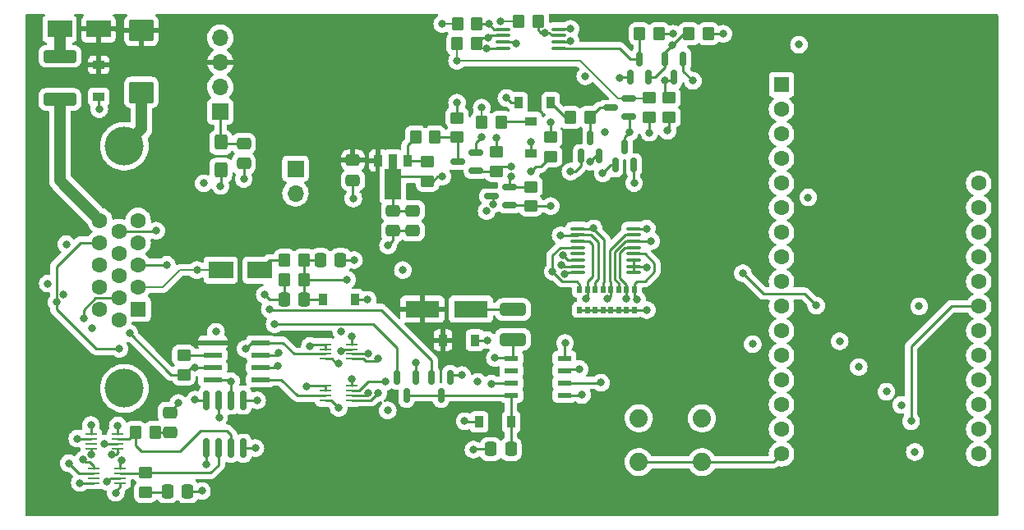
<source format=gbr>
%TF.GenerationSoftware,KiCad,Pcbnew,6.0.11-2627ca5db0~126~ubuntu22.04.1*%
%TF.CreationDate,2023-03-13T11:49:12-04:00*%
%TF.ProjectId,obd-feather,6f62642d-6665-4617-9468-65722e6b6963,1.0*%
%TF.SameCoordinates,Original*%
%TF.FileFunction,Copper,L1,Top*%
%TF.FilePolarity,Positive*%
%FSLAX46Y46*%
G04 Gerber Fmt 4.6, Leading zero omitted, Abs format (unit mm)*
G04 Created by KiCad (PCBNEW 6.0.11-2627ca5db0~126~ubuntu22.04.1) date 2023-03-13 11:49:12*
%MOMM*%
%LPD*%
G01*
G04 APERTURE LIST*
G04 Aperture macros list*
%AMRoundRect*
0 Rectangle with rounded corners*
0 $1 Rounding radius*
0 $2 $3 $4 $5 $6 $7 $8 $9 X,Y pos of 4 corners*
0 Add a 4 corners polygon primitive as box body*
4,1,4,$2,$3,$4,$5,$6,$7,$8,$9,$2,$3,0*
0 Add four circle primitives for the rounded corners*
1,1,$1+$1,$2,$3*
1,1,$1+$1,$4,$5*
1,1,$1+$1,$6,$7*
1,1,$1+$1,$8,$9*
0 Add four rect primitives between the rounded corners*
20,1,$1+$1,$2,$3,$4,$5,0*
20,1,$1+$1,$4,$5,$6,$7,0*
20,1,$1+$1,$6,$7,$8,$9,0*
20,1,$1+$1,$8,$9,$2,$3,0*%
%AMFreePoly0*
4,1,9,3.862500,-0.866500,0.737500,-0.866500,0.737500,-0.450000,-0.737500,-0.450000,-0.737500,0.450000,0.737500,0.450000,0.737500,0.866500,3.862500,0.866500,3.862500,-0.866500,3.862500,-0.866500,$1*%
G04 Aperture macros list end*
%TA.AperFunction,SMDPad,CuDef*%
%ADD10R,0.558800X0.635000*%
%TD*%
%TA.AperFunction,SMDPad,CuDef*%
%ADD11R,0.900000X1.300000*%
%TD*%
%TA.AperFunction,SMDPad,CuDef*%
%ADD12FreePoly0,270.000000*%
%TD*%
%TA.AperFunction,SMDPad,CuDef*%
%ADD13R,1.168400X0.254000*%
%TD*%
%TA.AperFunction,SMDPad,CuDef*%
%ADD14R,0.900000X1.200000*%
%TD*%
%TA.AperFunction,ComponentPad*%
%ADD15C,1.879600*%
%TD*%
%TA.AperFunction,ComponentPad*%
%ADD16R,1.700000X1.700000*%
%TD*%
%TA.AperFunction,ComponentPad*%
%ADD17O,1.700000X1.700000*%
%TD*%
%TA.AperFunction,SMDPad,CuDef*%
%ADD18R,1.460500X0.533400*%
%TD*%
%TA.AperFunction,SMDPad,CuDef*%
%ADD19RoundRect,0.150000X-0.150000X0.825000X-0.150000X-0.825000X0.150000X-0.825000X0.150000X0.825000X0*%
%TD*%
%TA.AperFunction,ComponentPad*%
%ADD20R,1.600000X1.600000*%
%TD*%
%TA.AperFunction,ComponentPad*%
%ADD21C,1.600000*%
%TD*%
%TA.AperFunction,SMDPad,CuDef*%
%ADD22RoundRect,0.250000X1.450000X-0.400000X1.450000X0.400000X-1.450000X0.400000X-1.450000X-0.400000X0*%
%TD*%
%TA.AperFunction,SMDPad,CuDef*%
%ADD23R,3.500000X1.800000*%
%TD*%
%TA.AperFunction,SMDPad,CuDef*%
%ADD24RoundRect,0.250000X-0.475000X0.337500X-0.475000X-0.337500X0.475000X-0.337500X0.475000X0.337500X0*%
%TD*%
%TA.AperFunction,SMDPad,CuDef*%
%ADD25RoundRect,0.250000X-0.425000X0.537500X-0.425000X-0.537500X0.425000X-0.537500X0.425000X0.537500X0*%
%TD*%
%TA.AperFunction,SMDPad,CuDef*%
%ADD26RoundRect,0.250000X0.337500X0.475000X-0.337500X0.475000X-0.337500X-0.475000X0.337500X-0.475000X0*%
%TD*%
%TA.AperFunction,SMDPad,CuDef*%
%ADD27RoundRect,0.250000X-0.350000X-0.450000X0.350000X-0.450000X0.350000X0.450000X-0.350000X0.450000X0*%
%TD*%
%TA.AperFunction,SMDPad,CuDef*%
%ADD28R,1.200000X0.900000*%
%TD*%
%TA.AperFunction,SMDPad,CuDef*%
%ADD29RoundRect,0.250000X-0.450000X0.350000X-0.450000X-0.350000X0.450000X-0.350000X0.450000X0.350000X0*%
%TD*%
%TA.AperFunction,SMDPad,CuDef*%
%ADD30R,1.981200X0.508000*%
%TD*%
%TA.AperFunction,SMDPad,CuDef*%
%ADD31R,2.500000X1.800000*%
%TD*%
%TA.AperFunction,SMDPad,CuDef*%
%ADD32RoundRect,0.150000X0.150000X-0.587500X0.150000X0.587500X-0.150000X0.587500X-0.150000X-0.587500X0*%
%TD*%
%TA.AperFunction,SMDPad,CuDef*%
%ADD33RoundRect,0.150000X0.587500X0.150000X-0.587500X0.150000X-0.587500X-0.150000X0.587500X-0.150000X0*%
%TD*%
%TA.AperFunction,SMDPad,CuDef*%
%ADD34RoundRect,0.100000X0.637500X0.100000X-0.637500X0.100000X-0.637500X-0.100000X0.637500X-0.100000X0*%
%TD*%
%TA.AperFunction,ComponentPad*%
%ADD35C,4.000000*%
%TD*%
%TA.AperFunction,SMDPad,CuDef*%
%ADD36RoundRect,0.250000X-0.337500X-0.475000X0.337500X-0.475000X0.337500X0.475000X-0.337500X0.475000X0*%
%TD*%
%TA.AperFunction,SMDPad,CuDef*%
%ADD37RoundRect,0.150000X-0.150000X0.587500X-0.150000X-0.587500X0.150000X-0.587500X0.150000X0.587500X0*%
%TD*%
%TA.AperFunction,SMDPad,CuDef*%
%ADD38RoundRect,0.250000X0.475000X-0.337500X0.475000X0.337500X-0.475000X0.337500X-0.475000X-0.337500X0*%
%TD*%
%TA.AperFunction,SMDPad,CuDef*%
%ADD39RoundRect,0.250000X0.450000X-0.350000X0.450000X0.350000X-0.450000X0.350000X-0.450000X-0.350000X0*%
%TD*%
%TA.AperFunction,SMDPad,CuDef*%
%ADD40RoundRect,0.250000X-1.025000X0.875000X-1.025000X-0.875000X1.025000X-0.875000X1.025000X0.875000X0*%
%TD*%
%TA.AperFunction,SMDPad,CuDef*%
%ADD41RoundRect,0.250000X0.350000X0.450000X-0.350000X0.450000X-0.350000X-0.450000X0.350000X-0.450000X0*%
%TD*%
%TA.AperFunction,SMDPad,CuDef*%
%ADD42RoundRect,0.250000X-1.075000X0.400000X-1.075000X-0.400000X1.075000X-0.400000X1.075000X0.400000X0*%
%TD*%
%TA.AperFunction,ViaPad*%
%ADD43C,0.800000*%
%TD*%
%TA.AperFunction,Conductor*%
%ADD44C,0.250000*%
%TD*%
%TA.AperFunction,Conductor*%
%ADD45C,0.200000*%
%TD*%
%TA.AperFunction,Conductor*%
%ADD46C,1.200000*%
%TD*%
G04 APERTURE END LIST*
D10*
%TO.P,RN1,1,R1.1*%
%TO.N,ISO_K*%
X171149999Y-100568600D03*
%TO.P,RN1,2,R2.1*%
%TO.N,K_LINE_EN*%
X170349999Y-100568600D03*
%TO.P,RN1,3,R3.1*%
%TO.N,SAE_PWM*%
X169550000Y-100568600D03*
%TO.P,RN1,4,R4.1*%
%TO.N,SW_CAN_LOAD*%
X168749999Y-100568600D03*
%TO.P,RN1,5,R5.1*%
%TO.N,SW_CAN_MODE1*%
X167950001Y-100568600D03*
%TO.P,RN1,6,R6.1*%
%TO.N,SW_CAN_MODE0*%
X167150000Y-100568600D03*
%TO.P,RN1,7,R7.1*%
%TO.N,CAN_SEL1*%
X166349999Y-100568600D03*
%TO.P,RN1,8,R8.1*%
%TO.N,CAN_SEL0*%
X165550001Y-100568600D03*
%TO.P,RN1,9,R8.2*%
%TO.N,GND*%
X165550001Y-102651400D03*
%TO.P,RN1,10,R7.2*%
X166350001Y-102651400D03*
%TO.P,RN1,11,R6.2*%
X167150000Y-102651400D03*
%TO.P,RN1,12,R5.2*%
X167950001Y-102651400D03*
%TO.P,RN1,13,R4.2*%
X168749999Y-102651400D03*
%TO.P,RN1,14,R3.2*%
X169550000Y-102651400D03*
%TO.P,RN1,15,R2.2*%
X170350001Y-102651400D03*
%TO.P,RN1,16,R1.2*%
X171149999Y-102651400D03*
%TD*%
D11*
%TO.P,U9,1,ADJ*%
%TO.N,Net-(R18-Pad2)*%
X147804000Y-87250000D03*
D12*
%TO.P,U9,2,VO*%
%TO.N,V_J1850*%
X146304000Y-87337500D03*
D11*
%TO.P,U9,3,VI*%
%TO.N,+12V*%
X144804000Y-87250000D03*
%TD*%
D13*
%TO.P,U5,1,NO0*%
%TO.N,HS_CAN_LO*%
X115468400Y-119010999D03*
%TO.P,U5,2,NO1*%
%TO.N,MS_CAN_LO*%
X115468400Y-119511000D03*
%TO.P,U5,3,NO2*%
%TO.N,unconnected-(U5-Pad3)*%
X115468400Y-120011000D03*
%TO.P,U5,4,GND*%
%TO.N,GND*%
X115468400Y-120511001D03*
%TO.P,U5,5,IN2*%
%TO.N,CAN_SEL1*%
X118211600Y-120511001D03*
%TO.P,U5,6,IN1*%
%TO.N,CAN_SEL0*%
X118211600Y-120011000D03*
%TO.P,U5,7,COM*%
%TO.N,CAN_LO*%
X118211600Y-119511000D03*
%TO.P,U5,8,V+*%
%TO.N,+5V*%
X118211600Y-119010999D03*
%TD*%
D14*
%TO.P,D16,1,K*%
%TO.N,VJ1850_MON*%
X139080000Y-101620000D03*
%TO.P,D16,2,A*%
%TO.N,GND*%
X142380000Y-101620000D03*
%TD*%
D15*
%TO.P,S1,1,1*%
%TO.N,+3V3*%
X171637600Y-113850000D03*
%TO.P,S1,2,1*%
X178140000Y-113850000D03*
%TO.P,S1,3,2*%
%TO.N,Net-(R1-Pad1)*%
X171637600Y-118371200D03*
%TO.P,S1,4,2*%
X178140000Y-118371200D03*
%TD*%
D16*
%TO.P,U12,1,Vout*%
%TO.N,+5V*%
X128522300Y-82202600D03*
D17*
%TO.P,U12,2,GND*%
%TO.N,GND*%
X128522300Y-79662600D03*
%TO.P,U12,3,Vin*%
%TO.N,+12V*%
X128522300Y-77122600D03*
%TO.P,U12,4,EN*%
%TO.N,unconnected-(U12-Pad4)*%
X128522300Y-74582600D03*
%TD*%
D18*
%TO.P,U10,1,VBB*%
%TO.N,/ISO K-Line/VBB*%
X158520000Y-107650000D03*
%TO.P,U10,2,NC*%
%TO.N,unconnected-(U10-Pad2)*%
X158520000Y-108920000D03*
%TO.P,U10,3,GND*%
%TO.N,GND*%
X158520000Y-110190000D03*
%TO.P,U10,4,ISO*%
%TO.N,ISO_LINE*%
X158520000Y-111460000D03*
%TO.P,U10,5,TX*%
%TO.N,K_LINE_TX*%
X163968300Y-111460000D03*
%TO.P,U10,6,RX*%
%TO.N,K_LINE_RX*%
X163968300Y-110190000D03*
%TO.P,U10,7,VDD*%
%TO.N,+3V3*%
X163968300Y-108920000D03*
%TO.P,U10,8,CEN*%
%TO.N,K_LINE_EN*%
X163968300Y-107650000D03*
%TD*%
D19*
%TO.P,U7,1,TXD*%
%TO.N,MUX_CAN_TX*%
X130900000Y-111990000D03*
%TO.P,U7,2,VSS*%
%TO.N,GND*%
X129630000Y-111990000D03*
%TO.P,U7,3,VDD*%
%TO.N,+5V*%
X128360000Y-111990000D03*
%TO.P,U7,4,RXD*%
%TO.N,MUX_CAN_RX*%
X127090000Y-111990000D03*
%TO.P,U7,5,Vio*%
%TO.N,+3V3*%
X127090000Y-116940000D03*
%TO.P,U7,6,CANL*%
%TO.N,CAN_LO*%
X128360000Y-116940000D03*
%TO.P,U7,7,CANH*%
%TO.N,CAN_HI*%
X129630000Y-116940000D03*
%TO.P,U7,8,STBY*%
%TO.N,~{CAN_EN}*%
X130900000Y-116940000D03*
%TD*%
D20*
%TO.P,U1,1,~{RESET}*%
%TO.N,unconnected-(U1-Pad1)*%
X186337500Y-79420000D03*
D21*
%TO.P,U1,2,3V3*%
%TO.N,+3V3*%
X186337500Y-81960000D03*
%TO.P,U1,3,AREF*%
%TO.N,unconnected-(U1-Pad3)*%
X186337500Y-84500000D03*
%TO.P,U1,4,GND*%
%TO.N,GND*%
X186337500Y-87040000D03*
%TO.P,U1,5,DAC0/A0*%
%TO.N,unconnected-(U1-Pad5)*%
X186337500Y-89580000D03*
%TO.P,U1,6,DAC1/A1*%
%TO.N,unconnected-(U1-Pad6)*%
X186337500Y-92120000D03*
%TO.P,U1,7,A2*%
%TO.N,unconnected-(U1-Pad7)*%
X186337500Y-94660000D03*
%TO.P,U1,8,A3*%
%TO.N,unconnected-(U1-Pad8)*%
X186337500Y-97200000D03*
%TO.P,U1,9,A4*%
%TO.N,VBAT_MON*%
X186337500Y-99740000D03*
%TO.P,U1,10,A5*%
%TO.N,VJ1850_MON*%
X186337500Y-102280000D03*
%TO.P,U1,11,SCK/D24*%
%TO.N,SCK*%
X186337500Y-104820000D03*
%TO.P,U1,12,MOSI/D23*%
%TO.N,MOSI*%
X186337500Y-107360000D03*
%TO.P,U1,13,MISO/D22*%
%TO.N,MISO*%
X186337500Y-109900000D03*
%TO.P,U1,14,RX/D0*%
%TO.N,J1850_RX*%
X186337500Y-112440000D03*
%TO.P,U1,15,TX/D1*%
%TO.N,J1850_TX*%
X186337500Y-114980000D03*
%TO.P,U1,16,~{BOOT0}*%
%TO.N,Net-(R1-Pad1)*%
X186337500Y-117520000D03*
%TO.P,U1,17,SDA/D20*%
%TO.N,SDA*%
X206657500Y-117520000D03*
%TO.P,U1,18,SCL/D21*%
%TO.N,SCL*%
X206657500Y-114980000D03*
%TO.P,U1,19,D5*%
%TO.N,K_LINE_RX*%
X206657500Y-112440000D03*
%TO.P,U1,20,D6*%
%TO.N,K_LINE_TX*%
X206657500Y-109900000D03*
%TO.P,U1,21,D9*%
%TO.N,CAN_RX*%
X206657500Y-107360000D03*
%TO.P,U1,22,D10*%
%TO.N,CAN_TX*%
X206657500Y-104820000D03*
%TO.P,U1,23,D11*%
%TO.N,~{CAN_EN}*%
X206657500Y-102280000D03*
%TO.P,U1,24,D12*%
%TO.N,unconnected-(U1-Pad24)*%
X206657500Y-99740000D03*
%TO.P,U1,25,D13*%
%TO.N,unconnected-(U1-Pad25)*%
X206657500Y-97200000D03*
%TO.P,U1,26,USB*%
%TO.N,unconnected-(U1-Pad26)*%
X206657500Y-94660000D03*
%TO.P,U1,27,EN*%
%TO.N,unconnected-(U1-Pad27)*%
X206657500Y-92120000D03*
%TO.P,U1,28,VBAT*%
%TO.N,unconnected-(U1-Pad28)*%
X206657500Y-89580000D03*
%TD*%
D16*
%TO.P,J2,1,Pin_1*%
%TO.N,+5V*%
X136260000Y-88090000D03*
D17*
%TO.P,J2,2,Pin_2*%
%TO.N,GND*%
X136260000Y-90630000D03*
%TD*%
D22*
%TO.P,F1,1*%
%TO.N,+BATT*%
X112000000Y-80935000D03*
%TO.P,F1,2*%
%TO.N,Net-(D17-Pad2)*%
X112000000Y-76485000D03*
%TD*%
D14*
%TO.P,D13,1,K*%
%TO.N,ISO_LINE*%
X158480000Y-114220000D03*
%TO.P,D13,2,A*%
%TO.N,GND*%
X155180000Y-114220000D03*
%TD*%
%TO.P,D12,1,K*%
%TO.N,+12V*%
X151460000Y-105780000D03*
%TO.P,D12,2,A*%
%TO.N,GND*%
X154760000Y-105780000D03*
%TD*%
D23*
%TO.P,D11,1,K*%
%TO.N,Net-(D11-Pad1)*%
X154340000Y-102580000D03*
%TO.P,D11,2,A*%
%TO.N,+12V*%
X149340000Y-102580000D03*
%TD*%
D24*
%TO.P,C19,1*%
%TO.N,+5V*%
X130930000Y-85492500D03*
%TO.P,C19,2*%
%TO.N,GND*%
X130930000Y-87567500D03*
%TD*%
D25*
%TO.P,C17,1*%
%TO.N,+5V*%
X128560000Y-85370000D03*
%TO.P,C17,2*%
%TO.N,GND*%
X128560000Y-88245000D03*
%TD*%
D26*
%TO.P,C11,1*%
%TO.N,ISO_LINE*%
X158450000Y-117030000D03*
%TO.P,C11,2*%
%TO.N,GND*%
X156375000Y-117030000D03*
%TD*%
D27*
%TO.P,R25,1*%
%TO.N,Net-(D8-Pad1)*%
X164608000Y-82804000D03*
%TO.P,R25,2*%
%TO.N,Net-(Q9-Pad3)*%
X166608000Y-82804000D03*
%TD*%
D28*
%TO.P,D18,1,K*%
%TO.N,+12V*%
X115990000Y-77380000D03*
%TO.P,D18,2,A*%
%TO.N,GND*%
X115990000Y-80680000D03*
%TD*%
D29*
%TO.P,R21,1*%
%TO.N,+3V3*%
X162560000Y-84852000D03*
%TO.P,R21,2*%
%TO.N,Net-(Q6-Pad3)*%
X162560000Y-86852000D03*
%TD*%
D24*
%TO.P,C2,1*%
%TO.N,GND*%
X123317000Y-113241000D03*
%TO.P,C2,2*%
%TO.N,Net-(C2-Pad2)*%
X123317000Y-115316000D03*
%TD*%
D26*
%TO.P,C14,1*%
%TO.N,VJ1850_MON*%
X137181500Y-101600000D03*
%TO.P,C14,2*%
%TO.N,GND*%
X135106500Y-101600000D03*
%TD*%
D30*
%TO.P,U6,1,TXD*%
%TO.N,SW_CAN_TX*%
X132673800Y-109855000D03*
%TO.P,U6,2,MODE0*%
%TO.N,SW_CAN_MODE0*%
X132673800Y-108585000D03*
%TO.P,U6,3,MODE1*%
%TO.N,SW_CAN_MODE1*%
X132673800Y-107315000D03*
%TO.P,U6,4,RXD*%
%TO.N,SW_CAN_RX*%
X132673800Y-106045000D03*
%TO.P,U6,5,VBAT*%
%TO.N,+12V*%
X127746200Y-106045000D03*
%TO.P,U6,6,LOAD*%
%TO.N,Net-(R4-Pad2)*%
X127746200Y-107315000D03*
%TO.P,U6,7,CANH*%
%TO.N,SW_CAN*%
X127746200Y-108585000D03*
%TO.P,U6,8,GND*%
%TO.N,GND*%
X127746200Y-109855000D03*
%TD*%
D24*
%TO.P,C7,1*%
%TO.N,V_J1850*%
X148336000Y-92434500D03*
%TO.P,C7,2*%
%TO.N,GND*%
X148336000Y-94509500D03*
%TD*%
D27*
%TO.P,R26,1*%
%TO.N,J1850_BUS+*%
X155448000Y-83312000D03*
%TO.P,R26,2*%
%TO.N,Net-(D10-Pad2)*%
X157448000Y-83312000D03*
%TD*%
D31*
%TO.P,D14,1,K*%
%TO.N,Net-(D14-Pad1)*%
X132556000Y-98552000D03*
%TO.P,D14,2,A*%
%TO.N,J1850_BUS+*%
X128556000Y-98552000D03*
%TD*%
%TO.P,D17,1,K*%
%TO.N,+12V*%
X115960000Y-73680000D03*
%TO.P,D17,2,A*%
%TO.N,Net-(D17-Pad2)*%
X111960000Y-73680000D03*
%TD*%
D13*
%TO.P,U3,1,NO0*%
%TO.N,MUX_CAN_RX*%
X139329838Y-106215142D03*
%TO.P,U3,2,NO1*%
X139329838Y-106715143D03*
%TO.P,U3,3,NO2*%
%TO.N,SW_CAN_RX*%
X139329838Y-107215143D03*
%TO.P,U3,4,GND*%
%TO.N,GND*%
X139329838Y-107715144D03*
%TO.P,U3,5,IN2*%
%TO.N,CAN_SEL1*%
X142073038Y-107715144D03*
%TO.P,U3,6,IN1*%
%TO.N,CAN_SEL0*%
X142073038Y-107215143D03*
%TO.P,U3,7,COM*%
%TO.N,CAN_RX*%
X142073038Y-106715143D03*
%TO.P,U3,8,V+*%
%TO.N,+3V3*%
X142073038Y-106215142D03*
%TD*%
D24*
%TO.P,C8,1*%
%TO.N,V_J1850*%
X146304000Y-92434500D03*
%TO.P,C8,2*%
%TO.N,GND*%
X146304000Y-94509500D03*
%TD*%
D32*
%TO.P,Q9,1,G*%
%TO.N,Net-(Q6-Pad3)*%
X165674000Y-86789500D03*
%TO.P,Q9,2,S*%
%TO.N,GND*%
X167574000Y-86789500D03*
%TO.P,Q9,3,D*%
%TO.N,Net-(Q9-Pad3)*%
X166624000Y-84914500D03*
%TD*%
D33*
%TO.P,Q7,1,G*%
%TO.N,J1850_TX*%
X158339000Y-91882000D03*
%TO.P,Q7,2,S*%
%TO.N,GND*%
X158339000Y-89982000D03*
%TO.P,Q7,3,D*%
%TO.N,Net-(Q7-Pad3)*%
X156464000Y-90932000D03*
%TD*%
D34*
%TO.P,U8,1*%
%TO.N,VPW_RX*%
X163390500Y-75651000D03*
%TO.P,U8,2,-*%
%TO.N,Net-(R8-Pad2)*%
X163390500Y-75001000D03*
%TO.P,U8,3,+*%
%TO.N,Net-(D7-Pad1)*%
X163390500Y-74351000D03*
%TO.P,U8,4,V-*%
%TO.N,GND*%
X163390500Y-73701000D03*
%TO.P,U8,5,+*%
%TO.N,Net-(D6-Pad1)*%
X157665500Y-73701000D03*
%TO.P,U8,6,-*%
%TO.N,Net-(D6-Pad2)*%
X157665500Y-74351000D03*
%TO.P,U8,7*%
%TO.N,PWM_RX*%
X157665500Y-75001000D03*
%TO.P,U8,8,V+*%
%TO.N,+3V3*%
X157665500Y-75651000D03*
%TD*%
D27*
%TO.P,R34,1*%
%TO.N,Net-(D14-Pad1)*%
X135144000Y-97536000D03*
%TO.P,R34,2*%
%TO.N,VJ1850_MON*%
X137144000Y-97536000D03*
%TD*%
D35*
%TO.P,J1,0*%
%TO.N,GND*%
X118633342Y-110765651D03*
X118633342Y-85765651D03*
D20*
%TO.P,J1,1*%
%TO.N,SW_CAN*%
X120053342Y-102580651D03*
D21*
%TO.P,J1,2*%
%TO.N,J1850_BUS+*%
X120053342Y-100290651D03*
%TO.P,J1,3*%
%TO.N,MS_CAN_HI*%
X120053342Y-98000651D03*
%TO.P,J1,4*%
%TO.N,GND*%
X120053342Y-95710651D03*
%TO.P,J1,5*%
X120053342Y-93420651D03*
%TO.P,J1,6*%
%TO.N,HS_CAN_HI*%
X118073342Y-103725651D03*
%TO.P,J1,7*%
%TO.N,K_LINE*%
X118073342Y-101435651D03*
%TO.P,J1,8*%
%TO.N,unconnected-(J1-Pad8)*%
X118073342Y-99145651D03*
%TO.P,J1,9*%
%TO.N,J1850_BUS-*%
X118073342Y-96855651D03*
%TO.P,J1,10*%
%TO.N,MS_CAN_LO*%
X118073342Y-94565651D03*
%TO.P,J1,11*%
%TO.N,unconnected-(J1-Pad11)*%
X116093342Y-102580651D03*
%TO.P,J1,12*%
%TO.N,unconnected-(J1-Pad12)*%
X116093342Y-100290651D03*
%TO.P,J1,13*%
%TO.N,HS_CAN_LO*%
X116093342Y-98000651D03*
%TO.P,J1,14*%
%TO.N,L_LINE*%
X116093342Y-95710651D03*
%TO.P,J1,15*%
%TO.N,+BATT*%
X116093342Y-93420651D03*
%TD*%
D36*
%TO.P,C4,1*%
%TO.N,Net-(C4-Pad1)*%
X123080000Y-121380000D03*
%TO.P,C4,2*%
%TO.N,GND*%
X125155000Y-121380000D03*
%TD*%
D26*
%TO.P,C13,1*%
%TO.N,GND*%
X140895000Y-97520000D03*
%TO.P,C13,2*%
%TO.N,VJ1850_MON*%
X138820000Y-97520000D03*
%TD*%
D33*
%TO.P,Q10,1,G*%
%TO.N,SAE_VPW*%
X170609500Y-82738000D03*
%TO.P,Q10,2,S*%
%TO.N,J1850_BUS-*%
X170609500Y-80838000D03*
%TO.P,Q10,3,D*%
%TO.N,Net-(Q9-Pad3)*%
X168734500Y-81788000D03*
%TD*%
D27*
%TO.P,R5,1*%
%TO.N,CAN_HI*%
X119793000Y-115316000D03*
%TO.P,R5,2*%
%TO.N,Net-(C2-Pad2)*%
X121793000Y-115316000D03*
%TD*%
D37*
%TO.P,Q3,1,G*%
%TO.N,SAE_PWM*%
X176210000Y-76786500D03*
%TO.P,Q3,2,S*%
%TO.N,J1850_RX*%
X174310000Y-76786500D03*
%TO.P,Q3,3,D*%
%TO.N,PWM_RX*%
X175260000Y-78661500D03*
%TD*%
D13*
%TO.P,U2,1,NO0*%
%TO.N,MUX_CAN_TX*%
X139344400Y-110501999D03*
%TO.P,U2,2,NO1*%
X139344400Y-111002000D03*
%TO.P,U2,3,NO2*%
%TO.N,SW_CAN_TX*%
X139344400Y-111502000D03*
%TO.P,U2,4,GND*%
%TO.N,GND*%
X139344400Y-112002001D03*
%TO.P,U2,5,IN2*%
%TO.N,CAN_SEL1*%
X142087600Y-112002001D03*
%TO.P,U2,6,IN1*%
%TO.N,CAN_SEL0*%
X142087600Y-111502000D03*
%TO.P,U2,7,COM*%
%TO.N,CAN_TX*%
X142087600Y-111002000D03*
%TO.P,U2,8,V+*%
%TO.N,+3V3*%
X142087600Y-110501999D03*
%TD*%
D38*
%TO.P,C6,1*%
%TO.N,GND*%
X142180000Y-89297500D03*
%TO.P,C6,2*%
%TO.N,+12V*%
X142180000Y-87222500D03*
%TD*%
D32*
%TO.P,Q4,1,G*%
%TO.N,SAE_PWM*%
X169230000Y-87727000D03*
%TO.P,Q4,2,S*%
%TO.N,GND*%
X171130000Y-87727000D03*
%TO.P,Q4,3,D*%
%TO.N,SAE_VPW*%
X170180000Y-85852000D03*
%TD*%
D39*
%TO.P,R18,1*%
%TO.N,V_J1850*%
X149860000Y-89376000D03*
%TO.P,R18,2*%
%TO.N,Net-(R18-Pad2)*%
X149860000Y-87376000D03*
%TD*%
D27*
%TO.P,R10,1*%
%TO.N,J1850_BUS-*%
X152908000Y-75184000D03*
%TO.P,R10,2*%
%TO.N,Net-(D6-Pad2)*%
X154908000Y-75184000D03*
%TD*%
D40*
%TO.P,C16,1*%
%TO.N,+12V*%
X120390000Y-73830000D03*
%TO.P,C16,2*%
%TO.N,GND*%
X120390000Y-80230000D03*
%TD*%
D28*
%TO.P,D10,1,K*%
%TO.N,GND*%
X160528000Y-86486000D03*
%TO.P,D10,2,A*%
%TO.N,Net-(D10-Pad2)*%
X160528000Y-83186000D03*
%TD*%
D37*
%TO.P,Q12,1,G*%
%TO.N,ISO_K*%
X152202000Y-109618500D03*
%TO.P,Q12,2,S*%
%TO.N,K_LINE*%
X150302000Y-109618500D03*
%TO.P,Q12,3,D*%
%TO.N,ISO_LINE*%
X151252000Y-111493500D03*
%TD*%
D39*
%TO.P,R20,1*%
%TO.N,Net-(Q5-Pad3)*%
X152908000Y-84836000D03*
%TO.P,R20,2*%
%TO.N,GND*%
X152908000Y-82836000D03*
%TD*%
%TO.P,R4,1*%
%TO.N,SW_CAN*%
X124749000Y-109347000D03*
%TO.P,R4,2*%
%TO.N,Net-(R4-Pad2)*%
X124749000Y-107347000D03*
%TD*%
D41*
%TO.P,R35,1*%
%TO.N,VJ1850_MON*%
X137144000Y-99568000D03*
%TO.P,R35,2*%
%TO.N,GND*%
X135144000Y-99568000D03*
%TD*%
D13*
%TO.P,U4,1,NO0*%
%TO.N,HS_CAN_HI*%
X115214400Y-115454999D03*
%TO.P,U4,2,NO1*%
%TO.N,MS_CAN_HI*%
X115214400Y-115955000D03*
%TO.P,U4,3,NO2*%
%TO.N,unconnected-(U4-Pad3)*%
X115214400Y-116455000D03*
%TO.P,U4,4,GND*%
%TO.N,GND*%
X115214400Y-116955001D03*
%TO.P,U4,5,IN2*%
%TO.N,CAN_SEL1*%
X117957600Y-116955001D03*
%TO.P,U4,6,IN1*%
%TO.N,CAN_SEL0*%
X117957600Y-116455000D03*
%TO.P,U4,7,COM*%
%TO.N,CAN_HI*%
X117957600Y-115955000D03*
%TO.P,U4,8,V+*%
%TO.N,+5V*%
X117957600Y-115454999D03*
%TD*%
D29*
%TO.P,R16,1*%
%TO.N,+3V3*%
X156972000Y-86376000D03*
%TO.P,R16,2*%
%TO.N,SAE_PWM*%
X156972000Y-88376000D03*
%TD*%
D37*
%TO.P,Q13,3,D*%
%TO.N,ISO_LINE*%
X147696000Y-111493500D03*
%TO.P,Q13,2,S*%
%TO.N,L_LINE*%
X146746000Y-109618500D03*
%TO.P,Q13,1,G*%
%TO.N,ISO_L*%
X148646000Y-109618500D03*
%TD*%
D29*
%TO.P,R15,1*%
%TO.N,PWM_RX*%
X174752000Y-80788000D03*
%TO.P,R15,2*%
%TO.N,+3V3*%
X174752000Y-82788000D03*
%TD*%
D41*
%TO.P,R14,1*%
%TO.N,+3V3*%
X173720000Y-74168000D03*
%TO.P,R14,2*%
%TO.N,VPW_RX*%
X171720000Y-74168000D03*
%TD*%
D14*
%TO.P,D8,1,K*%
%TO.N,Net-(D8-Pad1)*%
X162560000Y-81280000D03*
%TO.P,D8,2,A*%
%TO.N,+5V*%
X159260000Y-81280000D03*
%TD*%
D27*
%TO.P,R19,1*%
%TO.N,Net-(R18-Pad2)*%
X148637508Y-84821826D03*
%TO.P,R19,2*%
%TO.N,Net-(Q5-Pad3)*%
X150637508Y-84821826D03*
%TD*%
D29*
%TO.P,R6,1*%
%TO.N,CAN_LO*%
X120810000Y-119480000D03*
%TO.P,R6,2*%
%TO.N,Net-(C4-Pad1)*%
X120810000Y-121480000D03*
%TD*%
D39*
%TO.P,R23,1*%
%TO.N,J1850_TX*%
X160528000Y-91948000D03*
%TO.P,R23,2*%
%TO.N,GND*%
X160528000Y-89948000D03*
%TD*%
D41*
%TO.P,R11,1*%
%TO.N,Net-(D6-Pad1)*%
X154940000Y-73152000D03*
%TO.P,R11,2*%
%TO.N,J1850_BUS+*%
X152940000Y-73152000D03*
%TD*%
D34*
%TO.P,U11,1,A0*%
%TO.N,GND*%
X171062500Y-98835000D03*
%TO.P,U11,2,A1*%
X171062500Y-98185000D03*
%TO.P,U11,3,A2*%
X171062500Y-97535000D03*
%TO.P,U11,4,P0*%
%TO.N,ISO_K*%
X171062500Y-96885000D03*
%TO.P,U11,5,P1*%
%TO.N,K_LINE_EN*%
X171062500Y-96235000D03*
%TO.P,U11,6,P2*%
%TO.N,SAE_PWM*%
X171062500Y-95585000D03*
%TO.P,U11,7,P3*%
%TO.N,SW_CAN_LOAD*%
X171062500Y-94935000D03*
%TO.P,U11,8,GND*%
%TO.N,GND*%
X171062500Y-94285000D03*
%TO.P,U11,9,P4*%
%TO.N,SW_CAN_MODE1*%
X165337500Y-94285000D03*
%TO.P,U11,10,P5*%
%TO.N,SW_CAN_MODE0*%
X165337500Y-94935000D03*
%TO.P,U11,11,P6*%
%TO.N,CAN_SEL1*%
X165337500Y-95585000D03*
%TO.P,U11,12,P7*%
%TO.N,CAN_SEL0*%
X165337500Y-96235000D03*
%TO.P,U11,13,~{INT}*%
%TO.N,unconnected-(U11-Pad13)*%
X165337500Y-96885000D03*
%TO.P,U11,14,SCL*%
%TO.N,SCL*%
X165337500Y-97535000D03*
%TO.P,U11,15,SDA*%
%TO.N,SDA*%
X165337500Y-98185000D03*
%TO.P,U11,16,VDD*%
%TO.N,+3V3*%
X165337500Y-98835000D03*
%TD*%
D27*
%TO.P,R12,1*%
%TO.N,J1850_RX*%
X176800000Y-74168000D03*
%TO.P,R12,2*%
%TO.N,GND*%
X178800000Y-74168000D03*
%TD*%
D29*
%TO.P,R27,1*%
%TO.N,J1850_BUS-*%
X172720000Y-80788000D03*
%TO.P,R27,2*%
%TO.N,GND*%
X172720000Y-82788000D03*
%TD*%
D32*
%TO.P,Q2,1,G*%
%TO.N,SAE_VPW*%
X170754000Y-78661500D03*
%TO.P,Q2,2,S*%
%TO.N,J1850_RX*%
X172654000Y-78661500D03*
%TO.P,Q2,3,D*%
%TO.N,VPW_RX*%
X171704000Y-76786500D03*
%TD*%
D41*
%TO.P,R13,1*%
%TO.N,Net-(D7-Pad1)*%
X161274000Y-72898000D03*
%TO.P,R13,2*%
%TO.N,J1850_BUS+*%
X159274000Y-72898000D03*
%TD*%
D33*
%TO.P,Q5,1,G*%
%TO.N,SAE_PWM*%
X154861500Y-88326000D03*
%TO.P,Q5,2,S*%
%TO.N,GND*%
X154861500Y-86426000D03*
%TO.P,Q5,3,D*%
%TO.N,Net-(Q5-Pad3)*%
X152986500Y-87376000D03*
%TD*%
D42*
%TO.P,R29,1*%
%TO.N,Net-(D11-Pad1)*%
X158660000Y-102610000D03*
%TO.P,R29,2*%
%TO.N,/ISO K-Line/VBB*%
X158660000Y-105710000D03*
%TD*%
D43*
%TO.N,CAN_TX*%
X192330000Y-105900000D03*
X183370000Y-106190000D03*
X155030000Y-110090000D03*
X145504500Y-110090000D03*
%TO.N,GND*%
X129610000Y-110030000D03*
%TO.N,K_LINE_RX*%
X198680000Y-112480000D03*
%TO.N,K_LINE_TX*%
X197140000Y-111110000D03*
%TO.N,CAN_RX*%
X194290000Y-108550000D03*
%TO.N,~{CAN_EN}*%
X199690000Y-114140000D03*
%TO.N,+3V3*%
X200510000Y-102290000D03*
%TO.N,GND*%
X154600000Y-117080000D03*
%TO.N,+3V3*%
X200070000Y-117320000D03*
%TO.N,SDA*%
X189910000Y-102220000D03*
X182350000Y-98870000D03*
%TO.N,J1850_TX*%
X189090000Y-91060000D03*
%TO.N,J1850_RX*%
X188130000Y-75290000D03*
%TO.N,+3V3*%
X175180000Y-74170000D03*
%TO.N,J1850_BUS-*%
X152908000Y-76958000D03*
%TO.N,+5V*%
X158000000Y-80800000D03*
X166120000Y-78550000D03*
%TO.N,J1850_RX*%
X175092000Y-75352000D03*
%TO.N,+3V3*%
X174592701Y-84182701D03*
X168100000Y-84300000D03*
X162560000Y-83320000D03*
X156960000Y-84920000D03*
%TO.N,SAE_PWM*%
X177200000Y-79020000D03*
X172900000Y-95560000D03*
%TO.N,ISO_K*%
X171450000Y-101570000D03*
%TO.N,K_LINE_EN*%
X170320000Y-101510000D03*
%TO.N,SW_CAN_LOAD*%
X168430000Y-101540000D03*
%TO.N,CAN_SEL1*%
X166180000Y-101540000D03*
%TO.N,CAN_SEL0*%
X162750000Y-98710000D03*
%TO.N,SW_CAN_MODE0*%
X163580000Y-94964500D03*
%TO.N,SW_CAN_MODE1*%
X166976678Y-94251997D03*
%TO.N,VJ1850_MON*%
X141590000Y-99540000D03*
%TO.N,+3V3*%
X164012299Y-98947701D03*
%TO.N,SDA*%
X163637872Y-98010863D03*
%TO.N,SCL*%
X163830000Y-97030000D03*
%TO.N,GND*%
X172450000Y-94280000D03*
X172495500Y-98267299D03*
X172450000Y-102670000D03*
X130930000Y-89150000D03*
X128540000Y-89870000D03*
%TO.N,VBAT_MON*%
X126810000Y-89590000D03*
%TO.N,GND*%
X142220000Y-91160000D03*
X156000000Y-105780000D03*
%TO.N,K_LINE_TX*%
X165780000Y-111450000D03*
%TO.N,K_LINE_RX*%
X167730000Y-110180000D03*
%TO.N,K_LINE_EN*%
X164040000Y-106080000D03*
%TO.N,GND*%
X156450000Y-110280000D03*
%TO.N,CAN_RX*%
X140920000Y-106890000D03*
%TO.N,SW_CAN_LOAD*%
X140970000Y-104864500D03*
%TO.N,~{CAN_EN}*%
X132130000Y-116930000D03*
%TO.N,ISO_K*%
X153420000Y-109390000D03*
%TO.N,+3V3*%
X145770000Y-113030000D03*
%TO.N,ISO_L*%
X148700000Y-108070000D03*
%TO.N,/ISO K-Line/VBB*%
X156800000Y-107620000D03*
%TO.N,+3V3*%
X165530000Y-108770000D03*
%TO.N,GND*%
X153700000Y-114150000D03*
X143700000Y-101620000D03*
X142290000Y-97520000D03*
%TO.N,SW_CAN*%
X119160000Y-105060000D03*
%TO.N,MS_CAN_HI*%
X123000000Y-98000000D03*
%TO.N,+3V3*%
X142070000Y-105360000D03*
X142074061Y-109777797D03*
X127040000Y-118630000D03*
X128070000Y-104920000D03*
%TO.N,SW_CAN_RX*%
X131120000Y-106670000D03*
%TO.N,SW_CAN_MODE0*%
X134420000Y-108460000D03*
%TO.N,SW_CAN_MODE1*%
X134500500Y-107080000D03*
%TO.N,SW_CAN*%
X125865000Y-108585000D03*
%TO.N,MUX_CAN_RX*%
X125910000Y-111930000D03*
X137750000Y-106390000D03*
%TO.N,MUX_CAN_TX*%
X132310000Y-111990000D03*
X137410000Y-110590000D03*
%TO.N,GND*%
X126620000Y-121350000D03*
%TO.N,+5V*%
X118380000Y-118170000D03*
X117950000Y-114590000D03*
X128400000Y-113760000D03*
%TO.N,+12V*%
X115850000Y-75790000D03*
%TO.N,GND*%
X116050000Y-81950000D03*
X164592000Y-73660000D03*
X114046000Y-120523000D03*
X171150000Y-89570000D03*
X158496000Y-88900000D03*
X115214400Y-117576600D03*
X152908000Y-81280000D03*
X140716000Y-112776000D03*
X140716000Y-108204000D03*
X133096000Y-101092000D03*
X180340000Y-74168000D03*
X166624000Y-87376000D03*
X172720000Y-84360000D03*
X124206000Y-112268000D03*
X145796000Y-96012000D03*
X160528000Y-85344000D03*
X155448000Y-84836000D03*
%TO.N,+3V3*%
X155956000Y-75692000D03*
%TO.N,V_J1850*%
X151384000Y-88900000D03*
%TO.N,K_LINE*%
X114427000Y-103505000D03*
X133608299Y-102611701D03*
%TO.N,L_LINE*%
X118110000Y-106680000D03*
X134112000Y-104140000D03*
X111633000Y-101854000D03*
%TO.N,J1850_BUS+*%
X157353000Y-72898000D03*
X155956000Y-92456000D03*
X126111000Y-98552000D03*
X151384000Y-73152000D03*
X110744000Y-99949000D03*
X155448000Y-81788000D03*
X147320000Y-98552000D03*
%TO.N,J1850_BUS-*%
X112644701Y-95880701D03*
%TO.N,HS_CAN_HI*%
X115189000Y-114554000D03*
%TO.N,HS_CAN_LO*%
X114386893Y-118137169D03*
X115316000Y-104521000D03*
%TO.N,MS_CAN_HI*%
X113792000Y-115951000D03*
%TO.N,MS_CAN_LO*%
X121920000Y-94488000D03*
X112903000Y-118491000D03*
X112357500Y-101073519D03*
%TO.N,SAE_VPW*%
X170688000Y-84328000D03*
X169672000Y-78740000D03*
%TO.N,SAE_PWM*%
X167921974Y-88562626D03*
X158496000Y-87884000D03*
%TO.N,PWM_RX*%
X174320000Y-79000000D03*
X159004000Y-75184000D03*
%TO.N,J1850_TX*%
X162560000Y-91948000D03*
%TO.N,CAN_SEL1*%
X144780000Y-107696000D03*
X117745497Y-121539000D03*
X117348000Y-117602000D03*
X144780000Y-111252000D03*
%TO.N,CAN_SEL0*%
X143764000Y-107188000D03*
X116586000Y-116459000D03*
X143764000Y-111252000D03*
X116840000Y-120396000D03*
%TO.N,Net-(D6-Pad1)*%
X156164677Y-73152000D03*
%TO.N,Net-(D6-Pad2)*%
X156154906Y-74594520D03*
%TO.N,Net-(D7-Pad1)*%
X161919245Y-74060124D03*
%TO.N,Net-(Q6-Pad3)*%
X160528000Y-88392000D03*
X164592000Y-88392000D03*
%TO.N,Net-(Q7-Pad3)*%
X156662755Y-91749245D03*
%TO.N,Net-(R8-Pad2)*%
X164614301Y-74926500D03*
%TD*%
D44*
%TO.N,CAN_TX*%
X143730000Y-110090000D02*
X145504500Y-110090000D01*
X143510000Y-110310000D02*
X143730000Y-110090000D01*
X142087600Y-111002000D02*
X142818000Y-111002000D01*
X142818000Y-111002000D02*
X143510000Y-110310000D01*
%TO.N,GND*%
X129630000Y-111990000D02*
X129630000Y-110050000D01*
X129630000Y-110050000D02*
X129610000Y-110030000D01*
X129435000Y-109855000D02*
X129610000Y-110030000D01*
X127746200Y-109855000D02*
X129435000Y-109855000D01*
%TO.N,K_LINE_RX*%
X167730000Y-110180000D02*
X167720000Y-110190000D01*
X167720000Y-110190000D02*
X163968300Y-110190000D01*
%TO.N,K_LINE_EN*%
X163968300Y-107650000D02*
X163968300Y-106151700D01*
X163968300Y-106151700D02*
X164040000Y-106080000D01*
%TO.N,~{CAN_EN}*%
X199690000Y-114140000D02*
X199690000Y-106440000D01*
X199690000Y-106440000D02*
X203850000Y-102280000D01*
X203850000Y-102280000D02*
X206657500Y-102280000D01*
%TO.N,Net-(R1-Pad1)*%
X178140000Y-118371200D02*
X185486300Y-118371200D01*
X185486300Y-118371200D02*
X186337500Y-117520000D01*
X171637600Y-118371200D02*
X178140000Y-118371200D01*
%TO.N,GND*%
X154650000Y-117030000D02*
X154600000Y-117080000D01*
X156375000Y-117030000D02*
X154650000Y-117030000D01*
%TO.N,ISO_LINE*%
X158480000Y-114220000D02*
X158480000Y-117000000D01*
%TO.N,SDA*%
X182350000Y-98870000D02*
X184470000Y-100990000D01*
X184470000Y-100990000D02*
X188730000Y-100990000D01*
X189910000Y-102170000D02*
X189910000Y-102220000D01*
X188730000Y-100990000D02*
X189910000Y-102170000D01*
%TO.N,+3V3*%
X175178000Y-74168000D02*
X175180000Y-74170000D01*
X173720000Y-74168000D02*
X175178000Y-74168000D01*
D45*
%TO.N,J1850_BUS-*%
X170609500Y-80838000D02*
X169468000Y-80838000D01*
X169468000Y-80838000D02*
X165588000Y-76958000D01*
X165588000Y-76958000D02*
X152908000Y-76958000D01*
X152908000Y-76958000D02*
X152908000Y-75184000D01*
D44*
%TO.N,+5V*%
X158480000Y-81280000D02*
X158000000Y-80800000D01*
X159260000Y-81280000D02*
X158480000Y-81280000D01*
%TO.N,J1850_RX*%
X174310000Y-76134000D02*
X175092000Y-75352000D01*
X176800000Y-74168000D02*
X176276000Y-74168000D01*
X176276000Y-74168000D02*
X175092000Y-75352000D01*
%TO.N,PWM_RX*%
X174320000Y-79000000D02*
X174320000Y-80356000D01*
X175012000Y-79000000D02*
X174320000Y-79000000D01*
%TO.N,GND*%
X172720000Y-84360000D02*
X172720000Y-82788000D01*
%TO.N,+3V3*%
X174752000Y-84023402D02*
X174592701Y-84182701D01*
X174752000Y-82788000D02*
X174752000Y-84023402D01*
%TO.N,GND*%
X171150000Y-89570000D02*
X171130000Y-89550000D01*
X171130000Y-89550000D02*
X171130000Y-87727000D01*
%TO.N,+3V3*%
X162560000Y-84852000D02*
X162560000Y-83320000D01*
X156972000Y-84932000D02*
X156960000Y-84920000D01*
X156972000Y-86376000D02*
X156972000Y-84932000D01*
%TO.N,SAE_PWM*%
X176210000Y-78030000D02*
X177200000Y-79020000D01*
X176210000Y-76786500D02*
X176210000Y-78030000D01*
X172875000Y-95585000D02*
X172900000Y-95560000D01*
X171062500Y-95585000D02*
X172875000Y-95585000D01*
%TO.N,ISO_K*%
X171149999Y-101269999D02*
X171450000Y-101570000D01*
X171149999Y-100568600D02*
X171149999Y-101269999D01*
%TO.N,K_LINE_EN*%
X170349999Y-101480001D02*
X170320000Y-101510000D01*
X170349999Y-100568600D02*
X170349999Y-101480001D01*
%TO.N,SW_CAN_LOAD*%
X168749999Y-101220001D02*
X168430000Y-101540000D01*
X168749999Y-100568600D02*
X168749999Y-101220001D01*
%TO.N,CAN_SEL1*%
X166349999Y-101370001D02*
X166180000Y-101540000D01*
X166349999Y-100568600D02*
X166349999Y-101370001D01*
%TO.N,SW_CAN_MODE0*%
X163580000Y-94964500D02*
X165308000Y-94964500D01*
%TO.N,VJ1850_MON*%
X141562000Y-99568000D02*
X141590000Y-99540000D01*
X137144000Y-99568000D02*
X141562000Y-99568000D01*
%TO.N,+3V3*%
X164125000Y-98835000D02*
X164012299Y-98947701D01*
X165337500Y-98835000D02*
X164125000Y-98835000D01*
%TO.N,SDA*%
X163812009Y-98185000D02*
X163637872Y-98010863D01*
X165337500Y-98185000D02*
X163812009Y-98185000D01*
%TO.N,SCL*%
X164335000Y-97535000D02*
X163830000Y-97030000D01*
X165337500Y-97535000D02*
X164335000Y-97535000D01*
%TO.N,CAN_SEL0*%
X165550001Y-100568600D02*
X165550001Y-100040001D01*
X165550001Y-100040001D02*
X165230000Y-99720000D01*
X165230000Y-99720000D02*
X163760000Y-99720000D01*
X163760000Y-99720000D02*
X162750000Y-98710000D01*
X163535000Y-96235000D02*
X165337500Y-96235000D01*
X162750000Y-98710000D02*
X162750000Y-97020000D01*
X162750000Y-97020000D02*
X163535000Y-96235000D01*
%TO.N,GND*%
X172445000Y-94285000D02*
X172450000Y-94280000D01*
X171062500Y-94285000D02*
X172445000Y-94285000D01*
X172495500Y-98267299D02*
X172413201Y-98185000D01*
X172413201Y-98185000D02*
X171062500Y-98185000D01*
%TO.N,ISO_K*%
X171149999Y-100568600D02*
X171149999Y-100000001D01*
X171149999Y-100000001D02*
X171450000Y-99700000D01*
X171450000Y-99700000D02*
X172260000Y-99700000D01*
X173220000Y-97850000D02*
X172255000Y-96885000D01*
X172255000Y-96885000D02*
X171062500Y-96885000D01*
X172260000Y-99700000D02*
X173220000Y-98740000D01*
X173220000Y-98740000D02*
X173220000Y-97850000D01*
%TO.N,GND*%
X171062500Y-98185000D02*
X171062500Y-98835000D01*
X171062500Y-97535000D02*
X171062500Y-98185000D01*
%TO.N,CAN_SEL1*%
X166349999Y-100568600D02*
X166349999Y-99700001D01*
X166349999Y-99700001D02*
X166830000Y-99220000D01*
X166830000Y-99220000D02*
X166830000Y-95920000D01*
X166830000Y-95920000D02*
X166495000Y-95585000D01*
X166495000Y-95585000D02*
X165337500Y-95585000D01*
%TO.N,SW_CAN_MODE0*%
X167150000Y-100568600D02*
X167150000Y-99820000D01*
X167150000Y-99820000D02*
X167460000Y-99510000D01*
X167460000Y-99510000D02*
X167460000Y-95660000D01*
X167460000Y-95660000D02*
X166735000Y-94935000D01*
X166735000Y-94935000D02*
X165337500Y-94935000D01*
%TO.N,SW_CAN_MODE1*%
X167950001Y-100568600D02*
X167950001Y-99859999D01*
X167950001Y-99859999D02*
X168090000Y-99720000D01*
X168090000Y-99720000D02*
X168090000Y-95410000D01*
X168090000Y-95410000D02*
X166965000Y-94285000D01*
X166965000Y-94285000D02*
X165337500Y-94285000D01*
%TO.N,SW_CAN_LOAD*%
X168749999Y-99779999D02*
X168640000Y-99670000D01*
X168749999Y-100568600D02*
X168749999Y-99779999D01*
X168640000Y-99670000D02*
X168640000Y-96527208D01*
X168640000Y-96527208D02*
X170232208Y-94935000D01*
X170232208Y-94935000D02*
X171062500Y-94935000D01*
%TO.N,SAE_PWM*%
X169550000Y-100568600D02*
X169550000Y-99940000D01*
X169110000Y-99500000D02*
X169110000Y-96693604D01*
X169550000Y-99940000D02*
X169110000Y-99500000D01*
X169110000Y-96693604D02*
X170218604Y-95585000D01*
X170218604Y-95585000D02*
X171062500Y-95585000D01*
%TO.N,K_LINE_EN*%
X170349999Y-100568600D02*
X170349999Y-100059999D01*
X170205000Y-96235000D02*
X171062500Y-96235000D01*
X170349999Y-100059999D02*
X169670000Y-99380000D01*
X169670000Y-99380000D02*
X169670000Y-96770000D01*
X169670000Y-96770000D02*
X170205000Y-96235000D01*
%TO.N,GND*%
X172431400Y-102651400D02*
X172450000Y-102670000D01*
X171149999Y-102651400D02*
X172431400Y-102651400D01*
X170350001Y-102651400D02*
X171149999Y-102651400D01*
X169550000Y-102651400D02*
X170350001Y-102651400D01*
X168749999Y-102651400D02*
X169550000Y-102651400D01*
X167950001Y-102651400D02*
X168749999Y-102651400D01*
X167150000Y-102651400D02*
X167950001Y-102651400D01*
X166350001Y-102651400D02*
X167150000Y-102651400D01*
X165550001Y-102651400D02*
X166350001Y-102651400D01*
%TO.N,+5V*%
X130930000Y-85492500D02*
X128682500Y-85492500D01*
%TO.N,GND*%
X130930000Y-87567500D02*
X130930000Y-89150000D01*
X128560000Y-89850000D02*
X128540000Y-89870000D01*
X128560000Y-88245000D02*
X128560000Y-89850000D01*
%TO.N,+5V*%
X128522300Y-85332300D02*
X128522300Y-82202600D01*
%TO.N,GND*%
X142180000Y-91120000D02*
X142220000Y-91160000D01*
X142180000Y-89297500D02*
X142180000Y-91120000D01*
%TO.N,+12V*%
X142207500Y-87250000D02*
X144804000Y-87250000D01*
%TO.N,GND*%
X154760000Y-105780000D02*
X156000000Y-105780000D01*
%TO.N,K_LINE_TX*%
X165770000Y-111460000D02*
X165780000Y-111450000D01*
X163968300Y-111460000D02*
X165770000Y-111460000D01*
%TO.N,GND*%
X156540000Y-110190000D02*
X156450000Y-110280000D01*
X158520000Y-110190000D02*
X156540000Y-110190000D01*
%TO.N,CAN_RX*%
X141094857Y-106715143D02*
X140920000Y-106890000D01*
X142073038Y-106715143D02*
X141094857Y-106715143D01*
%TO.N,~{CAN_EN}*%
X132120000Y-116940000D02*
X132130000Y-116930000D01*
X130900000Y-116940000D02*
X132120000Y-116940000D01*
%TO.N,ISO_K*%
X153420000Y-109390000D02*
X152430500Y-109390000D01*
X152430500Y-109390000D02*
X152202000Y-109618500D01*
%TO.N,K_LINE*%
X150302000Y-109618500D02*
X150302000Y-107884000D01*
X150302000Y-107884000D02*
X145067520Y-102649520D01*
X133646118Y-102649520D02*
X133608299Y-102611701D01*
X145067520Y-102649520D02*
X133646118Y-102649520D01*
%TO.N,L_LINE*%
X146746000Y-109618500D02*
X146746000Y-106614000D01*
X146746000Y-106614000D02*
X144272000Y-104140000D01*
X144272000Y-104140000D02*
X134112000Y-104140000D01*
%TO.N,ISO_L*%
X148700000Y-108070000D02*
X148700000Y-109564500D01*
%TO.N,/ISO K-Line/VBB*%
X158660000Y-105710000D02*
X158660000Y-107510000D01*
%TO.N,Net-(D11-Pad1)*%
X154340000Y-102580000D02*
X158630000Y-102580000D01*
%TO.N,/ISO K-Line/VBB*%
X156800000Y-107620000D02*
X158490000Y-107620000D01*
%TO.N,+3V3*%
X165530000Y-108770000D02*
X164118300Y-108770000D01*
X164118300Y-108770000D02*
X163968300Y-108920000D01*
%TO.N,GND*%
X153770000Y-114220000D02*
X153700000Y-114150000D01*
X155180000Y-114220000D02*
X153770000Y-114220000D01*
%TO.N,ISO_LINE*%
X158480000Y-114220000D02*
X158480000Y-111500000D01*
X151285500Y-111460000D02*
X158520000Y-111460000D01*
%TO.N,GND*%
X142380000Y-101620000D02*
X143700000Y-101620000D01*
X140895000Y-97520000D02*
X142290000Y-97520000D01*
%TO.N,VJ1850_MON*%
X138820000Y-97520000D02*
X137160000Y-97520000D01*
X139080000Y-101620000D02*
X137201500Y-101620000D01*
%TO.N,SW_CAN*%
X124749000Y-109347000D02*
X123447000Y-109347000D01*
X123447000Y-109347000D02*
X119160000Y-105060000D01*
%TO.N,MS_CAN_HI*%
X123000000Y-98000000D02*
X122999349Y-98000651D01*
X122999349Y-98000651D02*
X120053342Y-98000651D01*
%TO.N,+3V3*%
X142073038Y-105363038D02*
X142070000Y-105360000D01*
X142073038Y-106215142D02*
X142073038Y-105363038D01*
X142087600Y-109791336D02*
X142074061Y-109777797D01*
X142087600Y-110501999D02*
X142087600Y-109791336D01*
X127090000Y-118580000D02*
X127040000Y-118630000D01*
X127090000Y-116940000D02*
X127090000Y-118580000D01*
%TO.N,SW_CAN_RX*%
X131120000Y-106670000D02*
X131745000Y-106045000D01*
X131745000Y-106045000D02*
X132673800Y-106045000D01*
%TO.N,SW_CAN_MODE0*%
X134295000Y-108585000D02*
X134420000Y-108460000D01*
X132673800Y-108585000D02*
X134295000Y-108585000D01*
%TO.N,SW_CAN_MODE1*%
X134265500Y-107315000D02*
X134500500Y-107080000D01*
X132673800Y-107315000D02*
X134265500Y-107315000D01*
%TO.N,SW_CAN*%
X127746200Y-108585000D02*
X125511000Y-108585000D01*
X125511000Y-108585000D02*
X124749000Y-109347000D01*
%TO.N,Net-(R4-Pad2)*%
X127746200Y-107315000D02*
X124781000Y-107315000D01*
%TO.N,MUX_CAN_RX*%
X125970000Y-111990000D02*
X125910000Y-111930000D01*
X127090000Y-111990000D02*
X125970000Y-111990000D01*
X137924858Y-106215142D02*
X137750000Y-106390000D01*
X139329838Y-106215142D02*
X137924858Y-106215142D01*
%TO.N,SW_CAN_RX*%
X139329838Y-107215143D02*
X136115143Y-107215143D01*
X134945000Y-106045000D02*
X132673800Y-106045000D01*
X136115143Y-107215143D02*
X134945000Y-106045000D01*
%TO.N,MUX_CAN_TX*%
X130900000Y-111990000D02*
X132310000Y-111990000D01*
X137498001Y-110501999D02*
X137410000Y-110590000D01*
X139344400Y-110501999D02*
X137498001Y-110501999D01*
%TO.N,SW_CAN_TX*%
X136452000Y-111502000D02*
X134800000Y-109850000D01*
X139344400Y-111502000D02*
X136452000Y-111502000D01*
X134800000Y-109850000D02*
X134795000Y-109855000D01*
X134795000Y-109855000D02*
X132673800Y-109855000D01*
%TO.N,CAN_HI*%
X129630000Y-116940000D02*
X129630000Y-115560000D01*
X120370000Y-117220000D02*
X119793000Y-116643000D01*
X129630000Y-115560000D02*
X129200000Y-115130000D01*
X129200000Y-115130000D02*
X126470000Y-115130000D01*
X126470000Y-115130000D02*
X124380000Y-117220000D01*
X124380000Y-117220000D02*
X120370000Y-117220000D01*
X119793000Y-116643000D02*
X119793000Y-115316000D01*
%TO.N,GND*%
X126590000Y-121380000D02*
X126620000Y-121350000D01*
X125155000Y-121380000D02*
X126590000Y-121380000D01*
%TO.N,Net-(C4-Pad1)*%
X120810000Y-121480000D02*
X122980000Y-121480000D01*
%TO.N,CAN_LO*%
X126206751Y-119490000D02*
X127520000Y-119490000D01*
X126196751Y-119480000D02*
X126206751Y-119490000D01*
X120810000Y-119480000D02*
X126196751Y-119480000D01*
X127520000Y-119490000D02*
X128360000Y-118650000D01*
X128360000Y-118650000D02*
X128360000Y-116940000D01*
X118211600Y-119511000D02*
X120779000Y-119511000D01*
%TO.N,+5V*%
X128360000Y-111990000D02*
X128360000Y-113720000D01*
X128360000Y-113720000D02*
X128400000Y-113760000D01*
X118210000Y-118340000D02*
X118380000Y-118170000D01*
X118211600Y-119010999D02*
X118211600Y-118341600D01*
X118211600Y-118341600D02*
X118210000Y-118340000D01*
X117957600Y-114597600D02*
X117950000Y-114590000D01*
X117957600Y-115454999D02*
X117957600Y-114597600D01*
X128350000Y-113710000D02*
X128400000Y-113760000D01*
%TO.N,GND*%
X115990000Y-81890000D02*
X116050000Y-81950000D01*
X115990000Y-80680000D02*
X115990000Y-81890000D01*
D46*
X120390000Y-80230000D02*
X120390000Y-84008993D01*
X120390000Y-84008993D02*
X118633342Y-85765651D01*
%TO.N,Net-(D17-Pad2)*%
X111960000Y-76445000D02*
X111960000Y-73680000D01*
%TO.N,+BATT*%
X116093342Y-93420651D02*
X112000000Y-89327309D01*
X112000000Y-89327309D02*
X112000000Y-80935000D01*
D44*
%TO.N,GND*%
X133604000Y-101600000D02*
X133096000Y-101092000D01*
X139344400Y-112002001D02*
X139942001Y-112002001D01*
X158339000Y-89057000D02*
X158496000Y-88900000D01*
X158339000Y-89982000D02*
X158339000Y-89057000D01*
X146304000Y-95504000D02*
X145796000Y-96012000D01*
X115468400Y-120511001D02*
X114057999Y-120511001D01*
X164592000Y-73660000D02*
X163431500Y-73660000D01*
X154861500Y-86426000D02*
X154861500Y-85422500D01*
X167210500Y-86789500D02*
X166624000Y-87376000D01*
X139942001Y-112002001D02*
X140716000Y-112776000D01*
X139992006Y-107715144D02*
X140480862Y-108204000D01*
X167574000Y-86789500D02*
X167210500Y-86789500D01*
X123317000Y-113157000D02*
X124206000Y-112268000D01*
X146304000Y-94509500D02*
X146304000Y-95504000D01*
X115214400Y-116955001D02*
X115214400Y-117576600D01*
X114057999Y-120511001D02*
X114046000Y-120523000D01*
X154861500Y-85422500D02*
X155448000Y-84836000D01*
X135106500Y-101600000D02*
X135106500Y-99605500D01*
X135106500Y-101600000D02*
X133604000Y-101600000D01*
X140480862Y-108204000D02*
X140716000Y-108204000D01*
X139329838Y-107715144D02*
X139992006Y-107715144D01*
X160528000Y-89948000D02*
X158373000Y-89948000D01*
X152908000Y-82836000D02*
X152908000Y-81280000D01*
X178800000Y-74168000D02*
X180340000Y-74168000D01*
X148336000Y-94509500D02*
X146304000Y-94509500D01*
X160528000Y-86486000D02*
X160528000Y-85344000D01*
%TO.N,+3V3*%
X155956000Y-75692000D02*
X157624500Y-75692000D01*
%TO.N,V_J1850*%
X146304000Y-92434500D02*
X148336000Y-92434500D01*
X146812000Y-88900000D02*
X149384000Y-88900000D01*
X146304000Y-92434500D02*
X146304000Y-87337500D01*
X150400000Y-89376000D02*
X150876000Y-88900000D01*
X150876000Y-88900000D02*
X151384000Y-88900000D01*
X149384000Y-88900000D02*
X149860000Y-89376000D01*
%TO.N,K_LINE*%
X115648042Y-101435651D02*
X118073342Y-101435651D01*
X114427000Y-103505000D02*
X114427000Y-102656693D01*
X114427000Y-102656693D02*
X115648042Y-101435651D01*
%TO.N,L_LINE*%
X114093349Y-95710651D02*
X116093342Y-95710651D01*
X115697000Y-106680000D02*
X111633000Y-102616000D01*
X111633000Y-102616000D02*
X111633000Y-98171000D01*
X111633000Y-98171000D02*
X114093349Y-95710651D01*
X118110000Y-106680000D02*
X115697000Y-106680000D01*
D45*
%TO.N,J1850_BUS+*%
X151384000Y-73152000D02*
X152940000Y-73152000D01*
X124333000Y-98552000D02*
X122594349Y-100290651D01*
X159274000Y-72898000D02*
X157353000Y-72898000D01*
X155448000Y-83312000D02*
X155448000Y-81788000D01*
X128556000Y-98552000D02*
X124333000Y-98552000D01*
X122594349Y-100290651D02*
X120053342Y-100290651D01*
%TO.N,J1850_BUS-*%
X170609500Y-80838000D02*
X172670000Y-80838000D01*
D44*
%TO.N,HS_CAN_HI*%
X115214400Y-115454999D02*
X115214400Y-114579400D01*
X115214400Y-114579400D02*
X115189000Y-114554000D01*
%TO.N,HS_CAN_LO*%
X114613724Y-118364000D02*
X114386893Y-118137169D01*
X115468400Y-118770400D02*
X115062000Y-118364000D01*
X115062000Y-118364000D02*
X114613724Y-118364000D01*
X115468400Y-119010999D02*
X115468400Y-118770400D01*
%TO.N,MS_CAN_HI*%
X113796000Y-115955000D02*
X113792000Y-115951000D01*
X115214400Y-115955000D02*
X113796000Y-115955000D01*
%TO.N,MS_CAN_LO*%
X113923000Y-119511000D02*
X112903000Y-118491000D01*
X121842349Y-94565651D02*
X118073342Y-94565651D01*
X121920000Y-94488000D02*
X121842349Y-94565651D01*
X115468400Y-119511000D02*
X113923000Y-119511000D01*
%TO.N,Net-(C2-Pad2)*%
X121793000Y-115316000D02*
X123317000Y-115316000D01*
%TO.N,MUX_CAN_TX*%
X139344400Y-110501999D02*
X139344400Y-111002000D01*
%TO.N,MUX_CAN_RX*%
X139329838Y-106715143D02*
X139329838Y-106215142D01*
%TO.N,SAE_VPW*%
X170688000Y-84328000D02*
X170688000Y-82816500D01*
X170180000Y-84836000D02*
X170688000Y-84328000D01*
X170180000Y-85852000D02*
X170180000Y-84836000D01*
X170754000Y-78661500D02*
X169750500Y-78661500D01*
X169750500Y-78661500D02*
X169672000Y-78740000D01*
%TO.N,J1850_RX*%
X174310000Y-76786500D02*
X174310000Y-76134000D01*
X173306500Y-78661500D02*
X172654000Y-78661500D01*
X174310000Y-76786500D02*
X174310000Y-77658000D01*
X174310000Y-77658000D02*
X173306500Y-78661500D01*
%TO.N,VPW_RX*%
X169631000Y-75651000D02*
X170766500Y-76786500D01*
X163390500Y-75651000D02*
X169631000Y-75651000D01*
X171704000Y-76786500D02*
X171704000Y-74184000D01*
X170766500Y-76786500D02*
X171704000Y-76786500D01*
%TO.N,SAE_PWM*%
X169230000Y-87727000D02*
X168757600Y-87727000D01*
X156972000Y-88376000D02*
X157464000Y-87884000D01*
X168757600Y-87727000D02*
X167921974Y-88562626D01*
X156972000Y-88376000D02*
X154911500Y-88376000D01*
X157464000Y-87884000D02*
X158496000Y-87884000D01*
%TO.N,PWM_RX*%
X157665500Y-75001000D02*
X158821000Y-75001000D01*
X158821000Y-75001000D02*
X159004000Y-75184000D01*
%TO.N,J1850_TX*%
X162560000Y-91948000D02*
X160528000Y-91948000D01*
X158339000Y-91882000D02*
X160462000Y-91882000D01*
%TO.N,ISO_LINE*%
X147696000Y-111493500D02*
X151252000Y-111493500D01*
%TO.N,CAN_HI*%
X119154000Y-115955000D02*
X119793000Y-115316000D01*
X117957600Y-115955000D02*
X119154000Y-115955000D01*
%TO.N,CAN_SEL1*%
X142073038Y-107715144D02*
X142092182Y-107696000D01*
X117745497Y-121539000D02*
X117745497Y-121395503D01*
X142092182Y-107696000D02*
X143247386Y-107696000D01*
X144780000Y-111260614D02*
X144780000Y-111252000D01*
X144563489Y-107912511D02*
X144780000Y-107696000D01*
X144038613Y-112002001D02*
X144780000Y-111260614D01*
X118211600Y-120929400D02*
X118211600Y-120511001D01*
X117983000Y-117348000D02*
X117729000Y-117602000D01*
X117957600Y-117322600D02*
X117983000Y-117348000D01*
X117745497Y-121395503D02*
X118211600Y-120929400D01*
X143463897Y-107912511D02*
X144563489Y-107912511D01*
X142087600Y-112002001D02*
X144038613Y-112002001D01*
X143247386Y-107696000D02*
X143463897Y-107912511D01*
X117729000Y-117602000D02*
X117348000Y-117602000D01*
X117957600Y-116955001D02*
X117957600Y-117322600D01*
%TO.N,CAN_SEL0*%
X142073038Y-107215143D02*
X143736857Y-107215143D01*
X143736857Y-107215143D02*
X143764000Y-107188000D01*
X116586000Y-116459000D02*
X117953600Y-116459000D01*
X117225000Y-120011000D02*
X116840000Y-120396000D01*
X142087600Y-111502000D02*
X143514000Y-111502000D01*
X117953600Y-116459000D02*
X117957600Y-116455000D01*
X118211600Y-120011000D02*
X117225000Y-120011000D01*
X143514000Y-111502000D02*
X143764000Y-111252000D01*
%TO.N,VJ1850_MON*%
X137144000Y-99568000D02*
X137144000Y-97536000D01*
X137181500Y-101600000D02*
X137181500Y-99605500D01*
%TO.N,Net-(D14-Pad1)*%
X135144000Y-97536000D02*
X133572000Y-97536000D01*
X133572000Y-97536000D02*
X132556000Y-98552000D01*
%TO.N,Net-(D6-Pad1)*%
X156713677Y-73701000D02*
X157665500Y-73701000D01*
X154940000Y-73152000D02*
X156164677Y-73152000D01*
X156164677Y-73152000D02*
X156713677Y-73701000D01*
%TO.N,Net-(D6-Pad2)*%
X156154906Y-74594520D02*
X156398426Y-74351000D01*
X155497480Y-74594520D02*
X156154906Y-74594520D01*
X154908000Y-75184000D02*
X155497480Y-74594520D01*
X156398426Y-74351000D02*
X157665500Y-74351000D01*
%TO.N,Net-(D7-Pad1)*%
X162411763Y-74060124D02*
X161919245Y-74060124D01*
X161480500Y-73977500D02*
X161563124Y-74060124D01*
X162702639Y-74351000D02*
X162411763Y-74060124D01*
X163390500Y-74351000D02*
X162702639Y-74351000D01*
X161274000Y-73771000D02*
X161274000Y-72898000D01*
X161854000Y-74351000D02*
X161480500Y-73977500D01*
X161480500Y-73977500D02*
X161274000Y-73771000D01*
X161563124Y-74060124D02*
X161919245Y-74060124D01*
%TO.N,Net-(D8-Pad1)*%
X164608000Y-82804000D02*
X164084000Y-82804000D01*
X164084000Y-82804000D02*
X162560000Y-81280000D01*
%TO.N,Net-(D10-Pad2)*%
X157574000Y-83186000D02*
X160528000Y-83186000D01*
%TO.N,Net-(Q5-Pad3)*%
X152986500Y-87376000D02*
X152986500Y-84914500D01*
X150637508Y-84821826D02*
X152893826Y-84821826D01*
%TO.N,Net-(Q6-Pad3)*%
X161544000Y-87884000D02*
X162560000Y-86868000D01*
X161036000Y-87884000D02*
X161544000Y-87884000D01*
X165100000Y-88392000D02*
X165674000Y-87818000D01*
X160528000Y-88392000D02*
X161036000Y-87884000D01*
X164592000Y-88392000D02*
X165100000Y-88392000D01*
X165674000Y-87818000D02*
X165674000Y-86789500D01*
%TO.N,Net-(Q7-Pad3)*%
X156662755Y-91749245D02*
X156662755Y-91130755D01*
X156662755Y-91130755D02*
X156464000Y-90932000D01*
%TO.N,Net-(Q9-Pad3)*%
X166624000Y-84914500D02*
X166624000Y-82820000D01*
X166624000Y-82804000D02*
X167640000Y-81788000D01*
X167640000Y-81788000D02*
X168734500Y-81788000D01*
%TO.N,Net-(R8-Pad2)*%
X163390500Y-75001000D02*
X164539801Y-75001000D01*
X164539801Y-75001000D02*
X164614301Y-74926500D01*
%TO.N,Net-(R18-Pad2)*%
X147804000Y-85655334D02*
X147804000Y-87250000D01*
X148637508Y-84821826D02*
X147804000Y-85655334D01*
X147804000Y-87250000D02*
X149734000Y-87250000D01*
%TD*%
%TA.AperFunction,Conductor*%
%TO.N,+12V*%
G36*
X110410564Y-72156502D02*
G01*
X110457057Y-72210158D01*
X110467161Y-72280432D01*
X110437667Y-72345012D01*
X110418009Y-72363325D01*
X110346739Y-72416739D01*
X110259385Y-72533295D01*
X110208255Y-72669684D01*
X110201500Y-72731866D01*
X110201500Y-74628134D01*
X110208255Y-74690316D01*
X110259385Y-74826705D01*
X110346739Y-74943261D01*
X110463295Y-75030615D01*
X110482512Y-75037819D01*
X110599684Y-75081745D01*
X110598779Y-75084160D01*
X110649498Y-75113135D01*
X110682318Y-75176090D01*
X110675892Y-75246795D01*
X110632260Y-75302802D01*
X110558705Y-75326500D01*
X110499600Y-75326500D01*
X110496354Y-75326837D01*
X110496350Y-75326837D01*
X110400692Y-75336762D01*
X110400688Y-75336763D01*
X110393834Y-75337474D01*
X110387298Y-75339655D01*
X110387296Y-75339655D01*
X110284568Y-75373928D01*
X110226054Y-75393450D01*
X110075652Y-75486522D01*
X109950695Y-75611697D01*
X109946855Y-75617927D01*
X109946854Y-75617928D01*
X109880329Y-75725852D01*
X109857885Y-75762262D01*
X109847354Y-75794012D01*
X109808933Y-75909850D01*
X109802203Y-75930139D01*
X109801503Y-75936975D01*
X109801502Y-75936978D01*
X109798660Y-75964720D01*
X109791500Y-76034600D01*
X109791500Y-76935400D01*
X109802474Y-77041166D01*
X109858450Y-77208946D01*
X109951522Y-77359348D01*
X110076697Y-77484305D01*
X110082927Y-77488145D01*
X110082928Y-77488146D01*
X110220090Y-77572694D01*
X110227262Y-77577115D01*
X110296096Y-77599946D01*
X110388611Y-77630632D01*
X110388613Y-77630632D01*
X110395139Y-77632797D01*
X110401975Y-77633497D01*
X110401978Y-77633498D01*
X110442026Y-77637601D01*
X110499600Y-77643500D01*
X113500400Y-77643500D01*
X113503646Y-77643163D01*
X113503650Y-77643163D01*
X113599308Y-77633238D01*
X113599312Y-77633237D01*
X113606166Y-77632526D01*
X113612702Y-77630345D01*
X113612704Y-77630345D01*
X113744806Y-77586272D01*
X113773946Y-77576550D01*
X113924348Y-77483478D01*
X114049305Y-77358303D01*
X114074381Y-77317622D01*
X114138275Y-77213968D01*
X114138276Y-77213966D01*
X114142115Y-77207738D01*
X114175235Y-77107885D01*
X114882000Y-77107885D01*
X114886475Y-77123124D01*
X114887865Y-77124329D01*
X114895548Y-77126000D01*
X115717885Y-77126000D01*
X115733124Y-77121525D01*
X115734329Y-77120135D01*
X115736000Y-77112452D01*
X115736000Y-77107885D01*
X116244000Y-77107885D01*
X116248475Y-77123124D01*
X116249865Y-77124329D01*
X116257548Y-77126000D01*
X117079884Y-77126000D01*
X117095123Y-77121525D01*
X117096328Y-77120135D01*
X117097999Y-77112452D01*
X117097999Y-76885331D01*
X117097629Y-76878510D01*
X117092105Y-76827648D01*
X117088479Y-76812396D01*
X117043324Y-76691946D01*
X117034786Y-76676351D01*
X116958285Y-76574276D01*
X116945724Y-76561715D01*
X116843649Y-76485214D01*
X116828054Y-76476676D01*
X116707606Y-76431522D01*
X116692351Y-76427895D01*
X116641486Y-76422369D01*
X116634672Y-76422000D01*
X116262115Y-76422000D01*
X116246876Y-76426475D01*
X116245671Y-76427865D01*
X116244000Y-76435548D01*
X116244000Y-77107885D01*
X115736000Y-77107885D01*
X115736000Y-76440116D01*
X115731525Y-76424877D01*
X115730135Y-76423672D01*
X115722452Y-76422001D01*
X115345331Y-76422001D01*
X115338510Y-76422371D01*
X115287648Y-76427895D01*
X115272396Y-76431521D01*
X115151946Y-76476676D01*
X115136351Y-76485214D01*
X115034276Y-76561715D01*
X115021715Y-76574276D01*
X114945214Y-76676351D01*
X114936676Y-76691946D01*
X114891522Y-76812394D01*
X114887895Y-76827649D01*
X114882369Y-76878514D01*
X114882000Y-76885328D01*
X114882000Y-77107885D01*
X114175235Y-77107885D01*
X114197797Y-77039861D01*
X114208500Y-76935400D01*
X114208500Y-76034600D01*
X114202607Y-75977803D01*
X114198238Y-75935692D01*
X114198237Y-75935688D01*
X114197526Y-75928834D01*
X114193738Y-75917478D01*
X114150127Y-75786761D01*
X114141550Y-75761054D01*
X114048478Y-75610652D01*
X113923303Y-75485695D01*
X113903300Y-75473365D01*
X113778968Y-75396725D01*
X113778966Y-75396724D01*
X113772738Y-75392885D01*
X113633075Y-75346561D01*
X113611389Y-75339368D01*
X113611387Y-75339368D01*
X113604861Y-75337203D01*
X113598025Y-75336503D01*
X113598022Y-75336502D01*
X113554969Y-75332091D01*
X113500400Y-75326500D01*
X113361295Y-75326500D01*
X113293174Y-75306498D01*
X113246681Y-75252842D01*
X113236577Y-75182568D01*
X113266071Y-75117988D01*
X113321339Y-75084473D01*
X113320316Y-75081745D01*
X113437488Y-75037819D01*
X113456705Y-75030615D01*
X113573261Y-74943261D01*
X113660615Y-74826705D01*
X113711745Y-74690316D01*
X113718500Y-74628134D01*
X113718500Y-74624669D01*
X114202001Y-74624669D01*
X114202371Y-74631490D01*
X114207895Y-74682352D01*
X114211521Y-74697604D01*
X114256676Y-74818054D01*
X114265214Y-74833649D01*
X114341715Y-74935724D01*
X114354276Y-74948285D01*
X114456351Y-75024786D01*
X114471946Y-75033324D01*
X114592394Y-75078478D01*
X114607649Y-75082105D01*
X114658514Y-75087631D01*
X114665328Y-75088000D01*
X115687885Y-75088000D01*
X115703124Y-75083525D01*
X115704329Y-75082135D01*
X115706000Y-75074452D01*
X115706000Y-75069884D01*
X116214000Y-75069884D01*
X116218475Y-75085123D01*
X116219865Y-75086328D01*
X116227548Y-75087999D01*
X117254669Y-75087999D01*
X117261490Y-75087629D01*
X117312352Y-75082105D01*
X117327604Y-75078479D01*
X117448054Y-75033324D01*
X117463649Y-75024786D01*
X117565724Y-74948285D01*
X117578285Y-74935724D01*
X117654786Y-74833649D01*
X117663324Y-74818054D01*
X117688051Y-74752095D01*
X118607001Y-74752095D01*
X118607338Y-74758614D01*
X118617257Y-74854206D01*
X118620149Y-74867600D01*
X118671588Y-75021784D01*
X118677761Y-75034962D01*
X118763063Y-75172807D01*
X118772099Y-75184208D01*
X118886829Y-75298739D01*
X118898240Y-75307751D01*
X119036243Y-75392816D01*
X119049424Y-75398963D01*
X119203710Y-75450138D01*
X119217086Y-75453005D01*
X119311438Y-75462672D01*
X119317854Y-75463000D01*
X120117885Y-75463000D01*
X120133124Y-75458525D01*
X120134329Y-75457135D01*
X120136000Y-75449452D01*
X120136000Y-75444884D01*
X120644000Y-75444884D01*
X120648475Y-75460123D01*
X120649865Y-75461328D01*
X120657548Y-75462999D01*
X121462095Y-75462999D01*
X121468614Y-75462662D01*
X121564206Y-75452743D01*
X121577600Y-75449851D01*
X121731784Y-75398412D01*
X121744962Y-75392239D01*
X121882807Y-75306937D01*
X121894208Y-75297901D01*
X122008739Y-75183171D01*
X122017751Y-75171760D01*
X122102816Y-75033757D01*
X122108963Y-75020576D01*
X122160138Y-74866290D01*
X122163005Y-74852914D01*
X122172672Y-74758562D01*
X122173000Y-74752146D01*
X122173000Y-74549295D01*
X127159551Y-74549295D01*
X127159848Y-74554448D01*
X127159848Y-74554451D01*
X127171017Y-74748148D01*
X127172410Y-74772315D01*
X127173547Y-74777361D01*
X127173548Y-74777367D01*
X127182870Y-74818729D01*
X127221522Y-74990239D01*
X127265376Y-75098238D01*
X127300200Y-75184000D01*
X127305566Y-75197216D01*
X127351972Y-75272944D01*
X127407546Y-75363632D01*
X127422287Y-75387688D01*
X127425667Y-75391590D01*
X127429922Y-75396502D01*
X127568550Y-75556538D01*
X127740426Y-75699232D01*
X127785981Y-75725852D01*
X127814255Y-75742374D01*
X127862979Y-75794012D01*
X127876050Y-75863795D01*
X127849319Y-75929567D01*
X127808862Y-75962927D01*
X127800757Y-75967146D01*
X127792038Y-75972636D01*
X127621733Y-76100505D01*
X127614026Y-76107348D01*
X127466890Y-76261317D01*
X127460404Y-76269327D01*
X127340398Y-76445249D01*
X127335300Y-76454223D01*
X127245638Y-76647383D01*
X127242075Y-76657070D01*
X127186689Y-76856783D01*
X127188212Y-76865207D01*
X127200592Y-76868600D01*
X129840644Y-76868600D01*
X129854175Y-76864627D01*
X129855480Y-76855547D01*
X129813514Y-76688475D01*
X129810194Y-76678724D01*
X129725272Y-76483414D01*
X129720405Y-76474339D01*
X129604726Y-76295526D01*
X129598436Y-76287357D01*
X129455106Y-76129840D01*
X129447573Y-76122815D01*
X129280439Y-75990822D01*
X129271856Y-75985120D01*
X129234902Y-75964720D01*
X129184931Y-75914287D01*
X129170159Y-75844845D01*
X129195275Y-75778439D01*
X129222627Y-75751832D01*
X129273947Y-75715226D01*
X129402160Y-75623773D01*
X129408026Y-75617928D01*
X129539891Y-75486522D01*
X129560396Y-75466089D01*
X129597336Y-75414682D01*
X129687735Y-75288877D01*
X129690753Y-75284677D01*
X129703569Y-75258747D01*
X129787436Y-75089053D01*
X129787437Y-75089051D01*
X129789730Y-75084411D01*
X129831088Y-74948285D01*
X129853165Y-74875623D01*
X129853165Y-74875621D01*
X129854670Y-74870669D01*
X129883829Y-74649190D01*
X129884001Y-74642148D01*
X129885374Y-74585965D01*
X129885374Y-74585961D01*
X129885456Y-74582600D01*
X129867152Y-74359961D01*
X129812731Y-74143302D01*
X129723654Y-73938440D01*
X129602314Y-73750877D01*
X129451970Y-73585651D01*
X129447919Y-73582452D01*
X129447915Y-73582448D01*
X129280714Y-73450400D01*
X129280710Y-73450398D01*
X129276659Y-73447198D01*
X129081089Y-73339238D01*
X129076220Y-73337514D01*
X129076216Y-73337512D01*
X128875387Y-73266395D01*
X128875383Y-73266394D01*
X128870512Y-73264669D01*
X128865419Y-73263762D01*
X128865416Y-73263761D01*
X128655673Y-73226400D01*
X128655667Y-73226399D01*
X128650584Y-73225494D01*
X128576752Y-73224592D01*
X128432381Y-73222828D01*
X128432379Y-73222828D01*
X128427211Y-73222765D01*
X128206391Y-73256555D01*
X127994056Y-73325957D01*
X127963743Y-73341737D01*
X127860923Y-73395262D01*
X127795907Y-73429107D01*
X127791774Y-73432210D01*
X127791771Y-73432212D01*
X127621400Y-73560130D01*
X127617265Y-73563235D01*
X127598905Y-73582448D01*
X127497135Y-73688944D01*
X127462929Y-73724738D01*
X127337043Y-73909280D01*
X127317610Y-73951146D01*
X127253219Y-74089865D01*
X127242988Y-74111905D01*
X127183289Y-74327170D01*
X127159551Y-74549295D01*
X122173000Y-74549295D01*
X122173000Y-74102115D01*
X122168525Y-74086876D01*
X122167135Y-74085671D01*
X122159452Y-74084000D01*
X120662115Y-74084000D01*
X120646876Y-74088475D01*
X120645671Y-74089865D01*
X120644000Y-74097548D01*
X120644000Y-75444884D01*
X120136000Y-75444884D01*
X120136000Y-74102115D01*
X120131525Y-74086876D01*
X120130135Y-74085671D01*
X120122452Y-74084000D01*
X118625116Y-74084000D01*
X118609877Y-74088475D01*
X118608672Y-74089865D01*
X118607001Y-74097548D01*
X118607001Y-74752095D01*
X117688051Y-74752095D01*
X117708478Y-74697606D01*
X117712105Y-74682351D01*
X117717631Y-74631486D01*
X117718000Y-74624672D01*
X117718000Y-73952115D01*
X117713525Y-73936876D01*
X117712135Y-73935671D01*
X117704452Y-73934000D01*
X116232115Y-73934000D01*
X116216876Y-73938475D01*
X116215671Y-73939865D01*
X116214000Y-73947548D01*
X116214000Y-75069884D01*
X115706000Y-75069884D01*
X115706000Y-73952115D01*
X115701525Y-73936876D01*
X115700135Y-73935671D01*
X115692452Y-73934000D01*
X114220116Y-73934000D01*
X114204877Y-73938475D01*
X114203672Y-73939865D01*
X114202001Y-73947548D01*
X114202001Y-74624669D01*
X113718500Y-74624669D01*
X113718500Y-72731866D01*
X113711745Y-72669684D01*
X113660615Y-72533295D01*
X113573261Y-72416739D01*
X113501992Y-72363325D01*
X113459477Y-72306467D01*
X113454451Y-72235649D01*
X113488511Y-72173355D01*
X113550842Y-72139365D01*
X113577557Y-72136500D01*
X114343277Y-72136500D01*
X114411398Y-72156502D01*
X114457891Y-72210158D01*
X114467995Y-72280432D01*
X114438501Y-72345012D01*
X114418841Y-72363327D01*
X114354275Y-72411716D01*
X114341715Y-72424276D01*
X114265214Y-72526351D01*
X114256676Y-72541946D01*
X114211522Y-72662394D01*
X114207895Y-72677649D01*
X114202369Y-72728514D01*
X114202000Y-72735328D01*
X114202000Y-73407885D01*
X114206475Y-73423124D01*
X114207865Y-73424329D01*
X114215548Y-73426000D01*
X117699884Y-73426000D01*
X117715123Y-73421525D01*
X117716328Y-73420135D01*
X117717999Y-73412452D01*
X117717999Y-72735331D01*
X117717629Y-72728510D01*
X117712105Y-72677648D01*
X117708479Y-72662396D01*
X117663324Y-72541946D01*
X117654786Y-72526351D01*
X117578285Y-72424276D01*
X117565725Y-72411716D01*
X117501159Y-72363327D01*
X117458643Y-72306468D01*
X117453617Y-72235649D01*
X117487677Y-72173356D01*
X117550008Y-72139365D01*
X117576723Y-72136500D01*
X118808604Y-72136500D01*
X118876725Y-72156502D01*
X118923218Y-72210158D01*
X118933322Y-72280432D01*
X118903828Y-72345012D01*
X118886868Y-72361246D01*
X118885793Y-72362098D01*
X118771261Y-72476829D01*
X118762249Y-72488240D01*
X118677184Y-72626243D01*
X118671037Y-72639424D01*
X118619862Y-72793710D01*
X118616995Y-72807086D01*
X118607328Y-72901438D01*
X118607000Y-72907855D01*
X118607000Y-73557885D01*
X118611475Y-73573124D01*
X118612865Y-73574329D01*
X118620548Y-73576000D01*
X122154884Y-73576000D01*
X122170123Y-73571525D01*
X122171328Y-73570135D01*
X122172999Y-73562452D01*
X122172999Y-72907905D01*
X122172662Y-72901386D01*
X122162743Y-72805794D01*
X122159851Y-72792400D01*
X122108412Y-72638216D01*
X122102239Y-72625038D01*
X122016937Y-72487193D01*
X122007901Y-72475792D01*
X121887991Y-72356090D01*
X121888916Y-72355164D01*
X121852262Y-72303466D01*
X121849029Y-72232543D01*
X121884653Y-72171131D01*
X121947824Y-72138728D01*
X121971416Y-72136500D01*
X150848295Y-72136500D01*
X150916416Y-72156502D01*
X150962909Y-72210158D01*
X150973013Y-72280432D01*
X150943519Y-72345012D01*
X150922356Y-72364436D01*
X150772747Y-72473134D01*
X150768326Y-72478044D01*
X150768325Y-72478045D01*
X150759146Y-72488240D01*
X150644960Y-72615056D01*
X150549473Y-72780444D01*
X150490458Y-72962072D01*
X150489768Y-72968633D01*
X150489768Y-72968635D01*
X150474400Y-73114854D01*
X150470496Y-73152000D01*
X150471186Y-73158565D01*
X150489324Y-73331134D01*
X150490458Y-73341928D01*
X150549473Y-73523556D01*
X150644960Y-73688944D01*
X150772747Y-73830866D01*
X150871843Y-73902864D01*
X150918657Y-73936876D01*
X150927248Y-73943118D01*
X150933276Y-73945802D01*
X150933278Y-73945803D01*
X151095681Y-74018109D01*
X151101712Y-74020794D01*
X151189952Y-74039550D01*
X151282056Y-74059128D01*
X151282061Y-74059128D01*
X151288513Y-74060500D01*
X151479487Y-74060500D01*
X151485939Y-74059128D01*
X151485944Y-74059128D01*
X151578048Y-74039550D01*
X151666288Y-74020794D01*
X151684201Y-74012819D01*
X151747503Y-73984635D01*
X151793816Y-73964015D01*
X151864183Y-73954581D01*
X151928480Y-73984687D01*
X151952209Y-74012818D01*
X151990077Y-74074014D01*
X151990078Y-74074015D01*
X151991522Y-74076348D01*
X151991123Y-74076595D01*
X152016011Y-74138077D01*
X152002842Y-74207842D01*
X151979801Y-74239553D01*
X151963870Y-74255512D01*
X151963866Y-74255517D01*
X151958695Y-74260697D01*
X151954855Y-74266927D01*
X151954854Y-74266928D01*
X151877215Y-74392882D01*
X151865885Y-74411262D01*
X151839436Y-74491005D01*
X151818392Y-74554451D01*
X151810203Y-74579139D01*
X151799500Y-74683600D01*
X151799500Y-75684400D01*
X151799837Y-75687646D01*
X151799837Y-75687650D01*
X151809453Y-75780325D01*
X151810474Y-75790166D01*
X151812655Y-75796702D01*
X151812655Y-75796704D01*
X151828716Y-75844845D01*
X151866450Y-75957946D01*
X151959522Y-76108348D01*
X152084697Y-76233305D01*
X152090929Y-76237147D01*
X152090931Y-76237148D01*
X152122576Y-76256655D01*
X152170069Y-76309428D01*
X152181491Y-76379499D01*
X152165578Y-76426913D01*
X152073473Y-76586444D01*
X152014458Y-76768072D01*
X152013768Y-76774633D01*
X152013768Y-76774635D01*
X152009799Y-76812396D01*
X151994496Y-76958000D01*
X151995186Y-76964565D01*
X152011978Y-77124329D01*
X152014458Y-77147928D01*
X152073473Y-77329556D01*
X152168960Y-77494944D01*
X152173378Y-77499851D01*
X152173379Y-77499852D01*
X152270926Y-77608189D01*
X152296747Y-77636866D01*
X152347878Y-77674015D01*
X152427967Y-77732203D01*
X152451248Y-77749118D01*
X152457276Y-77751802D01*
X152457278Y-77751803D01*
X152576842Y-77805036D01*
X152625712Y-77826794D01*
X152719112Y-77846647D01*
X152806056Y-77865128D01*
X152806061Y-77865128D01*
X152812513Y-77866500D01*
X153003487Y-77866500D01*
X153009939Y-77865128D01*
X153009944Y-77865128D01*
X153096888Y-77846647D01*
X153190288Y-77826794D01*
X153239158Y-77805036D01*
X153358722Y-77751803D01*
X153358724Y-77751802D01*
X153364752Y-77749118D01*
X153388034Y-77732203D01*
X153510586Y-77643163D01*
X153519253Y-77636866D01*
X153526456Y-77628867D01*
X153545074Y-77608189D01*
X153605520Y-77570950D01*
X153638710Y-77566500D01*
X165283761Y-77566500D01*
X165351882Y-77586502D01*
X165372856Y-77603405D01*
X165486663Y-77717212D01*
X165520689Y-77779524D01*
X165515624Y-77850339D01*
X165491204Y-77890617D01*
X165385379Y-78008148D01*
X165380960Y-78013056D01*
X165285473Y-78178444D01*
X165226458Y-78360072D01*
X165225768Y-78366633D01*
X165225768Y-78366635D01*
X165223916Y-78384254D01*
X165206496Y-78550000D01*
X165207186Y-78556565D01*
X165218361Y-78662885D01*
X165226458Y-78739928D01*
X165285473Y-78921556D01*
X165288776Y-78927278D01*
X165288777Y-78927279D01*
X165293931Y-78936206D01*
X165380960Y-79086944D01*
X165385378Y-79091851D01*
X165385379Y-79091852D01*
X165471058Y-79187008D01*
X165508747Y-79228866D01*
X165663248Y-79341118D01*
X165669276Y-79343802D01*
X165669278Y-79343803D01*
X165762424Y-79385274D01*
X165837712Y-79418794D01*
X165913682Y-79434942D01*
X166018056Y-79457128D01*
X166018061Y-79457128D01*
X166024513Y-79458500D01*
X166215487Y-79458500D01*
X166221939Y-79457128D01*
X166221944Y-79457128D01*
X166326318Y-79434942D01*
X166402288Y-79418794D01*
X166477576Y-79385274D01*
X166570722Y-79343803D01*
X166570724Y-79343802D01*
X166576752Y-79341118D01*
X166731253Y-79228866D01*
X166735664Y-79223967D01*
X166735673Y-79223959D01*
X166768943Y-79187008D01*
X166829389Y-79149768D01*
X166900373Y-79151120D01*
X166951674Y-79182223D01*
X168533856Y-80764405D01*
X168567882Y-80826717D01*
X168562817Y-80897532D01*
X168520270Y-80954368D01*
X168453750Y-80979179D01*
X168444761Y-80979500D01*
X168080498Y-80979500D01*
X168078050Y-80979693D01*
X168078042Y-80979693D01*
X168049579Y-80981933D01*
X168049574Y-80981934D01*
X168043169Y-80982438D01*
X167943231Y-81011472D01*
X167891012Y-81026643D01*
X167891010Y-81026644D01*
X167883399Y-81028855D01*
X167876572Y-81032892D01*
X167876573Y-81032892D01*
X167747020Y-81109509D01*
X167747017Y-81109511D01*
X167740193Y-81113547D01*
X167734585Y-81119155D01*
X167728325Y-81124011D01*
X167727003Y-81122307D01*
X167674450Y-81151004D01*
X167651627Y-81153821D01*
X167637887Y-81154253D01*
X167631998Y-81154438D01*
X167628043Y-81154500D01*
X167600144Y-81154500D01*
X167596154Y-81155004D01*
X167584320Y-81155936D01*
X167540111Y-81157326D01*
X167532497Y-81159538D01*
X167532492Y-81159539D01*
X167520659Y-81162977D01*
X167501296Y-81166988D01*
X167481203Y-81169526D01*
X167473836Y-81172443D01*
X167473831Y-81172444D01*
X167440092Y-81185802D01*
X167428865Y-81189646D01*
X167386407Y-81201982D01*
X167379581Y-81206019D01*
X167368972Y-81212293D01*
X167351224Y-81220988D01*
X167332383Y-81228448D01*
X167325967Y-81233110D01*
X167325966Y-81233110D01*
X167296613Y-81254436D01*
X167286693Y-81260952D01*
X167255465Y-81279420D01*
X167255462Y-81279422D01*
X167248638Y-81283458D01*
X167234317Y-81297779D01*
X167219284Y-81310619D01*
X167202893Y-81322528D01*
X167190967Y-81336944D01*
X167174702Y-81356605D01*
X167166712Y-81365384D01*
X166973501Y-81558595D01*
X166911189Y-81592621D01*
X166884406Y-81595500D01*
X166207600Y-81595500D01*
X166204354Y-81595837D01*
X166204350Y-81595837D01*
X166108692Y-81605762D01*
X166108688Y-81605763D01*
X166101834Y-81606474D01*
X166095298Y-81608655D01*
X166095296Y-81608655D01*
X165982440Y-81646307D01*
X165934054Y-81662450D01*
X165783652Y-81755522D01*
X165722080Y-81817202D01*
X165697216Y-81842109D01*
X165634934Y-81876188D01*
X165564114Y-81871185D01*
X165519025Y-81842264D01*
X165436483Y-81759866D01*
X165431303Y-81754695D01*
X165403234Y-81737393D01*
X165286968Y-81665725D01*
X165286966Y-81665724D01*
X165280738Y-81661885D01*
X165146972Y-81617517D01*
X165119389Y-81608368D01*
X165119387Y-81608368D01*
X165112861Y-81606203D01*
X165106025Y-81605503D01*
X165106022Y-81605502D01*
X165062969Y-81601091D01*
X165008400Y-81595500D01*
X164207600Y-81595500D01*
X164204354Y-81595837D01*
X164204350Y-81595837D01*
X164108692Y-81605762D01*
X164108688Y-81605763D01*
X164101834Y-81606474D01*
X164095292Y-81608657D01*
X164095290Y-81608657D01*
X163936187Y-81661738D01*
X163865237Y-81664323D01*
X163807215Y-81631310D01*
X163555405Y-81379500D01*
X163521379Y-81317188D01*
X163518500Y-81290405D01*
X163518500Y-80631866D01*
X163511745Y-80569684D01*
X163460615Y-80433295D01*
X163373261Y-80316739D01*
X163256705Y-80229385D01*
X163120316Y-80178255D01*
X163058134Y-80171500D01*
X162061866Y-80171500D01*
X161999684Y-80178255D01*
X161863295Y-80229385D01*
X161746739Y-80316739D01*
X161659385Y-80433295D01*
X161608255Y-80569684D01*
X161601500Y-80631866D01*
X161601500Y-81928134D01*
X161608255Y-81990316D01*
X161659385Y-82126705D01*
X161746739Y-82243261D01*
X161863295Y-82330615D01*
X161871704Y-82333767D01*
X161871705Y-82333768D01*
X161982241Y-82375206D01*
X162039006Y-82417847D01*
X162063706Y-82484409D01*
X162048499Y-82553758D01*
X162012074Y-82595123D01*
X161954093Y-82637249D01*
X161954088Y-82637254D01*
X161948747Y-82641134D01*
X161944326Y-82646044D01*
X161944325Y-82646045D01*
X161854065Y-82746289D01*
X161793619Y-82783529D01*
X161722635Y-82782177D01*
X161663651Y-82742664D01*
X161635166Y-82675586D01*
X161630599Y-82633540D01*
X161630598Y-82633536D01*
X161629745Y-82625684D01*
X161578615Y-82489295D01*
X161491261Y-82372739D01*
X161374705Y-82285385D01*
X161238316Y-82234255D01*
X161176134Y-82227500D01*
X160304627Y-82227500D01*
X160236506Y-82207498D01*
X160190013Y-82153842D01*
X160179909Y-82083568D01*
X160186645Y-82057270D01*
X160201607Y-82017358D01*
X160211745Y-81990316D01*
X160218500Y-81928134D01*
X160218500Y-80631866D01*
X160211745Y-80569684D01*
X160160615Y-80433295D01*
X160073261Y-80316739D01*
X159956705Y-80229385D01*
X159820316Y-80178255D01*
X159758134Y-80171500D01*
X158761866Y-80171500D01*
X158730081Y-80174953D01*
X158660199Y-80162425D01*
X158622837Y-80134000D01*
X158611253Y-80121134D01*
X158456752Y-80008882D01*
X158450724Y-80006198D01*
X158450722Y-80006197D01*
X158288319Y-79933891D01*
X158288318Y-79933891D01*
X158282288Y-79931206D01*
X158156939Y-79904562D01*
X158101944Y-79892872D01*
X158101939Y-79892872D01*
X158095487Y-79891500D01*
X157904513Y-79891500D01*
X157898061Y-79892872D01*
X157898056Y-79892872D01*
X157843061Y-79904562D01*
X157717712Y-79931206D01*
X157711682Y-79933891D01*
X157711681Y-79933891D01*
X157549278Y-80006197D01*
X157549276Y-80006198D01*
X157543248Y-80008882D01*
X157388747Y-80121134D01*
X157384327Y-80126043D01*
X157384325Y-80126045D01*
X157294116Y-80226233D01*
X157260960Y-80263056D01*
X157246159Y-80288692D01*
X157176218Y-80409834D01*
X157165473Y-80428444D01*
X157106458Y-80610072D01*
X157105768Y-80616633D01*
X157105768Y-80616635D01*
X157094439Y-80724425D01*
X157086496Y-80800000D01*
X157087186Y-80806565D01*
X157105618Y-80981933D01*
X157106458Y-80989928D01*
X157165473Y-81171556D01*
X157168776Y-81177278D01*
X157168777Y-81177279D01*
X157191907Y-81217341D01*
X157260960Y-81336944D01*
X157265378Y-81341851D01*
X157265379Y-81341852D01*
X157301649Y-81382134D01*
X157388747Y-81478866D01*
X157439950Y-81516067D01*
X157517034Y-81572072D01*
X157543248Y-81591118D01*
X157549276Y-81593802D01*
X157549278Y-81593803D01*
X157710819Y-81665725D01*
X157717712Y-81668794D01*
X157811112Y-81688647D01*
X157898056Y-81707128D01*
X157898061Y-81707128D01*
X157904513Y-81708500D01*
X157960406Y-81708500D01*
X158028527Y-81728502D01*
X158049501Y-81745405D01*
X158060231Y-81756135D01*
X158063355Y-81758558D01*
X158063359Y-81758562D01*
X158063424Y-81758612D01*
X158072445Y-81766317D01*
X158104679Y-81796586D01*
X158111627Y-81800405D01*
X158111629Y-81800407D01*
X158122432Y-81806346D01*
X158138959Y-81817202D01*
X158148698Y-81824757D01*
X158148700Y-81824758D01*
X158154960Y-81829614D01*
X158195540Y-81847174D01*
X158206186Y-81852390D01*
X158241324Y-81871707D01*
X158291383Y-81922052D01*
X158305887Y-81968517D01*
X158307401Y-81982459D01*
X158307402Y-81982463D01*
X158308255Y-81990316D01*
X158311027Y-81997712D01*
X158311029Y-81997718D01*
X158322972Y-82029575D01*
X158328155Y-82100382D01*
X158294234Y-82162751D01*
X158231978Y-82196880D01*
X158161154Y-82191933D01*
X158138875Y-82181064D01*
X158126972Y-82173727D01*
X158126967Y-82173725D01*
X158120738Y-82169885D01*
X157990554Y-82126705D01*
X157959389Y-82116368D01*
X157959387Y-82116368D01*
X157952861Y-82114203D01*
X157946025Y-82113503D01*
X157946022Y-82113502D01*
X157902969Y-82109091D01*
X157848400Y-82103500D01*
X157047600Y-82103500D01*
X157044354Y-82103837D01*
X157044350Y-82103837D01*
X156948692Y-82113762D01*
X156948688Y-82113763D01*
X156941834Y-82114474D01*
X156935298Y-82116655D01*
X156935296Y-82116655D01*
X156808524Y-82158950D01*
X156774054Y-82170450D01*
X156623652Y-82263522D01*
X156618479Y-82268704D01*
X156609656Y-82277543D01*
X156550610Y-82336692D01*
X156537216Y-82350109D01*
X156474934Y-82384188D01*
X156404114Y-82379185D01*
X156359026Y-82350264D01*
X156308104Y-82299431D01*
X156274024Y-82237149D01*
X156279027Y-82166329D01*
X156280017Y-82163903D01*
X156282527Y-82159556D01*
X156296467Y-82116655D01*
X156326808Y-82023275D01*
X156341542Y-81977928D01*
X156343043Y-81963652D01*
X156360814Y-81794565D01*
X156361504Y-81788000D01*
X156355251Y-81728502D01*
X156342232Y-81604635D01*
X156342232Y-81604633D01*
X156341542Y-81598072D01*
X156282527Y-81416444D01*
X156263733Y-81383891D01*
X156228304Y-81322528D01*
X156187040Y-81251056D01*
X156170882Y-81233110D01*
X156063675Y-81114045D01*
X156063674Y-81114044D01*
X156059253Y-81109134D01*
X155904752Y-80996882D01*
X155898724Y-80994198D01*
X155898722Y-80994197D01*
X155736319Y-80921891D01*
X155736318Y-80921891D01*
X155730288Y-80919206D01*
X155634441Y-80898833D01*
X155549944Y-80880872D01*
X155549939Y-80880872D01*
X155543487Y-80879500D01*
X155352513Y-80879500D01*
X155346061Y-80880872D01*
X155346056Y-80880872D01*
X155261559Y-80898833D01*
X155165712Y-80919206D01*
X155159682Y-80921891D01*
X155159681Y-80921891D01*
X154997278Y-80994197D01*
X154997276Y-80994198D01*
X154991248Y-80996882D01*
X154836747Y-81109134D01*
X154832326Y-81114044D01*
X154832325Y-81114045D01*
X154725119Y-81233110D01*
X154708960Y-81251056D01*
X154667696Y-81322528D01*
X154632268Y-81383891D01*
X154613473Y-81416444D01*
X154554458Y-81598072D01*
X154553768Y-81604633D01*
X154553768Y-81604635D01*
X154540749Y-81728502D01*
X154534496Y-81788000D01*
X154535186Y-81794565D01*
X154552958Y-81963652D01*
X154554458Y-81977928D01*
X154569192Y-82023275D01*
X154599534Y-82116655D01*
X154613473Y-82159556D01*
X154614212Y-82160835D01*
X154623390Y-82229318D01*
X154593282Y-82293614D01*
X154588023Y-82299213D01*
X154571993Y-82315271D01*
X154498695Y-82388697D01*
X154494855Y-82394927D01*
X154494854Y-82394928D01*
X154480727Y-82417847D01*
X154405885Y-82539262D01*
X154372096Y-82641134D01*
X154362093Y-82671292D01*
X154321663Y-82729652D01*
X154256098Y-82756889D01*
X154186217Y-82744356D01*
X154134205Y-82696031D01*
X154116500Y-82631625D01*
X154116500Y-82435600D01*
X154114282Y-82414225D01*
X154106238Y-82336692D01*
X154106237Y-82336688D01*
X154105526Y-82329834D01*
X154100668Y-82315271D01*
X154051868Y-82169002D01*
X154049550Y-82162054D01*
X153956478Y-82011652D01*
X153831303Y-81886695D01*
X153821573Y-81880697D01*
X153806141Y-81871185D01*
X153769917Y-81848856D01*
X153722425Y-81796085D01*
X153711001Y-81726014D01*
X153726915Y-81678597D01*
X153739223Y-81657279D01*
X153739224Y-81657277D01*
X153742527Y-81651556D01*
X153801542Y-81469928D01*
X153806707Y-81420791D01*
X153820814Y-81286565D01*
X153821504Y-81280000D01*
X153820073Y-81266389D01*
X153802232Y-81096635D01*
X153802232Y-81096633D01*
X153801542Y-81090072D01*
X153742527Y-80908444D01*
X153735302Y-80895929D01*
X153667926Y-80779232D01*
X153647040Y-80743056D01*
X153630646Y-80724848D01*
X153523675Y-80606045D01*
X153523674Y-80606044D01*
X153519253Y-80601134D01*
X153364752Y-80488882D01*
X153358724Y-80486198D01*
X153358722Y-80486197D01*
X153196319Y-80413891D01*
X153196318Y-80413891D01*
X153190288Y-80411206D01*
X153094596Y-80390866D01*
X153009944Y-80372872D01*
X153009939Y-80372872D01*
X153003487Y-80371500D01*
X152812513Y-80371500D01*
X152806061Y-80372872D01*
X152806056Y-80372872D01*
X152721404Y-80390866D01*
X152625712Y-80411206D01*
X152619682Y-80413891D01*
X152619681Y-80413891D01*
X152457278Y-80486197D01*
X152457276Y-80486198D01*
X152451248Y-80488882D01*
X152296747Y-80601134D01*
X152292326Y-80606044D01*
X152292325Y-80606045D01*
X152185355Y-80724848D01*
X152168960Y-80743056D01*
X152148074Y-80779232D01*
X152080699Y-80895929D01*
X152073473Y-80908444D01*
X152014458Y-81090072D01*
X152013768Y-81096633D01*
X152013768Y-81096635D01*
X151995927Y-81266389D01*
X151994496Y-81280000D01*
X151995186Y-81286565D01*
X152009294Y-81420791D01*
X152014458Y-81469928D01*
X152073473Y-81651556D01*
X152076776Y-81657278D01*
X152076777Y-81657279D01*
X152089099Y-81678621D01*
X152105837Y-81747616D01*
X152082617Y-81814708D01*
X152046287Y-81848762D01*
X151983652Y-81887522D01*
X151858695Y-82012697D01*
X151854855Y-82018927D01*
X151854854Y-82018928D01*
X151771692Y-82153842D01*
X151765885Y-82163262D01*
X151751213Y-82207498D01*
X151713382Y-82321556D01*
X151710203Y-82331139D01*
X151699500Y-82435600D01*
X151699500Y-83236400D01*
X151699837Y-83239646D01*
X151699837Y-83239650D01*
X151708003Y-83318348D01*
X151710474Y-83342166D01*
X151712655Y-83348702D01*
X151712655Y-83348704D01*
X151720477Y-83372150D01*
X151766450Y-83509946D01*
X151859522Y-83660348D01*
X151936123Y-83736815D01*
X151946109Y-83746784D01*
X151980188Y-83809066D01*
X151975185Y-83879886D01*
X151946264Y-83924975D01*
X151942801Y-83928444D01*
X151858695Y-84012697D01*
X151856571Y-84016143D01*
X151799750Y-84056428D01*
X151728827Y-84059660D01*
X151667416Y-84024034D01*
X151651642Y-84003576D01*
X151589840Y-83903706D01*
X151585986Y-83897478D01*
X151540908Y-83852478D01*
X151465991Y-83777692D01*
X151460811Y-83772521D01*
X151408591Y-83740332D01*
X151316476Y-83683551D01*
X151316474Y-83683550D01*
X151310246Y-83679711D01*
X151176296Y-83635282D01*
X151148897Y-83626194D01*
X151148895Y-83626194D01*
X151142369Y-83624029D01*
X151135533Y-83623329D01*
X151135530Y-83623328D01*
X151092477Y-83618917D01*
X151037908Y-83613326D01*
X150237108Y-83613326D01*
X150233862Y-83613663D01*
X150233858Y-83613663D01*
X150138200Y-83623588D01*
X150138196Y-83623589D01*
X150131342Y-83624300D01*
X150124806Y-83626481D01*
X150124804Y-83626481D01*
X150023704Y-83660211D01*
X149963562Y-83680276D01*
X149813160Y-83773348D01*
X149729191Y-83857464D01*
X149726724Y-83859935D01*
X149664442Y-83894014D01*
X149593622Y-83889011D01*
X149548533Y-83860090D01*
X149465991Y-83777692D01*
X149460811Y-83772521D01*
X149408591Y-83740332D01*
X149316476Y-83683551D01*
X149316474Y-83683550D01*
X149310246Y-83679711D01*
X149176296Y-83635282D01*
X149148897Y-83626194D01*
X149148895Y-83626194D01*
X149142369Y-83624029D01*
X149135533Y-83623329D01*
X149135530Y-83623328D01*
X149092477Y-83618917D01*
X149037908Y-83613326D01*
X148237108Y-83613326D01*
X148233862Y-83613663D01*
X148233858Y-83613663D01*
X148138200Y-83623588D01*
X148138196Y-83623589D01*
X148131342Y-83624300D01*
X148124806Y-83626481D01*
X148124804Y-83626481D01*
X148023704Y-83660211D01*
X147963562Y-83680276D01*
X147813160Y-83773348D01*
X147688203Y-83898523D01*
X147684363Y-83904753D01*
X147684362Y-83904754D01*
X147610837Y-84024034D01*
X147595393Y-84049088D01*
X147568944Y-84128831D01*
X147550313Y-84185002D01*
X147539711Y-84216965D01*
X147539011Y-84223801D01*
X147539010Y-84223804D01*
X147538363Y-84230120D01*
X147529008Y-84321426D01*
X147529008Y-84982231D01*
X147509006Y-85050352D01*
X147492103Y-85071326D01*
X147411747Y-85151682D01*
X147403461Y-85159222D01*
X147396982Y-85163334D01*
X147391557Y-85169111D01*
X147350357Y-85212985D01*
X147347602Y-85215827D01*
X147327865Y-85235564D01*
X147325385Y-85238761D01*
X147317682Y-85247781D01*
X147287414Y-85280013D01*
X147283595Y-85286959D01*
X147283593Y-85286962D01*
X147277652Y-85297768D01*
X147266801Y-85314287D01*
X147254386Y-85330293D01*
X147251241Y-85337562D01*
X147251238Y-85337566D01*
X147236826Y-85370871D01*
X147231609Y-85381521D01*
X147210305Y-85420274D01*
X147208334Y-85427949D01*
X147208334Y-85427950D01*
X147205267Y-85439896D01*
X147198863Y-85458600D01*
X147190819Y-85477189D01*
X147189580Y-85485012D01*
X147189577Y-85485022D01*
X147183901Y-85520858D01*
X147181495Y-85532478D01*
X147172472Y-85567623D01*
X147170500Y-85575304D01*
X147170500Y-85595558D01*
X147168949Y-85615268D01*
X147165780Y-85635277D01*
X147166526Y-85643169D01*
X147169941Y-85679295D01*
X147170500Y-85691153D01*
X147170500Y-86035132D01*
X147150498Y-86103253D01*
X147096842Y-86149746D01*
X147026568Y-86159850D01*
X146992158Y-86149746D01*
X146938292Y-86125146D01*
X146898734Y-86107081D01*
X146754000Y-86086271D01*
X145854000Y-86086271D01*
X145845024Y-86086913D01*
X145787627Y-86091018D01*
X145787626Y-86091018D01*
X145780889Y-86091500D01*
X145677267Y-86121926D01*
X145650190Y-86129877D01*
X145640589Y-86132696D01*
X145633005Y-86137570D01*
X145623485Y-86143688D01*
X145555365Y-86163690D01*
X145500525Y-86149659D01*
X145500462Y-86149828D01*
X145498905Y-86149244D01*
X145494851Y-86148207D01*
X145492057Y-86146677D01*
X145371606Y-86101522D01*
X145356351Y-86097895D01*
X145305486Y-86092369D01*
X145298672Y-86092000D01*
X145076115Y-86092000D01*
X145060876Y-86096475D01*
X145059671Y-86097865D01*
X145058000Y-86105548D01*
X145058000Y-87689470D01*
X145037998Y-87757591D01*
X145027225Y-87771982D01*
X145005324Y-87797257D01*
X144944581Y-87930266D01*
X144923771Y-88075000D01*
X144923771Y-91200000D01*
X144923932Y-91202250D01*
X144926873Y-91243365D01*
X144929000Y-91273111D01*
X144970196Y-91413411D01*
X144975067Y-91420990D01*
X145044378Y-91528841D01*
X145044380Y-91528844D01*
X145049250Y-91536421D01*
X145120981Y-91598576D01*
X145159364Y-91658301D01*
X145159364Y-91729298D01*
X145145728Y-91759916D01*
X145136885Y-91774262D01*
X145134581Y-91781209D01*
X145086963Y-91924774D01*
X145081203Y-91942139D01*
X145080503Y-91948975D01*
X145080502Y-91948978D01*
X145078502Y-91968500D01*
X145070500Y-92046600D01*
X145070500Y-92822400D01*
X145070837Y-92825646D01*
X145070837Y-92825650D01*
X145073896Y-92855128D01*
X145081474Y-92928166D01*
X145083655Y-92934702D01*
X145083655Y-92934704D01*
X145120719Y-93045797D01*
X145137450Y-93095946D01*
X145230522Y-93246348D01*
X145235704Y-93251521D01*
X145238554Y-93254366D01*
X145355697Y-93371305D01*
X145359916Y-93373906D01*
X145400417Y-93431030D01*
X145403649Y-93501953D01*
X145368024Y-93563365D01*
X145360470Y-93569922D01*
X145354652Y-93573522D01*
X145229695Y-93698697D01*
X145225855Y-93704927D01*
X145225854Y-93704928D01*
X145200546Y-93745986D01*
X145136885Y-93849262D01*
X145124781Y-93885755D01*
X145087305Y-93998743D01*
X145081203Y-94017139D01*
X145080503Y-94023975D01*
X145080502Y-94023978D01*
X145076091Y-94067031D01*
X145070500Y-94121600D01*
X145070500Y-94897400D01*
X145070837Y-94900646D01*
X145070837Y-94900650D01*
X145078404Y-94973573D01*
X145081474Y-95003166D01*
X145083655Y-95009702D01*
X145083655Y-95009704D01*
X145115093Y-95103933D01*
X145137450Y-95170946D01*
X145141304Y-95177174D01*
X145141305Y-95177176D01*
X145145282Y-95183603D01*
X145161678Y-95210097D01*
X145166463Y-95217830D01*
X145185301Y-95286281D01*
X145164140Y-95354051D01*
X145152963Y-95368434D01*
X145056960Y-95475056D01*
X145004127Y-95566565D01*
X144965994Y-95632614D01*
X144961473Y-95640444D01*
X144902458Y-95822072D01*
X144901768Y-95828633D01*
X144901768Y-95828635D01*
X144889637Y-95944053D01*
X144882496Y-96012000D01*
X144902458Y-96201928D01*
X144961473Y-96383556D01*
X145056960Y-96548944D01*
X145061378Y-96553851D01*
X145061379Y-96553852D01*
X145174020Y-96678953D01*
X145184747Y-96690866D01*
X145260905Y-96746198D01*
X145330101Y-96796472D01*
X145339248Y-96803118D01*
X145345276Y-96805802D01*
X145345278Y-96805803D01*
X145474033Y-96863128D01*
X145513712Y-96880794D01*
X145605471Y-96900298D01*
X145694056Y-96919128D01*
X145694061Y-96919128D01*
X145700513Y-96920500D01*
X145891487Y-96920500D01*
X145897939Y-96919128D01*
X145897944Y-96919128D01*
X145986529Y-96900298D01*
X146078288Y-96880794D01*
X146117967Y-96863128D01*
X146246722Y-96805803D01*
X146246724Y-96805802D01*
X146252752Y-96803118D01*
X146261900Y-96796472D01*
X146331095Y-96746198D01*
X146407253Y-96690866D01*
X146417980Y-96678953D01*
X146530621Y-96553852D01*
X146530622Y-96553851D01*
X146535040Y-96548944D01*
X146630527Y-96383556D01*
X146689542Y-96201928D01*
X146706775Y-96037968D01*
X146733787Y-95972313D01*
X146740228Y-95964895D01*
X146757660Y-95946331D01*
X146760413Y-95943491D01*
X146780134Y-95923770D01*
X146782612Y-95920575D01*
X146790318Y-95911553D01*
X146815158Y-95885101D01*
X146820586Y-95879321D01*
X146826732Y-95868142D01*
X146830346Y-95861568D01*
X146841199Y-95845045D01*
X146848753Y-95835306D01*
X146853613Y-95829041D01*
X146871176Y-95788457D01*
X146876383Y-95777827D01*
X146897695Y-95739060D01*
X146899666Y-95731383D01*
X146899668Y-95731378D01*
X146902732Y-95719442D01*
X146909138Y-95700730D01*
X146914034Y-95689417D01*
X146917181Y-95682145D01*
X146918420Y-95674320D01*
X146918423Y-95674311D01*
X146918858Y-95671563D01*
X146919796Y-95669585D01*
X146920633Y-95666703D01*
X146921098Y-95666838D01*
X146949271Y-95607410D01*
X147003429Y-95571752D01*
X147102946Y-95538550D01*
X147253348Y-95445478D01*
X147255040Y-95448212D01*
X147307538Y-95426951D01*
X147377305Y-95440107D01*
X147387492Y-95446638D01*
X147387697Y-95446305D01*
X147531090Y-95534694D01*
X147538262Y-95539115D01*
X147564456Y-95547803D01*
X147699611Y-95592632D01*
X147699613Y-95592632D01*
X147706139Y-95594797D01*
X147712975Y-95595497D01*
X147712978Y-95595498D01*
X147756031Y-95599909D01*
X147810600Y-95605500D01*
X148861400Y-95605500D01*
X148864646Y-95605163D01*
X148864650Y-95605163D01*
X148960308Y-95595238D01*
X148960312Y-95595237D01*
X148967166Y-95594526D01*
X148973702Y-95592345D01*
X148973704Y-95592345D01*
X149107211Y-95547803D01*
X149134946Y-95538550D01*
X149285348Y-95445478D01*
X149410305Y-95320303D01*
X149428875Y-95290177D01*
X149499275Y-95175968D01*
X149499276Y-95175966D01*
X149503115Y-95169738D01*
X149538913Y-95061811D01*
X149556632Y-95008389D01*
X149556632Y-95008387D01*
X149558797Y-95001861D01*
X149561696Y-94973573D01*
X149569172Y-94900598D01*
X149569500Y-94897400D01*
X149569500Y-94121600D01*
X149566910Y-94096635D01*
X149559238Y-94022692D01*
X149559237Y-94022688D01*
X149558526Y-94015834D01*
X149502550Y-93848054D01*
X149409478Y-93697652D01*
X149365552Y-93653802D01*
X149289483Y-93577866D01*
X149284303Y-93572695D01*
X149280084Y-93570094D01*
X149239583Y-93512970D01*
X149236351Y-93442047D01*
X149271976Y-93380635D01*
X149279530Y-93374078D01*
X149285348Y-93370478D01*
X149410305Y-93245303D01*
X149414146Y-93239072D01*
X149499275Y-93100968D01*
X149499276Y-93100966D01*
X149503115Y-93094738D01*
X149529564Y-93014995D01*
X149556632Y-92933389D01*
X149556632Y-92933387D01*
X149558797Y-92926861D01*
X149569500Y-92822400D01*
X149569500Y-92046600D01*
X149567795Y-92030166D01*
X149559238Y-91947692D01*
X149559237Y-91947688D01*
X149558526Y-91940834D01*
X149553614Y-91926109D01*
X149504868Y-91780002D01*
X149502550Y-91773054D01*
X149409478Y-91622652D01*
X149284303Y-91497695D01*
X149228425Y-91463251D01*
X149139968Y-91408725D01*
X149139966Y-91408724D01*
X149133738Y-91404885D01*
X148986975Y-91356206D01*
X148972389Y-91351368D01*
X148972387Y-91351368D01*
X148965861Y-91349203D01*
X148959025Y-91348503D01*
X148959022Y-91348502D01*
X148908882Y-91343365D01*
X148861400Y-91338500D01*
X147810600Y-91338500D01*
X147810600Y-91337142D01*
X147746802Y-91321956D01*
X147697587Y-91270786D01*
X147683689Y-91203757D01*
X147684229Y-91200000D01*
X147684229Y-89659500D01*
X147704231Y-89591379D01*
X147757887Y-89544886D01*
X147810229Y-89533500D01*
X148525500Y-89533500D01*
X148593621Y-89553502D01*
X148640114Y-89607158D01*
X148651500Y-89659500D01*
X148651500Y-89776400D01*
X148651837Y-89779646D01*
X148651837Y-89779650D01*
X148661212Y-89870000D01*
X148662474Y-89882166D01*
X148664655Y-89888702D01*
X148664655Y-89888704D01*
X148678062Y-89928889D01*
X148718450Y-90049946D01*
X148811522Y-90200348D01*
X148816704Y-90205521D01*
X148848571Y-90237332D01*
X148936697Y-90325305D01*
X148942927Y-90329145D01*
X148942928Y-90329146D01*
X149080090Y-90413694D01*
X149087262Y-90418115D01*
X149141513Y-90436109D01*
X149248611Y-90471632D01*
X149248613Y-90471632D01*
X149255139Y-90473797D01*
X149261975Y-90474497D01*
X149261978Y-90474498D01*
X149301040Y-90478500D01*
X149359600Y-90484500D01*
X150360400Y-90484500D01*
X150363646Y-90484163D01*
X150363650Y-90484163D01*
X150459308Y-90474238D01*
X150459312Y-90474237D01*
X150466166Y-90473526D01*
X150472702Y-90471345D01*
X150472704Y-90471345D01*
X150613714Y-90424300D01*
X150633946Y-90417550D01*
X150784348Y-90324478D01*
X150909305Y-90199303D01*
X150913146Y-90193072D01*
X150998275Y-90054968D01*
X150998276Y-90054966D01*
X151002115Y-90048738D01*
X151057797Y-89880861D01*
X151059014Y-89881265D01*
X151089428Y-89825166D01*
X151151637Y-89790954D01*
X151204987Y-89790746D01*
X151219651Y-89793863D01*
X151282056Y-89807128D01*
X151282061Y-89807128D01*
X151288513Y-89808500D01*
X151479487Y-89808500D01*
X151485939Y-89807128D01*
X151485944Y-89807128D01*
X151584371Y-89786206D01*
X151666288Y-89768794D01*
X151673691Y-89765498D01*
X151834722Y-89693803D01*
X151834724Y-89693802D01*
X151840752Y-89691118D01*
X151846923Y-89686635D01*
X151920674Y-89633051D01*
X151995253Y-89578866D01*
X152031697Y-89538391D01*
X152118621Y-89441852D01*
X152118622Y-89441851D01*
X152123040Y-89436944D01*
X152202608Y-89299128D01*
X152215223Y-89277279D01*
X152215224Y-89277278D01*
X152218527Y-89271556D01*
X152277542Y-89089928D01*
X152279138Y-89074749D01*
X152296814Y-88906565D01*
X152297504Y-88900000D01*
X152290452Y-88832900D01*
X152278232Y-88716635D01*
X152278232Y-88716633D01*
X152277542Y-88710072D01*
X152218527Y-88528444D01*
X152212244Y-88517562D01*
X152126341Y-88368773D01*
X152126340Y-88368771D01*
X152123040Y-88363056D01*
X152123551Y-88362761D01*
X152101216Y-88300160D01*
X152117299Y-88231009D01*
X152168214Y-88181530D01*
X152237797Y-88167432D01*
X152262162Y-88171973D01*
X152270400Y-88174366D01*
X152288993Y-88179768D01*
X152288996Y-88179768D01*
X152295169Y-88181562D01*
X152301574Y-88182066D01*
X152301579Y-88182067D01*
X152330042Y-88184307D01*
X152330050Y-88184307D01*
X152332498Y-88184500D01*
X153489500Y-88184500D01*
X153557621Y-88204502D01*
X153604114Y-88258158D01*
X153615500Y-88310500D01*
X153615500Y-88542502D01*
X153615693Y-88544950D01*
X153615693Y-88544958D01*
X153617715Y-88570643D01*
X153618438Y-88579831D01*
X153639905Y-88653722D01*
X153661170Y-88726916D01*
X153664855Y-88739601D01*
X153668892Y-88746427D01*
X153745509Y-88875980D01*
X153745511Y-88875983D01*
X153749547Y-88882807D01*
X153867193Y-89000453D01*
X153874017Y-89004489D01*
X153874020Y-89004491D01*
X153965808Y-89058774D01*
X154010399Y-89085145D01*
X154018010Y-89087356D01*
X154018012Y-89087357D01*
X154055648Y-89098291D01*
X154170169Y-89131562D01*
X154176574Y-89132066D01*
X154176579Y-89132067D01*
X154205042Y-89134307D01*
X154205050Y-89134307D01*
X154207498Y-89134500D01*
X155515502Y-89134500D01*
X155517950Y-89134307D01*
X155517958Y-89134307D01*
X155546421Y-89132067D01*
X155546426Y-89132066D01*
X155552831Y-89131562D01*
X155654771Y-89101946D01*
X155704992Y-89087356D01*
X155704995Y-89087355D01*
X155712601Y-89085145D01*
X155719418Y-89081113D01*
X155722310Y-89079862D01*
X155792773Y-89071166D01*
X155856750Y-89101946D01*
X155879492Y-89129197D01*
X155896428Y-89156565D01*
X155923522Y-89200348D01*
X156048697Y-89325305D01*
X156054927Y-89329145D01*
X156054928Y-89329146D01*
X156180622Y-89406625D01*
X156199262Y-89418115D01*
X156256030Y-89436944D01*
X156360611Y-89471632D01*
X156360613Y-89471632D01*
X156367139Y-89473797D01*
X156373975Y-89474497D01*
X156373978Y-89474498D01*
X156417031Y-89478909D01*
X156471600Y-89484500D01*
X156998914Y-89484500D01*
X157067035Y-89504502D01*
X157113528Y-89558158D01*
X157123632Y-89628432D01*
X157119911Y-89645651D01*
X157095938Y-89728169D01*
X157095434Y-89734574D01*
X157095433Y-89734579D01*
X157093955Y-89753365D01*
X157093000Y-89765498D01*
X157093000Y-89997500D01*
X157072998Y-90065621D01*
X157019342Y-90112114D01*
X156967000Y-90123500D01*
X155809998Y-90123500D01*
X155807550Y-90123693D01*
X155807542Y-90123693D01*
X155779079Y-90125933D01*
X155779074Y-90125934D01*
X155772669Y-90126438D01*
X155672731Y-90155472D01*
X155620512Y-90170643D01*
X155620510Y-90170644D01*
X155612899Y-90172855D01*
X155606072Y-90176892D01*
X155606073Y-90176892D01*
X155476520Y-90253509D01*
X155476517Y-90253511D01*
X155469693Y-90257547D01*
X155352047Y-90375193D01*
X155348011Y-90382017D01*
X155348009Y-90382020D01*
X155287602Y-90484163D01*
X155267355Y-90518399D01*
X155265144Y-90526010D01*
X155265143Y-90526012D01*
X155252358Y-90570020D01*
X155220938Y-90678169D01*
X155220434Y-90684574D01*
X155220433Y-90684579D01*
X155219488Y-90696590D01*
X155218000Y-90715498D01*
X155218000Y-91148502D01*
X155218193Y-91150950D01*
X155218193Y-91150958D01*
X155219422Y-91166565D01*
X155220938Y-91185831D01*
X155245915Y-91271803D01*
X155260486Y-91321956D01*
X155267355Y-91345601D01*
X155271392Y-91352427D01*
X155348009Y-91481980D01*
X155348011Y-91481983D01*
X155352047Y-91488807D01*
X155411655Y-91548415D01*
X155445681Y-91610727D01*
X155440616Y-91681542D01*
X155396622Y-91739445D01*
X155344747Y-91777134D01*
X155340326Y-91782044D01*
X155340325Y-91782045D01*
X155241400Y-91891913D01*
X155216960Y-91919056D01*
X155121473Y-92084444D01*
X155062458Y-92266072D01*
X155061768Y-92272633D01*
X155061768Y-92272635D01*
X155057497Y-92313271D01*
X155042496Y-92456000D01*
X155043186Y-92462565D01*
X155060863Y-92630749D01*
X155062458Y-92645928D01*
X155121473Y-92827556D01*
X155216960Y-92992944D01*
X155221378Y-92997851D01*
X155221379Y-92997852D01*
X155309703Y-93095946D01*
X155344747Y-93134866D01*
X155416846Y-93187249D01*
X155488174Y-93239072D01*
X155499248Y-93247118D01*
X155505276Y-93249802D01*
X155505278Y-93249803D01*
X155667681Y-93322109D01*
X155673712Y-93324794D01*
X155761702Y-93343497D01*
X155854056Y-93363128D01*
X155854061Y-93363128D01*
X155860513Y-93364500D01*
X156051487Y-93364500D01*
X156057939Y-93363128D01*
X156057944Y-93363128D01*
X156150298Y-93343497D01*
X156238288Y-93324794D01*
X156244319Y-93322109D01*
X156406722Y-93249803D01*
X156406724Y-93249802D01*
X156412752Y-93247118D01*
X156423827Y-93239072D01*
X156495154Y-93187249D01*
X156567253Y-93134866D01*
X156602297Y-93095946D01*
X156690621Y-92997852D01*
X156690622Y-92997851D01*
X156695040Y-92992944D01*
X156790527Y-92827556D01*
X156829711Y-92706961D01*
X156869785Y-92648356D01*
X156923345Y-92622652D01*
X156938580Y-92619413D01*
X156938582Y-92619412D01*
X156945043Y-92618039D01*
X156951074Y-92615354D01*
X157113477Y-92543048D01*
X157113479Y-92543047D01*
X157119507Y-92540363D01*
X157124846Y-92536484D01*
X157124853Y-92536480D01*
X157153555Y-92515627D01*
X157220423Y-92491769D01*
X157289574Y-92507851D01*
X157316709Y-92528469D01*
X157344693Y-92556453D01*
X157351517Y-92560489D01*
X157351520Y-92560491D01*
X157448829Y-92618039D01*
X157487899Y-92641145D01*
X157495510Y-92643356D01*
X157495512Y-92643357D01*
X157539051Y-92656006D01*
X157647669Y-92687562D01*
X157654074Y-92688066D01*
X157654079Y-92688067D01*
X157682542Y-92690307D01*
X157682550Y-92690307D01*
X157684998Y-92690500D01*
X158993002Y-92690500D01*
X158995450Y-92690307D01*
X158995458Y-92690307D01*
X159023921Y-92688067D01*
X159023926Y-92688066D01*
X159030331Y-92687562D01*
X159138949Y-92656006D01*
X159182488Y-92643357D01*
X159182490Y-92643356D01*
X159190101Y-92641145D01*
X159236244Y-92613856D01*
X159305060Y-92596396D01*
X159372391Y-92618913D01*
X159407527Y-92656006D01*
X159479522Y-92772348D01*
X159604697Y-92897305D01*
X159610927Y-92901145D01*
X159610928Y-92901146D01*
X159748090Y-92985694D01*
X159755262Y-92990115D01*
X159835005Y-93016564D01*
X159916611Y-93043632D01*
X159916613Y-93043632D01*
X159923139Y-93045797D01*
X159929975Y-93046497D01*
X159929978Y-93046498D01*
X159973031Y-93050909D01*
X160027600Y-93056500D01*
X161028400Y-93056500D01*
X161031646Y-93056163D01*
X161031650Y-93056163D01*
X161127308Y-93046238D01*
X161127312Y-93046237D01*
X161134166Y-93045526D01*
X161140702Y-93043345D01*
X161140704Y-93043345D01*
X161291773Y-92992944D01*
X161301946Y-92989550D01*
X161452348Y-92896478D01*
X161577305Y-92771303D01*
X161597144Y-92739118D01*
X161657389Y-92641384D01*
X161710162Y-92593890D01*
X161764649Y-92581500D01*
X161851800Y-92581500D01*
X161919921Y-92601502D01*
X161939147Y-92617843D01*
X161939420Y-92617540D01*
X161944332Y-92621963D01*
X161948747Y-92626866D01*
X161962844Y-92637108D01*
X162032983Y-92688067D01*
X162103248Y-92739118D01*
X162109276Y-92741802D01*
X162109278Y-92741803D01*
X162197894Y-92781257D01*
X162277712Y-92816794D01*
X162371113Y-92836647D01*
X162458056Y-92855128D01*
X162458061Y-92855128D01*
X162464513Y-92856500D01*
X162655487Y-92856500D01*
X162661939Y-92855128D01*
X162661944Y-92855128D01*
X162748888Y-92836647D01*
X162842288Y-92816794D01*
X162922106Y-92781257D01*
X163010722Y-92741803D01*
X163010724Y-92741802D01*
X163016752Y-92739118D01*
X163171253Y-92626866D01*
X163179650Y-92617540D01*
X163294621Y-92489852D01*
X163294622Y-92489851D01*
X163299040Y-92484944D01*
X163378055Y-92348087D01*
X163391223Y-92325279D01*
X163391224Y-92325278D01*
X163394527Y-92319556D01*
X163453542Y-92137928D01*
X163463483Y-92043350D01*
X163472814Y-91954565D01*
X163473504Y-91948000D01*
X163467609Y-91891913D01*
X163454232Y-91764635D01*
X163454232Y-91764633D01*
X163453542Y-91758072D01*
X163394527Y-91576444D01*
X163378345Y-91548415D01*
X163347168Y-91494416D01*
X163299040Y-91411056D01*
X163243592Y-91349474D01*
X163175675Y-91274045D01*
X163175674Y-91274044D01*
X163171253Y-91269134D01*
X163047774Y-91179421D01*
X163022094Y-91160763D01*
X163022093Y-91160762D01*
X163016752Y-91156882D01*
X163010724Y-91154198D01*
X163010722Y-91154197D01*
X162848319Y-91081891D01*
X162848318Y-91081891D01*
X162842288Y-91079206D01*
X162748887Y-91059353D01*
X162661944Y-91040872D01*
X162661939Y-91040872D01*
X162655487Y-91039500D01*
X162464513Y-91039500D01*
X162458061Y-91040872D01*
X162458056Y-91040872D01*
X162371113Y-91059353D01*
X162277712Y-91079206D01*
X162271682Y-91081891D01*
X162271681Y-91081891D01*
X162109278Y-91154197D01*
X162109276Y-91154198D01*
X162103248Y-91156882D01*
X162097907Y-91160762D01*
X162097906Y-91160763D01*
X162038981Y-91203575D01*
X161948747Y-91269134D01*
X161944332Y-91274037D01*
X161939420Y-91278460D01*
X161938295Y-91277211D01*
X161884986Y-91310051D01*
X161851800Y-91314500D01*
X161764781Y-91314500D01*
X161696660Y-91294498D01*
X161657637Y-91254803D01*
X161588522Y-91143114D01*
X161576478Y-91123652D01*
X161489891Y-91037216D01*
X161455812Y-90974934D01*
X161460815Y-90904114D01*
X161489736Y-90859025D01*
X161572134Y-90776483D01*
X161577305Y-90771303D01*
X161597344Y-90738794D01*
X161666275Y-90626968D01*
X161666276Y-90626966D01*
X161670115Y-90620738D01*
X161701534Y-90526012D01*
X161723632Y-90459389D01*
X161723632Y-90459387D01*
X161725797Y-90452861D01*
X161727239Y-90438794D01*
X161733755Y-90375193D01*
X161736500Y-90348400D01*
X161736500Y-89547600D01*
X161736163Y-89544350D01*
X161726238Y-89448692D01*
X161726237Y-89448688D01*
X161725526Y-89441834D01*
X161722815Y-89433706D01*
X161671868Y-89281002D01*
X161669550Y-89274054D01*
X161576478Y-89123652D01*
X161451303Y-88998695D01*
X161444005Y-88994196D01*
X161405671Y-88970567D01*
X161389917Y-88960856D01*
X161342425Y-88908085D01*
X161331001Y-88838014D01*
X161346915Y-88790597D01*
X161359223Y-88769279D01*
X161359224Y-88769277D01*
X161362527Y-88763556D01*
X161413961Y-88605260D01*
X161454035Y-88546654D01*
X161519431Y-88519017D01*
X161529831Y-88518258D01*
X161546946Y-88517720D01*
X161551988Y-88517562D01*
X161555945Y-88517500D01*
X161583856Y-88517500D01*
X161587791Y-88517003D01*
X161587856Y-88516995D01*
X161599693Y-88516062D01*
X161631951Y-88515048D01*
X161635970Y-88514922D01*
X161643889Y-88514673D01*
X161663343Y-88509021D01*
X161682700Y-88505013D01*
X161694930Y-88503468D01*
X161694931Y-88503468D01*
X161702797Y-88502474D01*
X161710168Y-88499555D01*
X161710170Y-88499555D01*
X161743912Y-88486196D01*
X161755142Y-88482351D01*
X161789983Y-88472229D01*
X161789984Y-88472229D01*
X161797593Y-88470018D01*
X161804412Y-88465985D01*
X161804417Y-88465983D01*
X161815028Y-88459707D01*
X161832776Y-88451012D01*
X161851617Y-88443552D01*
X161887387Y-88417564D01*
X161897307Y-88411048D01*
X161928535Y-88392580D01*
X161928538Y-88392578D01*
X161935362Y-88388542D01*
X161949683Y-88374221D01*
X161964717Y-88361380D01*
X161965660Y-88360695D01*
X161981107Y-88349472D01*
X162009298Y-88315395D01*
X162017288Y-88306616D01*
X162326499Y-87997405D01*
X162388811Y-87963379D01*
X162415594Y-87960500D01*
X163060400Y-87960500D01*
X163063646Y-87960163D01*
X163063650Y-87960163D01*
X163159308Y-87950238D01*
X163159312Y-87950237D01*
X163166166Y-87949526D01*
X163172702Y-87947345D01*
X163172704Y-87947345D01*
X163326998Y-87895868D01*
X163333946Y-87893550D01*
X163484348Y-87800478D01*
X163609305Y-87675303D01*
X163622497Y-87653902D01*
X163698275Y-87530968D01*
X163698276Y-87530966D01*
X163702115Y-87524738D01*
X163736893Y-87419886D01*
X163755632Y-87363389D01*
X163755632Y-87363387D01*
X163757797Y-87356861D01*
X163759305Y-87342148D01*
X163766348Y-87273402D01*
X163768500Y-87252400D01*
X163768500Y-86451600D01*
X163767155Y-86438635D01*
X163758238Y-86352692D01*
X163758237Y-86352688D01*
X163757526Y-86345834D01*
X163755015Y-86338306D01*
X163703868Y-86185002D01*
X163701550Y-86178054D01*
X163608478Y-86027652D01*
X163521891Y-85941216D01*
X163487812Y-85878934D01*
X163492815Y-85808114D01*
X163521736Y-85763025D01*
X163604134Y-85680483D01*
X163609305Y-85675303D01*
X163614202Y-85667359D01*
X163698275Y-85530968D01*
X163698276Y-85530966D01*
X163702115Y-85524738D01*
X163757797Y-85356861D01*
X163758971Y-85345410D01*
X163768172Y-85255598D01*
X163768500Y-85252400D01*
X163768500Y-84451600D01*
X163765161Y-84419419D01*
X163758238Y-84352692D01*
X163758237Y-84352688D01*
X163757526Y-84345834D01*
X163750432Y-84324569D01*
X163703868Y-84185002D01*
X163701550Y-84178054D01*
X163608478Y-84027652D01*
X163608735Y-84027493D01*
X163583626Y-83965464D01*
X163596795Y-83895700D01*
X163645591Y-83844129D01*
X163714521Y-83827127D01*
X163784576Y-83853184D01*
X163784697Y-83853305D01*
X163850739Y-83894014D01*
X163928090Y-83941694D01*
X163935262Y-83946115D01*
X163985352Y-83962729D01*
X164096611Y-83999632D01*
X164096613Y-83999632D01*
X164103139Y-84001797D01*
X164109975Y-84002497D01*
X164109978Y-84002498D01*
X164148835Y-84006479D01*
X164207600Y-84012500D01*
X165008400Y-84012500D01*
X165011646Y-84012163D01*
X165011650Y-84012163D01*
X165107308Y-84002238D01*
X165107312Y-84002237D01*
X165114166Y-84001526D01*
X165120702Y-83999345D01*
X165120704Y-83999345D01*
X165269798Y-83949603D01*
X165281946Y-83945550D01*
X165432348Y-83852478D01*
X165518784Y-83765891D01*
X165581066Y-83731812D01*
X165651886Y-83736815D01*
X165696975Y-83765736D01*
X165758473Y-83827127D01*
X165784697Y-83853305D01*
X165790929Y-83857147D01*
X165790931Y-83857148D01*
X165829185Y-83880729D01*
X165876678Y-83933502D01*
X165888100Y-84003573D01*
X165871524Y-84052123D01*
X165864855Y-84063399D01*
X165862644Y-84071010D01*
X165862643Y-84071012D01*
X165856118Y-84093472D01*
X165818438Y-84223169D01*
X165817934Y-84229574D01*
X165817933Y-84229579D01*
X165815693Y-84258042D01*
X165815500Y-84260498D01*
X165815500Y-85417500D01*
X165795498Y-85485621D01*
X165741842Y-85532114D01*
X165689500Y-85543500D01*
X165457498Y-85543500D01*
X165455050Y-85543693D01*
X165455042Y-85543693D01*
X165426579Y-85545933D01*
X165426574Y-85545934D01*
X165420169Y-85546438D01*
X165347249Y-85567623D01*
X165268012Y-85590643D01*
X165268010Y-85590644D01*
X165260399Y-85592855D01*
X165242337Y-85603537D01*
X165124020Y-85673509D01*
X165124017Y-85673511D01*
X165117193Y-85677547D01*
X164999547Y-85795193D01*
X164995511Y-85802017D01*
X164995509Y-85802020D01*
X164949144Y-85880419D01*
X164914855Y-85938399D01*
X164912644Y-85946010D01*
X164912643Y-85946012D01*
X164903098Y-85978866D01*
X164868438Y-86098169D01*
X164867934Y-86104574D01*
X164867933Y-86104579D01*
X164865707Y-86132865D01*
X164865500Y-86135498D01*
X164865500Y-87365740D01*
X164845498Y-87433861D01*
X164791842Y-87480354D01*
X164721568Y-87490458D01*
X164713305Y-87488987D01*
X164693949Y-87484873D01*
X164693944Y-87484872D01*
X164687487Y-87483500D01*
X164496513Y-87483500D01*
X164490061Y-87484872D01*
X164490056Y-87484872D01*
X164403113Y-87503353D01*
X164309712Y-87523206D01*
X164303682Y-87525891D01*
X164303681Y-87525891D01*
X164141278Y-87598197D01*
X164141276Y-87598198D01*
X164135248Y-87600882D01*
X164129907Y-87604762D01*
X164129906Y-87604763D01*
X164117724Y-87613614D01*
X163980747Y-87713134D01*
X163976326Y-87718044D01*
X163976325Y-87718045D01*
X163920903Y-87779598D01*
X163852960Y-87855056D01*
X163829397Y-87895868D01*
X163770775Y-87997405D01*
X163757473Y-88020444D01*
X163698458Y-88202072D01*
X163697768Y-88208633D01*
X163697768Y-88208635D01*
X163687009Y-88310999D01*
X163678496Y-88392000D01*
X163679186Y-88398565D01*
X163697256Y-88570488D01*
X163698458Y-88581928D01*
X163757473Y-88763556D01*
X163760776Y-88769278D01*
X163760777Y-88769279D01*
X163786857Y-88814450D01*
X163852960Y-88928944D01*
X163857378Y-88933851D01*
X163857379Y-88933852D01*
X163962244Y-89050316D01*
X163980747Y-89070866D01*
X164135248Y-89183118D01*
X164141276Y-89185802D01*
X164141278Y-89185803D01*
X164289410Y-89251755D01*
X164309712Y-89260794D01*
X164403112Y-89280647D01*
X164490056Y-89299128D01*
X164490061Y-89299128D01*
X164496513Y-89300500D01*
X164687487Y-89300500D01*
X164693939Y-89299128D01*
X164693944Y-89299128D01*
X164780888Y-89280647D01*
X164874288Y-89260794D01*
X164894590Y-89251755D01*
X165042722Y-89185803D01*
X165042724Y-89185802D01*
X165048752Y-89183118D01*
X165115669Y-89134500D01*
X165197909Y-89074749D01*
X165197911Y-89074747D01*
X165203253Y-89070866D01*
X165207671Y-89065960D01*
X165207678Y-89065953D01*
X165237209Y-89033155D01*
X165284462Y-89000313D01*
X165299912Y-88994196D01*
X165311142Y-88990351D01*
X165345983Y-88980229D01*
X165345984Y-88980229D01*
X165353593Y-88978018D01*
X165360412Y-88973985D01*
X165360417Y-88973983D01*
X165371028Y-88967707D01*
X165388776Y-88959012D01*
X165407617Y-88951552D01*
X165418165Y-88943889D01*
X165443387Y-88925564D01*
X165453307Y-88919048D01*
X165484535Y-88900580D01*
X165484538Y-88900578D01*
X165491362Y-88896542D01*
X165505683Y-88882221D01*
X165520717Y-88869380D01*
X165522406Y-88868153D01*
X165537107Y-88857472D01*
X165565298Y-88823395D01*
X165573288Y-88814616D01*
X166066247Y-88321657D01*
X166074537Y-88314113D01*
X166081018Y-88310000D01*
X166127659Y-88260332D01*
X166130413Y-88257491D01*
X166143059Y-88244845D01*
X166205371Y-88210819D01*
X166276186Y-88215884D01*
X166283397Y-88218831D01*
X166288571Y-88221134D01*
X166333283Y-88241041D01*
X166341712Y-88244794D01*
X166428592Y-88263261D01*
X166522056Y-88283128D01*
X166522061Y-88283128D01*
X166528513Y-88284500D01*
X166719487Y-88284500D01*
X166725940Y-88283128D01*
X166725953Y-88283127D01*
X166875339Y-88251373D01*
X166946129Y-88256774D01*
X167002762Y-88299591D01*
X167027256Y-88366228D01*
X167026846Y-88387788D01*
X167008470Y-88562626D01*
X167009160Y-88569191D01*
X167027071Y-88739601D01*
X167028432Y-88752554D01*
X167087447Y-88934182D01*
X167090750Y-88939904D01*
X167090751Y-88939905D01*
X167101088Y-88957809D01*
X167182934Y-89099570D01*
X167187352Y-89104477D01*
X167187353Y-89104478D01*
X167303693Y-89233687D01*
X167310721Y-89241492D01*
X167365102Y-89281002D01*
X167447869Y-89341136D01*
X167465222Y-89353744D01*
X167471250Y-89356428D01*
X167471252Y-89356429D01*
X167609802Y-89418115D01*
X167639686Y-89431420D01*
X167733086Y-89451273D01*
X167820030Y-89469754D01*
X167820035Y-89469754D01*
X167826487Y-89471126D01*
X168017461Y-89471126D01*
X168023913Y-89469754D01*
X168023918Y-89469754D01*
X168110862Y-89451273D01*
X168204262Y-89431420D01*
X168234146Y-89418115D01*
X168372696Y-89356429D01*
X168372698Y-89356428D01*
X168378726Y-89353744D01*
X168396080Y-89341136D01*
X168478846Y-89281002D01*
X168533227Y-89241492D01*
X168540255Y-89233687D01*
X168656595Y-89104478D01*
X168656596Y-89104477D01*
X168661014Y-89099570D01*
X168720917Y-88995815D01*
X168772298Y-88946823D01*
X168842012Y-88933387D01*
X168865184Y-88937818D01*
X168896179Y-88946823D01*
X168969992Y-88968268D01*
X168969997Y-88968269D01*
X168976169Y-88970062D01*
X168982574Y-88970566D01*
X168982579Y-88970567D01*
X169011042Y-88972807D01*
X169011050Y-88972807D01*
X169013498Y-88973000D01*
X169446502Y-88973000D01*
X169448950Y-88972807D01*
X169448958Y-88972807D01*
X169477421Y-88970567D01*
X169477426Y-88970566D01*
X169483831Y-88970062D01*
X169587633Y-88939905D01*
X169635988Y-88925857D01*
X169635990Y-88925856D01*
X169643601Y-88923645D01*
X169683227Y-88900210D01*
X169779980Y-88842991D01*
X169779983Y-88842989D01*
X169786807Y-88838953D01*
X169904453Y-88721307D01*
X169908489Y-88714483D01*
X169908491Y-88714480D01*
X169985108Y-88584927D01*
X169989145Y-88578101D01*
X169993272Y-88563898D01*
X170009469Y-88508146D01*
X170035562Y-88418331D01*
X170036136Y-88411048D01*
X170038307Y-88383458D01*
X170038307Y-88383450D01*
X170038500Y-88381002D01*
X170038500Y-87224000D01*
X170058502Y-87155879D01*
X170112158Y-87109386D01*
X170164500Y-87098000D01*
X170195500Y-87098000D01*
X170263621Y-87118002D01*
X170310114Y-87171658D01*
X170321500Y-87224000D01*
X170321500Y-88381002D01*
X170321693Y-88383450D01*
X170321693Y-88383458D01*
X170323865Y-88411048D01*
X170324438Y-88418331D01*
X170350531Y-88508146D01*
X170366729Y-88563898D01*
X170370855Y-88578101D01*
X170374892Y-88584927D01*
X170451509Y-88714480D01*
X170451511Y-88714483D01*
X170455547Y-88721307D01*
X170461155Y-88726915D01*
X170466011Y-88733175D01*
X170464504Y-88734344D01*
X170493621Y-88787667D01*
X170496500Y-88814450D01*
X170496500Y-88889688D01*
X170476498Y-88957809D01*
X170464136Y-88973998D01*
X170421695Y-89021134D01*
X170410960Y-89033056D01*
X170372558Y-89099570D01*
X170322251Y-89186705D01*
X170315473Y-89198444D01*
X170256458Y-89380072D01*
X170255768Y-89386633D01*
X170255768Y-89386635D01*
X170242248Y-89515271D01*
X170236496Y-89570000D01*
X170237186Y-89576565D01*
X170248282Y-89682134D01*
X170256458Y-89759928D01*
X170315473Y-89941556D01*
X170318776Y-89947278D01*
X170318777Y-89947279D01*
X170335620Y-89976452D01*
X170410960Y-90106944D01*
X170415378Y-90111851D01*
X170415379Y-90111852D01*
X170525636Y-90234305D01*
X170538747Y-90248866D01*
X170635685Y-90319296D01*
X170682013Y-90352955D01*
X170693248Y-90361118D01*
X170699276Y-90363802D01*
X170699278Y-90363803D01*
X170861681Y-90436109D01*
X170867712Y-90438794D01*
X170961112Y-90458647D01*
X171048056Y-90477128D01*
X171048061Y-90477128D01*
X171054513Y-90478500D01*
X171245487Y-90478500D01*
X171251939Y-90477128D01*
X171251944Y-90477128D01*
X171338888Y-90458647D01*
X171432288Y-90438794D01*
X171438319Y-90436109D01*
X171600722Y-90363803D01*
X171600724Y-90363802D01*
X171606752Y-90361118D01*
X171617988Y-90352955D01*
X171664315Y-90319296D01*
X171761253Y-90248866D01*
X171774364Y-90234305D01*
X171884621Y-90111852D01*
X171884622Y-90111851D01*
X171889040Y-90106944D01*
X171964380Y-89976452D01*
X171981223Y-89947279D01*
X171981224Y-89947278D01*
X171984527Y-89941556D01*
X172043542Y-89759928D01*
X172051719Y-89682134D01*
X172062814Y-89576565D01*
X172063504Y-89570000D01*
X172057752Y-89515271D01*
X172044232Y-89386635D01*
X172044232Y-89386633D01*
X172043542Y-89380072D01*
X171984527Y-89198444D01*
X171977750Y-89186705D01*
X171892343Y-89038777D01*
X171892341Y-89038774D01*
X171889040Y-89033056D01*
X171878306Y-89021134D01*
X171815653Y-88951552D01*
X171795864Y-88929574D01*
X171765147Y-88865566D01*
X171763500Y-88845263D01*
X171763500Y-88814450D01*
X171783502Y-88746329D01*
X171794059Y-88733229D01*
X171793989Y-88733175D01*
X171798845Y-88726915D01*
X171804453Y-88721307D01*
X171808489Y-88714483D01*
X171808491Y-88714480D01*
X171885108Y-88584927D01*
X171889145Y-88578101D01*
X171893272Y-88563898D01*
X171909469Y-88508146D01*
X171935562Y-88418331D01*
X171936136Y-88411048D01*
X171938307Y-88383458D01*
X171938307Y-88383450D01*
X171938500Y-88381002D01*
X171938500Y-87072998D01*
X171938155Y-87068609D01*
X171936067Y-87042079D01*
X171936066Y-87042074D01*
X171935562Y-87035669D01*
X171889145Y-86875899D01*
X171851304Y-86811913D01*
X171808491Y-86739520D01*
X171808489Y-86739517D01*
X171804453Y-86732693D01*
X171686807Y-86615047D01*
X171679983Y-86611011D01*
X171679980Y-86611009D01*
X171557289Y-86538450D01*
X171543601Y-86530355D01*
X171535990Y-86528144D01*
X171535988Y-86528143D01*
X171475761Y-86510646D01*
X171383831Y-86483938D01*
X171377426Y-86483434D01*
X171377421Y-86483433D01*
X171348958Y-86481193D01*
X171348950Y-86481193D01*
X171346502Y-86481000D01*
X171114500Y-86481000D01*
X171046379Y-86460998D01*
X170999886Y-86407342D01*
X170988500Y-86355000D01*
X170988500Y-85270512D01*
X171008502Y-85202391D01*
X171063251Y-85155405D01*
X171138722Y-85121803D01*
X171138724Y-85121802D01*
X171144752Y-85119118D01*
X171169208Y-85101350D01*
X171200157Y-85078864D01*
X171299253Y-85006866D01*
X171320968Y-84982749D01*
X171422621Y-84869852D01*
X171422622Y-84869851D01*
X171427040Y-84864944D01*
X171490255Y-84755453D01*
X171519223Y-84705279D01*
X171519224Y-84705278D01*
X171522527Y-84699556D01*
X171580875Y-84519979D01*
X171620949Y-84461374D01*
X171686345Y-84433737D01*
X171756302Y-84445844D01*
X171808608Y-84493850D01*
X171823142Y-84537166D01*
X171824394Y-84536900D01*
X171825768Y-84543364D01*
X171826458Y-84549928D01*
X171885473Y-84731556D01*
X171888776Y-84737278D01*
X171888777Y-84737279D01*
X171904146Y-84763899D01*
X171980960Y-84896944D01*
X171985378Y-84901851D01*
X171985379Y-84901852D01*
X172057753Y-84982231D01*
X172108747Y-85038866D01*
X172180780Y-85091201D01*
X172254112Y-85144480D01*
X172263248Y-85151118D01*
X172269276Y-85153802D01*
X172269278Y-85153803D01*
X172408587Y-85215827D01*
X172437712Y-85228794D01*
X172527048Y-85247783D01*
X172618056Y-85267128D01*
X172618061Y-85267128D01*
X172624513Y-85268500D01*
X172815487Y-85268500D01*
X172821939Y-85267128D01*
X172821944Y-85267128D01*
X172912952Y-85247783D01*
X173002288Y-85228794D01*
X173031413Y-85215827D01*
X173170722Y-85153803D01*
X173170724Y-85153802D01*
X173176752Y-85151118D01*
X173185889Y-85144480D01*
X173259220Y-85091201D01*
X173331253Y-85038866D01*
X173382247Y-84982231D01*
X173454621Y-84901852D01*
X173454622Y-84901851D01*
X173459040Y-84896944D01*
X173535854Y-84763899D01*
X173551223Y-84737279D01*
X173551224Y-84737278D01*
X173554527Y-84731556D01*
X173577274Y-84661548D01*
X173617348Y-84602943D01*
X173682745Y-84575306D01*
X173752701Y-84587413D01*
X173806226Y-84637485D01*
X173853661Y-84719645D01*
X173858079Y-84724552D01*
X173858080Y-84724553D01*
X173965773Y-84844158D01*
X173981448Y-84861567D01*
X174135949Y-84973819D01*
X174141977Y-84976503D01*
X174141979Y-84976504D01*
X174290769Y-85042749D01*
X174310413Y-85051495D01*
X174400647Y-85070675D01*
X174490757Y-85089829D01*
X174490762Y-85089829D01*
X174497214Y-85091201D01*
X174688188Y-85091201D01*
X174694640Y-85089829D01*
X174694645Y-85089829D01*
X174784755Y-85070675D01*
X174874989Y-85051495D01*
X174894633Y-85042749D01*
X175043423Y-84976504D01*
X175043425Y-84976503D01*
X175049453Y-84973819D01*
X175203954Y-84861567D01*
X175219629Y-84844158D01*
X175327322Y-84724553D01*
X175327323Y-84724552D01*
X175331741Y-84719645D01*
X175422643Y-84562198D01*
X175423924Y-84559980D01*
X175423925Y-84559979D01*
X175427228Y-84554257D01*
X175430809Y-84543238D01*
X175481622Y-84386851D01*
X175486243Y-84372629D01*
X175487571Y-84360000D01*
X175505515Y-84189266D01*
X175506205Y-84182701D01*
X175501817Y-84140950D01*
X175486933Y-83999336D01*
X175486933Y-83999334D01*
X175486243Y-83992773D01*
X175479290Y-83971374D01*
X175477264Y-83900407D01*
X175513927Y-83839610D01*
X175532821Y-83825296D01*
X175670120Y-83740332D01*
X175676348Y-83736478D01*
X175801305Y-83611303D01*
X175836415Y-83554345D01*
X175890275Y-83466968D01*
X175890276Y-83466966D01*
X175894115Y-83460738D01*
X175935718Y-83335308D01*
X175947632Y-83299389D01*
X175947632Y-83299387D01*
X175949797Y-83292861D01*
X175960500Y-83188400D01*
X175960500Y-82387600D01*
X175960146Y-82384188D01*
X175950238Y-82288692D01*
X175950237Y-82288688D01*
X175949526Y-82281834D01*
X175945146Y-82268704D01*
X175895868Y-82121002D01*
X175893550Y-82114054D01*
X175800478Y-81963652D01*
X175713891Y-81877216D01*
X175679812Y-81814934D01*
X175684815Y-81744114D01*
X175713736Y-81699025D01*
X175796134Y-81616483D01*
X175801305Y-81611303D01*
X175805415Y-81604635D01*
X175890275Y-81466968D01*
X175890276Y-81466966D01*
X175894115Y-81460738D01*
X175933548Y-81341852D01*
X175947632Y-81299389D01*
X175947632Y-81299387D01*
X175949797Y-81292861D01*
X175950761Y-81283458D01*
X175956397Y-81228448D01*
X175960500Y-81188400D01*
X175960500Y-80387600D01*
X175959726Y-80380139D01*
X175950238Y-80288692D01*
X175950237Y-80288688D01*
X175949526Y-80281834D01*
X175944956Y-80268134D01*
X175898049Y-80127540D01*
X175893550Y-80114054D01*
X175800478Y-79963652D01*
X175795296Y-79958479D01*
X175791139Y-79953234D01*
X175764503Y-79887424D01*
X175777675Y-79817660D01*
X175811859Y-79776379D01*
X175816807Y-79773453D01*
X175934453Y-79655807D01*
X175938489Y-79648983D01*
X175938491Y-79648980D01*
X176015108Y-79519427D01*
X176019145Y-79512601D01*
X176065562Y-79352831D01*
X176066790Y-79337237D01*
X176068307Y-79317958D01*
X176068307Y-79317950D01*
X176068500Y-79315502D01*
X176068500Y-79273101D01*
X176088502Y-79204980D01*
X176142158Y-79158487D01*
X176212432Y-79148383D01*
X176277012Y-79177877D01*
X176314333Y-79234163D01*
X176365473Y-79391556D01*
X176368776Y-79397278D01*
X176368777Y-79397279D01*
X176379649Y-79416109D01*
X176460960Y-79556944D01*
X176465378Y-79561851D01*
X176465379Y-79561852D01*
X176553073Y-79659246D01*
X176588747Y-79698866D01*
X176743248Y-79811118D01*
X176749276Y-79813802D01*
X176749278Y-79813803D01*
X176884302Y-79873919D01*
X176917712Y-79888794D01*
X177005716Y-79907500D01*
X177098056Y-79927128D01*
X177098061Y-79927128D01*
X177104513Y-79928500D01*
X177295487Y-79928500D01*
X177301939Y-79927128D01*
X177301944Y-79927128D01*
X177394284Y-79907500D01*
X177482288Y-79888794D01*
X177515698Y-79873919D01*
X177650722Y-79813803D01*
X177650724Y-79813802D01*
X177656752Y-79811118D01*
X177811253Y-79698866D01*
X177846927Y-79659246D01*
X177934621Y-79561852D01*
X177934622Y-79561851D01*
X177939040Y-79556944D01*
X178020351Y-79416109D01*
X178031223Y-79397279D01*
X178031224Y-79397278D01*
X178034527Y-79391556D01*
X178093542Y-79209928D01*
X178106242Y-79089099D01*
X178112814Y-79026565D01*
X178113504Y-79020000D01*
X178098424Y-78876517D01*
X178094232Y-78836635D01*
X178094232Y-78836633D01*
X178093542Y-78830072D01*
X178034527Y-78648444D01*
X178010717Y-78607203D01*
X177981521Y-78556635D01*
X177939040Y-78483056D01*
X177926381Y-78468996D01*
X177815675Y-78346045D01*
X177815674Y-78346044D01*
X177811253Y-78341134D01*
X177695094Y-78256739D01*
X177662094Y-78232763D01*
X177662093Y-78232762D01*
X177656752Y-78228882D01*
X177650724Y-78226198D01*
X177650722Y-78226197D01*
X177488319Y-78153891D01*
X177488318Y-78153891D01*
X177482288Y-78151206D01*
X177388888Y-78131353D01*
X177301944Y-78112872D01*
X177301939Y-78112872D01*
X177295487Y-78111500D01*
X177239595Y-78111500D01*
X177171474Y-78091498D01*
X177150500Y-78074595D01*
X176943253Y-77867348D01*
X176909227Y-77805036D01*
X176914292Y-77734221D01*
X176923892Y-77714120D01*
X176969145Y-77637601D01*
X176971683Y-77628867D01*
X176988509Y-77570950D01*
X177015562Y-77477831D01*
X177016213Y-77469572D01*
X177018307Y-77442958D01*
X177018307Y-77442950D01*
X177018500Y-77440502D01*
X177018500Y-76132498D01*
X177017738Y-76122815D01*
X177016067Y-76101579D01*
X177016066Y-76101574D01*
X177015562Y-76095169D01*
X176978368Y-75967146D01*
X176971357Y-75943012D01*
X176971356Y-75943010D01*
X176969145Y-75935399D01*
X176936088Y-75879503D01*
X176888491Y-75799020D01*
X176888489Y-75799017D01*
X176884453Y-75792193D01*
X176766807Y-75674547D01*
X176759983Y-75670511D01*
X176759980Y-75670509D01*
X176659276Y-75610953D01*
X176610823Y-75559060D01*
X176598118Y-75489210D01*
X176625194Y-75423579D01*
X176683454Y-75383005D01*
X176723415Y-75376500D01*
X177200400Y-75376500D01*
X177203646Y-75376163D01*
X177203650Y-75376163D01*
X177299308Y-75366238D01*
X177299312Y-75366237D01*
X177306166Y-75365526D01*
X177312702Y-75363345D01*
X177312704Y-75363345D01*
X177449149Y-75317823D01*
X177473946Y-75309550D01*
X177624348Y-75216478D01*
X177710784Y-75129891D01*
X177773066Y-75095812D01*
X177843886Y-75100815D01*
X177888975Y-75129736D01*
X177931706Y-75172392D01*
X177976697Y-75217305D01*
X177982927Y-75221145D01*
X177982928Y-75221146D01*
X178120090Y-75305694D01*
X178127262Y-75310115D01*
X178177678Y-75326837D01*
X178288611Y-75363632D01*
X178288613Y-75363632D01*
X178295139Y-75365797D01*
X178301975Y-75366497D01*
X178301978Y-75366498D01*
X178345031Y-75370909D01*
X178399600Y-75376500D01*
X179200400Y-75376500D01*
X179203646Y-75376163D01*
X179203650Y-75376163D01*
X179299308Y-75366238D01*
X179299312Y-75366237D01*
X179306166Y-75365526D01*
X179312702Y-75363345D01*
X179312704Y-75363345D01*
X179449149Y-75317823D01*
X179473946Y-75309550D01*
X179505538Y-75290000D01*
X187216496Y-75290000D01*
X187217186Y-75296565D01*
X187230536Y-75423579D01*
X187236458Y-75479928D01*
X187295473Y-75661556D01*
X187390960Y-75826944D01*
X187395378Y-75831851D01*
X187395379Y-75831852D01*
X187514325Y-75963955D01*
X187518747Y-75968866D01*
X187617843Y-76040864D01*
X187650274Y-76064426D01*
X187673248Y-76081118D01*
X187679276Y-76083802D01*
X187679278Y-76083803D01*
X187820766Y-76146797D01*
X187847712Y-76158794D01*
X187941113Y-76178647D01*
X188028056Y-76197128D01*
X188028061Y-76197128D01*
X188034513Y-76198500D01*
X188225487Y-76198500D01*
X188231939Y-76197128D01*
X188231944Y-76197128D01*
X188318887Y-76178647D01*
X188412288Y-76158794D01*
X188439234Y-76146797D01*
X188580722Y-76083803D01*
X188580724Y-76083802D01*
X188586752Y-76081118D01*
X188609727Y-76064426D01*
X188642157Y-76040864D01*
X188741253Y-75968866D01*
X188745675Y-75963955D01*
X188864621Y-75831852D01*
X188864622Y-75831851D01*
X188869040Y-75826944D01*
X188964527Y-75661556D01*
X189023542Y-75479928D01*
X189029465Y-75423579D01*
X189042814Y-75296565D01*
X189043504Y-75290000D01*
X189030760Y-75168745D01*
X189024232Y-75106635D01*
X189024232Y-75106633D01*
X189023542Y-75100072D01*
X188964527Y-74918444D01*
X188956052Y-74903764D01*
X188903328Y-74812444D01*
X188869040Y-74753056D01*
X188792816Y-74668400D01*
X188745675Y-74616045D01*
X188745674Y-74616044D01*
X188741253Y-74611134D01*
X188607242Y-74513769D01*
X188592094Y-74502763D01*
X188592093Y-74502762D01*
X188586752Y-74498882D01*
X188580724Y-74496198D01*
X188580722Y-74496197D01*
X188418319Y-74423891D01*
X188418318Y-74423891D01*
X188412288Y-74421206D01*
X188318888Y-74401353D01*
X188231944Y-74382872D01*
X188231939Y-74382872D01*
X188225487Y-74381500D01*
X188034513Y-74381500D01*
X188028061Y-74382872D01*
X188028056Y-74382872D01*
X187941112Y-74401353D01*
X187847712Y-74421206D01*
X187841682Y-74423891D01*
X187841681Y-74423891D01*
X187679278Y-74496197D01*
X187679276Y-74496198D01*
X187673248Y-74498882D01*
X187667907Y-74502762D01*
X187667906Y-74502763D01*
X187652758Y-74513769D01*
X187518747Y-74611134D01*
X187514326Y-74616044D01*
X187514325Y-74616045D01*
X187467185Y-74668400D01*
X187390960Y-74753056D01*
X187356672Y-74812444D01*
X187303949Y-74903764D01*
X187295473Y-74918444D01*
X187236458Y-75100072D01*
X187235768Y-75106633D01*
X187235768Y-75106635D01*
X187229240Y-75168745D01*
X187216496Y-75290000D01*
X179505538Y-75290000D01*
X179624348Y-75216478D01*
X179749305Y-75091303D01*
X179753554Y-75084411D01*
X179784253Y-75034607D01*
X179837024Y-74987113D01*
X179907096Y-74975689D01*
X179942761Y-74985615D01*
X179976497Y-75000635D01*
X180050891Y-75033757D01*
X180057712Y-75036794D01*
X180151113Y-75056647D01*
X180238056Y-75075128D01*
X180238061Y-75075128D01*
X180244513Y-75076500D01*
X180435487Y-75076500D01*
X180441939Y-75075128D01*
X180441944Y-75075128D01*
X180528887Y-75056647D01*
X180622288Y-75036794D01*
X180629087Y-75033767D01*
X180790722Y-74961803D01*
X180790724Y-74961802D01*
X180796752Y-74959118D01*
X180811663Y-74948285D01*
X180860612Y-74912721D01*
X180951253Y-74846866D01*
X180976977Y-74818297D01*
X181074621Y-74709852D01*
X181074622Y-74709851D01*
X181079040Y-74704944D01*
X181147733Y-74585965D01*
X181171223Y-74545279D01*
X181171224Y-74545278D01*
X181174527Y-74539556D01*
X181233542Y-74357928D01*
X181237299Y-74322188D01*
X181252814Y-74174565D01*
X181253504Y-74168000D01*
X181244110Y-74078617D01*
X181234232Y-73984635D01*
X181234232Y-73984633D01*
X181233542Y-73978072D01*
X181174527Y-73796444D01*
X181079040Y-73631056D01*
X181029468Y-73576000D01*
X180955675Y-73494045D01*
X180955674Y-73494044D01*
X180951253Y-73489134D01*
X180834926Y-73404617D01*
X180802094Y-73380763D01*
X180802093Y-73380762D01*
X180796752Y-73376882D01*
X180790724Y-73374198D01*
X180790722Y-73374197D01*
X180628319Y-73301891D01*
X180628318Y-73301891D01*
X180622288Y-73299206D01*
X180509533Y-73275239D01*
X180441944Y-73260872D01*
X180441939Y-73260872D01*
X180435487Y-73259500D01*
X180244513Y-73259500D01*
X180238061Y-73260872D01*
X180238056Y-73260872D01*
X180170467Y-73275239D01*
X180057712Y-73299206D01*
X180051682Y-73301891D01*
X180051681Y-73301891D01*
X179942728Y-73350400D01*
X179872361Y-73359834D01*
X179808064Y-73329728D01*
X179784335Y-73301596D01*
X179752332Y-73249880D01*
X179752330Y-73249877D01*
X179748478Y-73243652D01*
X179623303Y-73118695D01*
X179617072Y-73114854D01*
X179478968Y-73029725D01*
X179478966Y-73029724D01*
X179472738Y-73025885D01*
X179371464Y-72992294D01*
X179311389Y-72972368D01*
X179311387Y-72972368D01*
X179304861Y-72970203D01*
X179298025Y-72969503D01*
X179298022Y-72969502D01*
X179254969Y-72965091D01*
X179200400Y-72959500D01*
X178399600Y-72959500D01*
X178396354Y-72959837D01*
X178396350Y-72959837D01*
X178300692Y-72969762D01*
X178300688Y-72969763D01*
X178293834Y-72970474D01*
X178287298Y-72972655D01*
X178287296Y-72972655D01*
X178171401Y-73011321D01*
X178126054Y-73026450D01*
X177975652Y-73119522D01*
X177970479Y-73124704D01*
X177889216Y-73206109D01*
X177826934Y-73240188D01*
X177756114Y-73235185D01*
X177711025Y-73206264D01*
X177628483Y-73123866D01*
X177623303Y-73118695D01*
X177617072Y-73114854D01*
X177478968Y-73029725D01*
X177478966Y-73029724D01*
X177472738Y-73025885D01*
X177371464Y-72992294D01*
X177311389Y-72972368D01*
X177311387Y-72972368D01*
X177304861Y-72970203D01*
X177298025Y-72969503D01*
X177298022Y-72969502D01*
X177254969Y-72965091D01*
X177200400Y-72959500D01*
X176399600Y-72959500D01*
X176396354Y-72959837D01*
X176396350Y-72959837D01*
X176300692Y-72969762D01*
X176300688Y-72969763D01*
X176293834Y-72970474D01*
X176287298Y-72972655D01*
X176287296Y-72972655D01*
X176171401Y-73011321D01*
X176126054Y-73026450D01*
X175975652Y-73119522D01*
X175850695Y-73244697D01*
X175846855Y-73250927D01*
X175846854Y-73250928D01*
X175797414Y-73331134D01*
X175744641Y-73378628D01*
X175674570Y-73390051D01*
X175637342Y-73377557D01*
X175636752Y-73378882D01*
X175468319Y-73303891D01*
X175468318Y-73303891D01*
X175462288Y-73301206D01*
X175340124Y-73275239D01*
X175281944Y-73262872D01*
X175281939Y-73262872D01*
X175275487Y-73261500D01*
X175084513Y-73261500D01*
X175078061Y-73262872D01*
X175078056Y-73262872D01*
X175019876Y-73275239D01*
X174897712Y-73301206D01*
X174891685Y-73303889D01*
X174891677Y-73303892D01*
X174846419Y-73324043D01*
X174776052Y-73333478D01*
X174711754Y-73303372D01*
X174688027Y-73275242D01*
X174668478Y-73243652D01*
X174543303Y-73118695D01*
X174537072Y-73114854D01*
X174398968Y-73029725D01*
X174398966Y-73029724D01*
X174392738Y-73025885D01*
X174291464Y-72992294D01*
X174231389Y-72972368D01*
X174231387Y-72972368D01*
X174224861Y-72970203D01*
X174218025Y-72969503D01*
X174218022Y-72969502D01*
X174174969Y-72965091D01*
X174120400Y-72959500D01*
X173319600Y-72959500D01*
X173316354Y-72959837D01*
X173316350Y-72959837D01*
X173220692Y-72969762D01*
X173220688Y-72969763D01*
X173213834Y-72970474D01*
X173207298Y-72972655D01*
X173207296Y-72972655D01*
X173091401Y-73011321D01*
X173046054Y-73026450D01*
X172895652Y-73119522D01*
X172890479Y-73124704D01*
X172809216Y-73206109D01*
X172746934Y-73240188D01*
X172676114Y-73235185D01*
X172631025Y-73206264D01*
X172548483Y-73123866D01*
X172543303Y-73118695D01*
X172537072Y-73114854D01*
X172398968Y-73029725D01*
X172398966Y-73029724D01*
X172392738Y-73025885D01*
X172291464Y-72992294D01*
X172231389Y-72972368D01*
X172231387Y-72972368D01*
X172224861Y-72970203D01*
X172218025Y-72969503D01*
X172218022Y-72969502D01*
X172174969Y-72965091D01*
X172120400Y-72959500D01*
X171319600Y-72959500D01*
X171316354Y-72959837D01*
X171316350Y-72959837D01*
X171220692Y-72969762D01*
X171220688Y-72969763D01*
X171213834Y-72970474D01*
X171207298Y-72972655D01*
X171207296Y-72972655D01*
X171091401Y-73011321D01*
X171046054Y-73026450D01*
X170895652Y-73119522D01*
X170770695Y-73244697D01*
X170766855Y-73250927D01*
X170766854Y-73250928D01*
X170688799Y-73377557D01*
X170677885Y-73395262D01*
X170622203Y-73563139D01*
X170621503Y-73569975D01*
X170621502Y-73569978D01*
X170619896Y-73585651D01*
X170611500Y-73667600D01*
X170611500Y-74668400D01*
X170611837Y-74671646D01*
X170611837Y-74671650D01*
X170621746Y-74767147D01*
X170622474Y-74774166D01*
X170624655Y-74780702D01*
X170624655Y-74780704D01*
X170665711Y-74903764D01*
X170678450Y-74941946D01*
X170771522Y-75092348D01*
X170896697Y-75217305D01*
X170902927Y-75221145D01*
X170902928Y-75221146D01*
X171010616Y-75287526D01*
X171058109Y-75340298D01*
X171070500Y-75394786D01*
X171070500Y-75699050D01*
X171050498Y-75767171D01*
X171039941Y-75780271D01*
X171040011Y-75780325D01*
X171035156Y-75786584D01*
X171029547Y-75792193D01*
X171025511Y-75799017D01*
X171025509Y-75799020D01*
X170977912Y-75879503D01*
X170926020Y-75927956D01*
X170856169Y-75940661D01*
X170790538Y-75913586D01*
X170780364Y-75904459D01*
X170134652Y-75258747D01*
X170127112Y-75250461D01*
X170123000Y-75243982D01*
X170073348Y-75197356D01*
X170070507Y-75194602D01*
X170050770Y-75174865D01*
X170047573Y-75172385D01*
X170038551Y-75164680D01*
X170012100Y-75139841D01*
X170006321Y-75134414D01*
X169999375Y-75130595D01*
X169999372Y-75130593D01*
X169988566Y-75124652D01*
X169972047Y-75113801D01*
X169962808Y-75106635D01*
X169956041Y-75101386D01*
X169948772Y-75098241D01*
X169948768Y-75098238D01*
X169915463Y-75083826D01*
X169904813Y-75078609D01*
X169866060Y-75057305D01*
X169846437Y-75052267D01*
X169827734Y-75045863D01*
X169816420Y-75040967D01*
X169816419Y-75040967D01*
X169809145Y-75037819D01*
X169801322Y-75036580D01*
X169801312Y-75036577D01*
X169765476Y-75030901D01*
X169753856Y-75028495D01*
X169718711Y-75019472D01*
X169718710Y-75019472D01*
X169711030Y-75017500D01*
X169690776Y-75017500D01*
X169671065Y-75015949D01*
X169658886Y-75014020D01*
X169651057Y-75012780D01*
X169643165Y-75013526D01*
X169607039Y-75016941D01*
X169595181Y-75017500D01*
X165650821Y-75017500D01*
X165582700Y-74997498D01*
X165536207Y-74943842D01*
X165525511Y-74904671D01*
X165508533Y-74743135D01*
X165508533Y-74743133D01*
X165507843Y-74736572D01*
X165448828Y-74554944D01*
X165422906Y-74510045D01*
X165356642Y-74395274D01*
X165353341Y-74389556D01*
X165331351Y-74365133D01*
X165300635Y-74301129D01*
X165309398Y-74230675D01*
X165323052Y-74206764D01*
X165326620Y-74201853D01*
X165331040Y-74196944D01*
X165420255Y-74042419D01*
X165423223Y-74037279D01*
X165423224Y-74037278D01*
X165426527Y-74031556D01*
X165485542Y-73849928D01*
X165487138Y-73834749D01*
X165504814Y-73666565D01*
X165505504Y-73660000D01*
X165496059Y-73570135D01*
X165486232Y-73476635D01*
X165486232Y-73476633D01*
X165485542Y-73470072D01*
X165426527Y-73288444D01*
X165412801Y-73264669D01*
X165347751Y-73152000D01*
X165331040Y-73123056D01*
X165282797Y-73069476D01*
X165207675Y-72986045D01*
X165207674Y-72986044D01*
X165203253Y-72981134D01*
X165048752Y-72868882D01*
X165042724Y-72866198D01*
X165042722Y-72866197D01*
X164880319Y-72793891D01*
X164880318Y-72793891D01*
X164874288Y-72791206D01*
X164780887Y-72771353D01*
X164693944Y-72752872D01*
X164693939Y-72752872D01*
X164687487Y-72751500D01*
X164496513Y-72751500D01*
X164490061Y-72752872D01*
X164490056Y-72752872D01*
X164403113Y-72771353D01*
X164309712Y-72791206D01*
X164303682Y-72793891D01*
X164303681Y-72793891D01*
X164141278Y-72866197D01*
X164141276Y-72866198D01*
X164135248Y-72868882D01*
X164129907Y-72872762D01*
X164129906Y-72872763D01*
X163998224Y-72968436D01*
X163931356Y-72992294D01*
X163924163Y-72992500D01*
X162815829Y-72992501D01*
X162713116Y-72992501D01*
X162709031Y-72993039D01*
X162709027Y-72993039D01*
X162602337Y-73007084D01*
X162602335Y-73007084D01*
X162594150Y-73008162D01*
X162556717Y-73023667D01*
X162486129Y-73031256D01*
X162422642Y-72999477D01*
X162386414Y-72938419D01*
X162382500Y-72907258D01*
X162382500Y-72397600D01*
X162371526Y-72291834D01*
X162370246Y-72287999D01*
X162375336Y-72218292D01*
X162417967Y-72161520D01*
X162484524Y-72136808D01*
X162493326Y-72136500D01*
X208534500Y-72136500D01*
X208602621Y-72156502D01*
X208649114Y-72210158D01*
X208660500Y-72262500D01*
X208660500Y-123825500D01*
X208640498Y-123893621D01*
X208586842Y-123940114D01*
X208534500Y-123951500D01*
X108584500Y-123951500D01*
X108516379Y-123931498D01*
X108469886Y-123877842D01*
X108458500Y-123825500D01*
X108458500Y-110765651D01*
X116119882Y-110765651D01*
X116139701Y-111080671D01*
X116198847Y-111390723D01*
X116215485Y-111441928D01*
X116281859Y-111646206D01*
X116296386Y-111690917D01*
X116298073Y-111694503D01*
X116298075Y-111694507D01*
X116429092Y-111972934D01*
X116429096Y-111972941D01*
X116430780Y-111976520D01*
X116432904Y-111979866D01*
X116432904Y-111979867D01*
X116439335Y-111990000D01*
X116599910Y-112243026D01*
X116641318Y-112293079D01*
X116795953Y-112480000D01*
X116801109Y-112486233D01*
X116803999Y-112488947D01*
X116804000Y-112488948D01*
X116807529Y-112492262D01*
X117031202Y-112702305D01*
X117034404Y-112704632D01*
X117034406Y-112704633D01*
X117062139Y-112724782D01*
X117286563Y-112887835D01*
X117290032Y-112889742D01*
X117290035Y-112889744D01*
X117557100Y-113036565D01*
X117563163Y-113039898D01*
X117566832Y-113041351D01*
X117566837Y-113041353D01*
X117852970Y-113154641D01*
X117856640Y-113156094D01*
X118162367Y-113234591D01*
X118475521Y-113274151D01*
X118791163Y-113274151D01*
X119104317Y-113234591D01*
X119410044Y-113156094D01*
X119413714Y-113154641D01*
X119699847Y-113041353D01*
X119699852Y-113041351D01*
X119703521Y-113039898D01*
X119709584Y-113036565D01*
X119976649Y-112889744D01*
X119976652Y-112889742D01*
X119980121Y-112887835D01*
X120204545Y-112724782D01*
X120232278Y-112704633D01*
X120232280Y-112704632D01*
X120235482Y-112702305D01*
X120459155Y-112492262D01*
X120462684Y-112488948D01*
X120462685Y-112488947D01*
X120465575Y-112486233D01*
X120470732Y-112480000D01*
X120625366Y-112293079D01*
X120666774Y-112243026D01*
X120827349Y-111990000D01*
X120833780Y-111979867D01*
X120833780Y-111979866D01*
X120835904Y-111976520D01*
X120837588Y-111972941D01*
X120837592Y-111972934D01*
X120968609Y-111694507D01*
X120968611Y-111694503D01*
X120970298Y-111690917D01*
X120984826Y-111646206D01*
X121051199Y-111441928D01*
X121067837Y-111390723D01*
X121126983Y-111080671D01*
X121146802Y-110765651D01*
X121126983Y-110450631D01*
X121067837Y-110140579D01*
X120978206Y-109864724D01*
X120971524Y-109844158D01*
X120971524Y-109844157D01*
X120970298Y-109840385D01*
X120965059Y-109829251D01*
X120837592Y-109558368D01*
X120837588Y-109558361D01*
X120835904Y-109554782D01*
X120832845Y-109549961D01*
X120806226Y-109508017D01*
X120666774Y-109288276D01*
X120540197Y-109135271D01*
X120468100Y-109048121D01*
X120468099Y-109048120D01*
X120465575Y-109045069D01*
X120235482Y-108828997D01*
X119980121Y-108643467D01*
X119964926Y-108635113D01*
X119706990Y-108493311D01*
X119706989Y-108493310D01*
X119703521Y-108491404D01*
X119699852Y-108489951D01*
X119699847Y-108489949D01*
X119413714Y-108376661D01*
X119413713Y-108376661D01*
X119410044Y-108375208D01*
X119104317Y-108296711D01*
X118791163Y-108257151D01*
X118475521Y-108257151D01*
X118162367Y-108296711D01*
X117856640Y-108375208D01*
X117852971Y-108376661D01*
X117852970Y-108376661D01*
X117566837Y-108489949D01*
X117566832Y-108489951D01*
X117563163Y-108491404D01*
X117559695Y-108493310D01*
X117559694Y-108493311D01*
X117301759Y-108635113D01*
X117286563Y-108643467D01*
X117031202Y-108828997D01*
X116801109Y-109045069D01*
X116798585Y-109048120D01*
X116798584Y-109048121D01*
X116726487Y-109135271D01*
X116599910Y-109288276D01*
X116460458Y-109508017D01*
X116433840Y-109549961D01*
X116430780Y-109554782D01*
X116429096Y-109558361D01*
X116429092Y-109558368D01*
X116301625Y-109829251D01*
X116296386Y-109840385D01*
X116295160Y-109844157D01*
X116295160Y-109844158D01*
X116288478Y-109864724D01*
X116198847Y-110140579D01*
X116139701Y-110450631D01*
X116119882Y-110765651D01*
X108458500Y-110765651D01*
X108458500Y-81385400D01*
X109791500Y-81385400D01*
X109791837Y-81388646D01*
X109791837Y-81388650D01*
X109801601Y-81482749D01*
X109802474Y-81491166D01*
X109804655Y-81497702D01*
X109804655Y-81497704D01*
X109837283Y-81595500D01*
X109858450Y-81658946D01*
X109951522Y-81809348D01*
X110076697Y-81934305D01*
X110082927Y-81938145D01*
X110082928Y-81938146D01*
X110220090Y-82022694D01*
X110227262Y-82027115D01*
X110234679Y-82029575D01*
X110388611Y-82080632D01*
X110388613Y-82080632D01*
X110395139Y-82082797D01*
X110401975Y-82083497D01*
X110401978Y-82083498D01*
X110445031Y-82087909D01*
X110499600Y-82093500D01*
X110765500Y-82093500D01*
X110833621Y-82113502D01*
X110880114Y-82167158D01*
X110891500Y-82219500D01*
X110891500Y-89223052D01*
X110890589Y-89233841D01*
X110890893Y-89233863D01*
X110890454Y-89239837D01*
X110889448Y-89245755D01*
X110891072Y-89320134D01*
X110891470Y-89338386D01*
X110891500Y-89341136D01*
X110891500Y-89380155D01*
X110891784Y-89383134D01*
X110891785Y-89383152D01*
X110892203Y-89387531D01*
X110892743Y-89396745D01*
X110892959Y-89406635D01*
X110893873Y-89448500D01*
X110894063Y-89457226D01*
X110895324Y-89463084D01*
X110895325Y-89463091D01*
X110901115Y-89489983D01*
X110903367Y-89504535D01*
X110906548Y-89537875D01*
X110908238Y-89543635D01*
X110908238Y-89543636D01*
X110923576Y-89595922D01*
X110925848Y-89604870D01*
X110937318Y-89658145D01*
X110937321Y-89658156D01*
X110938582Y-89664011D01*
X110940929Y-89669527D01*
X110940930Y-89669530D01*
X110951700Y-89694841D01*
X110956659Y-89708690D01*
X110966092Y-89740843D01*
X110993797Y-89794635D01*
X110997710Y-89802969D01*
X111021400Y-89858645D01*
X111040112Y-89886439D01*
X111047603Y-89899106D01*
X111060194Y-89923555D01*
X111060198Y-89923562D01*
X111062942Y-89928889D01*
X111081411Y-89952401D01*
X111100303Y-89976452D01*
X111105737Y-89983918D01*
X111136991Y-90030342D01*
X111137002Y-90030357D01*
X111139528Y-90034108D01*
X111143269Y-90038233D01*
X111163874Y-90058838D01*
X111173865Y-90070100D01*
X111189898Y-90090512D01*
X111189902Y-90090517D01*
X111193604Y-90095229D01*
X111198135Y-90099161D01*
X111198140Y-90099166D01*
X111240616Y-90136025D01*
X111247131Y-90142095D01*
X114792772Y-93687737D01*
X114825384Y-93744221D01*
X114859058Y-93869894D01*
X114861381Y-93874875D01*
X114861381Y-93874876D01*
X114953493Y-94072413D01*
X114953496Y-94072418D01*
X114955819Y-94077400D01*
X115023027Y-94173382D01*
X115073477Y-94245432D01*
X115087144Y-94264951D01*
X115249042Y-94426849D01*
X115253550Y-94430006D01*
X115253553Y-94430008D01*
X115299868Y-94462438D01*
X115344196Y-94517895D01*
X115351505Y-94588515D01*
X115319474Y-94651875D01*
X115299868Y-94668864D01*
X115253553Y-94701294D01*
X115253550Y-94701296D01*
X115249042Y-94704453D01*
X115087144Y-94866351D01*
X115083987Y-94870859D01*
X115083985Y-94870862D01*
X114977161Y-95023422D01*
X114921704Y-95067750D01*
X114873948Y-95077151D01*
X114172116Y-95077151D01*
X114160933Y-95076624D01*
X114153440Y-95074949D01*
X114145514Y-95075198D01*
X114145513Y-95075198D01*
X114085350Y-95077089D01*
X114081392Y-95077151D01*
X114053493Y-95077151D01*
X114049503Y-95077655D01*
X114037669Y-95078587D01*
X113993460Y-95079977D01*
X113985846Y-95082189D01*
X113985841Y-95082190D01*
X113974008Y-95085628D01*
X113954645Y-95089639D01*
X113934552Y-95092177D01*
X113927185Y-95095094D01*
X113927180Y-95095095D01*
X113893441Y-95108453D01*
X113882214Y-95112297D01*
X113839756Y-95124633D01*
X113832930Y-95128670D01*
X113822321Y-95134944D01*
X113804573Y-95143639D01*
X113785732Y-95151099D01*
X113779316Y-95155761D01*
X113779315Y-95155761D01*
X113749962Y-95177087D01*
X113740042Y-95183603D01*
X113708814Y-95202071D01*
X113708811Y-95202073D01*
X113701987Y-95206109D01*
X113687666Y-95220430D01*
X113672633Y-95233270D01*
X113656242Y-95245179D01*
X113651191Y-95251285D01*
X113628051Y-95279256D01*
X113620061Y-95288035D01*
X113563194Y-95344902D01*
X113500882Y-95378928D01*
X113430067Y-95373863D01*
X113380464Y-95340118D01*
X113270356Y-95217830D01*
X113260376Y-95206746D01*
X113260375Y-95206745D01*
X113255954Y-95201835D01*
X113149695Y-95124633D01*
X113106795Y-95093464D01*
X113106794Y-95093463D01*
X113101453Y-95089583D01*
X113095425Y-95086899D01*
X113095423Y-95086898D01*
X112933020Y-95014592D01*
X112933019Y-95014592D01*
X112926989Y-95011907D01*
X112820529Y-94989278D01*
X112746645Y-94973573D01*
X112746640Y-94973573D01*
X112740188Y-94972201D01*
X112549214Y-94972201D01*
X112542762Y-94973573D01*
X112542757Y-94973573D01*
X112468873Y-94989278D01*
X112362413Y-95011907D01*
X112356383Y-95014592D01*
X112356382Y-95014592D01*
X112193979Y-95086898D01*
X112193977Y-95086899D01*
X112187949Y-95089583D01*
X112182608Y-95093463D01*
X112182607Y-95093464D01*
X112139707Y-95124633D01*
X112033448Y-95201835D01*
X112029027Y-95206745D01*
X112029026Y-95206746D01*
X111916026Y-95332246D01*
X111905661Y-95343757D01*
X111886679Y-95376635D01*
X111825521Y-95482564D01*
X111810174Y-95509145D01*
X111751159Y-95690773D01*
X111750469Y-95697334D01*
X111750469Y-95697336D01*
X111742011Y-95777813D01*
X111731197Y-95880701D01*
X111731887Y-95887266D01*
X111743450Y-95997278D01*
X111751159Y-96070629D01*
X111810174Y-96252257D01*
X111905661Y-96417645D01*
X111910079Y-96422552D01*
X111910080Y-96422553D01*
X112018757Y-96543251D01*
X112033448Y-96559567D01*
X112096590Y-96605442D01*
X112139943Y-96661662D01*
X112146019Y-96732399D01*
X112111623Y-96796472D01*
X111240747Y-97667348D01*
X111232461Y-97674888D01*
X111225982Y-97679000D01*
X111220557Y-97684777D01*
X111179357Y-97728651D01*
X111176602Y-97731493D01*
X111156865Y-97751230D01*
X111154385Y-97754427D01*
X111146682Y-97763447D01*
X111116414Y-97795679D01*
X111112595Y-97802625D01*
X111112593Y-97802628D01*
X111106652Y-97813434D01*
X111095801Y-97829953D01*
X111083386Y-97845959D01*
X111080241Y-97853228D01*
X111080238Y-97853232D01*
X111065826Y-97886537D01*
X111060609Y-97897187D01*
X111039305Y-97935940D01*
X111037334Y-97943615D01*
X111037334Y-97943616D01*
X111034267Y-97955562D01*
X111027863Y-97974266D01*
X111019819Y-97992855D01*
X111018580Y-98000678D01*
X111018577Y-98000688D01*
X111012901Y-98036524D01*
X111010495Y-98048144D01*
X111001607Y-98082763D01*
X110999500Y-98090970D01*
X110999500Y-98111224D01*
X110997949Y-98130934D01*
X110994780Y-98150943D01*
X110995526Y-98158835D01*
X110998941Y-98194961D01*
X110999500Y-98206819D01*
X110999500Y-98918914D01*
X110979498Y-98987035D01*
X110925842Y-99033528D01*
X110855568Y-99043632D01*
X110847308Y-99042162D01*
X110845947Y-99041873D01*
X110845946Y-99041873D01*
X110839487Y-99040500D01*
X110648513Y-99040500D01*
X110642061Y-99041872D01*
X110642056Y-99041872D01*
X110567274Y-99057768D01*
X110461712Y-99080206D01*
X110455682Y-99082891D01*
X110455681Y-99082891D01*
X110293278Y-99155197D01*
X110293276Y-99155198D01*
X110287248Y-99157882D01*
X110281907Y-99161762D01*
X110281906Y-99161763D01*
X110272613Y-99168515D01*
X110132747Y-99270134D01*
X110128326Y-99275044D01*
X110128325Y-99275045D01*
X110060771Y-99350072D01*
X110004960Y-99412056D01*
X109987410Y-99442454D01*
X109925973Y-99548866D01*
X109909473Y-99577444D01*
X109850458Y-99759072D01*
X109830496Y-99949000D01*
X109831186Y-99955565D01*
X109845459Y-100091361D01*
X109850458Y-100138928D01*
X109909473Y-100320556D01*
X109912776Y-100326278D01*
X109912777Y-100326279D01*
X109943774Y-100379967D01*
X110004960Y-100485944D01*
X110009378Y-100490851D01*
X110009379Y-100490852D01*
X110100005Y-100591502D01*
X110132747Y-100627866D01*
X110186902Y-100667212D01*
X110268820Y-100726729D01*
X110287248Y-100740118D01*
X110293276Y-100742802D01*
X110293278Y-100742803D01*
X110426826Y-100802262D01*
X110461712Y-100817794D01*
X110555112Y-100837647D01*
X110642056Y-100856128D01*
X110642061Y-100856128D01*
X110648513Y-100857500D01*
X110839487Y-100857500D01*
X110845946Y-100856127D01*
X110845947Y-100856127D01*
X110847308Y-100855838D01*
X110848114Y-100855900D01*
X110852515Y-100855437D01*
X110852600Y-100856242D01*
X110918099Y-100861243D01*
X110974730Y-100904062D01*
X110999221Y-100970701D01*
X110999500Y-100979086D01*
X110999500Y-101151476D01*
X110979498Y-101219597D01*
X110967142Y-101235779D01*
X110893960Y-101317056D01*
X110852084Y-101389587D01*
X110804356Y-101472255D01*
X110798473Y-101482444D01*
X110739458Y-101664072D01*
X110738768Y-101670633D01*
X110738768Y-101670635D01*
X110721882Y-101831300D01*
X110719496Y-101854000D01*
X110720186Y-101860565D01*
X110738002Y-102030072D01*
X110739458Y-102043928D01*
X110798473Y-102225556D01*
X110801776Y-102231278D01*
X110801777Y-102231279D01*
X110811713Y-102248488D01*
X110893960Y-102390944D01*
X110898378Y-102395851D01*
X110898379Y-102395852D01*
X110965485Y-102470381D01*
X110996203Y-102534388D01*
X110996932Y-102555921D01*
X110997298Y-102555909D01*
X110999438Y-102623986D01*
X110999500Y-102627945D01*
X110999500Y-102655856D01*
X110999997Y-102659790D01*
X110999997Y-102659791D01*
X111000005Y-102659856D01*
X111000938Y-102671693D01*
X111002327Y-102715889D01*
X111006207Y-102729243D01*
X111007978Y-102735339D01*
X111011987Y-102754700D01*
X111012271Y-102756944D01*
X111014526Y-102774797D01*
X111017445Y-102782168D01*
X111017445Y-102782170D01*
X111030804Y-102815912D01*
X111034649Y-102827142D01*
X111038345Y-102839865D01*
X111046982Y-102869593D01*
X111051015Y-102876412D01*
X111051017Y-102876417D01*
X111057293Y-102887028D01*
X111065988Y-102904776D01*
X111073448Y-102923617D01*
X111078110Y-102930033D01*
X111078110Y-102930034D01*
X111099436Y-102959387D01*
X111105952Y-102969307D01*
X111117587Y-102988980D01*
X111128458Y-103007362D01*
X111142779Y-103021683D01*
X111155619Y-103036716D01*
X111167528Y-103053107D01*
X111189592Y-103071360D01*
X111201605Y-103081298D01*
X111210384Y-103089288D01*
X115193348Y-107072253D01*
X115200888Y-107080539D01*
X115205000Y-107087018D01*
X115210777Y-107092443D01*
X115254651Y-107133643D01*
X115257493Y-107136398D01*
X115277230Y-107156135D01*
X115280427Y-107158615D01*
X115289447Y-107166318D01*
X115321679Y-107196586D01*
X115328625Y-107200405D01*
X115328628Y-107200407D01*
X115339434Y-107206348D01*
X115355953Y-107217199D01*
X115371959Y-107229614D01*
X115379228Y-107232759D01*
X115379232Y-107232762D01*
X115412537Y-107247174D01*
X115423187Y-107252391D01*
X115461940Y-107273695D01*
X115469615Y-107275666D01*
X115469616Y-107275666D01*
X115481562Y-107278733D01*
X115500267Y-107285137D01*
X115518855Y-107293181D01*
X115526678Y-107294420D01*
X115526688Y-107294423D01*
X115562524Y-107300099D01*
X115574144Y-107302505D01*
X115609289Y-107311528D01*
X115616970Y-107313500D01*
X115637224Y-107313500D01*
X115656934Y-107315051D01*
X115676943Y-107318220D01*
X115684835Y-107317474D01*
X115720961Y-107314059D01*
X115732819Y-107313500D01*
X117401800Y-107313500D01*
X117469921Y-107333502D01*
X117489147Y-107349843D01*
X117489420Y-107349540D01*
X117494332Y-107353963D01*
X117498747Y-107358866D01*
X117507843Y-107365475D01*
X117634143Y-107457237D01*
X117653248Y-107471118D01*
X117659276Y-107473802D01*
X117659278Y-107473803D01*
X117821681Y-107546109D01*
X117827712Y-107548794D01*
X117921113Y-107568647D01*
X118008056Y-107587128D01*
X118008061Y-107587128D01*
X118014513Y-107588500D01*
X118205487Y-107588500D01*
X118211939Y-107587128D01*
X118211944Y-107587128D01*
X118298888Y-107568647D01*
X118392288Y-107548794D01*
X118398319Y-107546109D01*
X118560722Y-107473803D01*
X118560724Y-107473802D01*
X118566752Y-107471118D01*
X118585858Y-107457237D01*
X118649893Y-107410712D01*
X118721253Y-107358866D01*
X118757851Y-107318220D01*
X118844621Y-107221852D01*
X118844622Y-107221851D01*
X118849040Y-107216944D01*
X118924053Y-107087018D01*
X118941223Y-107057279D01*
X118941224Y-107057278D01*
X118944527Y-107051556D01*
X119003542Y-106869928D01*
X119004846Y-106857526D01*
X119022814Y-106686565D01*
X119023504Y-106680000D01*
X119017903Y-106626705D01*
X119004232Y-106496635D01*
X119004232Y-106496633D01*
X119003542Y-106490072D01*
X118944527Y-106308444D01*
X118939773Y-106300209D01*
X118852340Y-106148771D01*
X118852338Y-106148768D01*
X118851388Y-106147123D01*
X118851387Y-106147120D01*
X118849040Y-106143056D01*
X118849784Y-106142627D01*
X118827770Y-106080917D01*
X118843855Y-106011766D01*
X118894772Y-105962289D01*
X118964356Y-105948195D01*
X118979763Y-105950486D01*
X119058049Y-105967127D01*
X119058058Y-105967128D01*
X119064513Y-105968500D01*
X119120406Y-105968500D01*
X119188527Y-105988502D01*
X119209501Y-106005405D01*
X122943343Y-109739247D01*
X122950887Y-109747537D01*
X122955000Y-109754018D01*
X122960777Y-109759443D01*
X123004667Y-109800658D01*
X123007509Y-109803413D01*
X123027231Y-109823135D01*
X123030355Y-109825558D01*
X123030359Y-109825562D01*
X123030424Y-109825612D01*
X123039445Y-109833317D01*
X123071679Y-109863586D01*
X123078627Y-109867405D01*
X123078629Y-109867407D01*
X123089432Y-109873346D01*
X123105959Y-109884202D01*
X123115698Y-109891757D01*
X123115700Y-109891758D01*
X123121960Y-109896614D01*
X123162540Y-109914174D01*
X123173188Y-109919391D01*
X123192068Y-109929770D01*
X123211940Y-109940695D01*
X123219616Y-109942666D01*
X123219619Y-109942667D01*
X123231562Y-109945733D01*
X123250267Y-109952137D01*
X123268855Y-109960181D01*
X123276678Y-109961420D01*
X123276688Y-109961423D01*
X123312524Y-109967099D01*
X123324144Y-109969505D01*
X123359289Y-109978528D01*
X123366970Y-109980500D01*
X123387224Y-109980500D01*
X123406934Y-109982051D01*
X123426943Y-109985220D01*
X123434835Y-109984474D01*
X123470961Y-109981059D01*
X123482819Y-109980500D01*
X123512219Y-109980500D01*
X123580340Y-110000502D01*
X123619363Y-110040197D01*
X123700522Y-110171348D01*
X123825697Y-110296305D01*
X123831927Y-110300145D01*
X123831928Y-110300146D01*
X123969090Y-110384694D01*
X123976262Y-110389115D01*
X123990372Y-110393795D01*
X124137611Y-110442632D01*
X124137613Y-110442632D01*
X124144139Y-110444797D01*
X124150975Y-110445497D01*
X124150978Y-110445498D01*
X124194031Y-110449909D01*
X124248600Y-110455500D01*
X125249400Y-110455500D01*
X125252646Y-110455163D01*
X125252650Y-110455163D01*
X125348308Y-110445238D01*
X125348312Y-110445237D01*
X125355166Y-110444526D01*
X125361702Y-110442345D01*
X125361704Y-110442345D01*
X125507225Y-110393795D01*
X125522946Y-110388550D01*
X125673348Y-110295478D01*
X125695423Y-110273365D01*
X125784393Y-110184239D01*
X125798305Y-110170303D01*
X125824200Y-110128294D01*
X125887275Y-110025968D01*
X125887276Y-110025966D01*
X125891115Y-110019738D01*
X125940194Y-109871769D01*
X125944632Y-109858389D01*
X125944632Y-109858387D01*
X125946797Y-109851861D01*
X125947587Y-109844158D01*
X125953713Y-109784361D01*
X125957500Y-109747400D01*
X125957500Y-109596168D01*
X125977502Y-109528047D01*
X126031158Y-109481554D01*
X126057304Y-109472921D01*
X126094904Y-109464929D01*
X126165694Y-109470331D01*
X126222327Y-109513148D01*
X126246820Y-109579786D01*
X126247100Y-109588176D01*
X126247100Y-110157134D01*
X126253855Y-110219316D01*
X126304985Y-110355705D01*
X126392339Y-110472261D01*
X126441944Y-110509438D01*
X126452752Y-110517538D01*
X126495266Y-110574398D01*
X126500291Y-110645217D01*
X126466281Y-110707459D01*
X126415547Y-110758193D01*
X126411511Y-110765017D01*
X126411509Y-110765020D01*
X126365095Y-110843502D01*
X126330855Y-110901399D01*
X126328644Y-110909010D01*
X126328643Y-110909012D01*
X126311734Y-110967214D01*
X126273521Y-111027049D01*
X126209025Y-111056727D01*
X126164540Y-111055308D01*
X126163054Y-111054992D01*
X126140349Y-111050166D01*
X126011944Y-111022872D01*
X126011939Y-111022872D01*
X126005487Y-111021500D01*
X125814513Y-111021500D01*
X125808061Y-111022872D01*
X125808056Y-111022872D01*
X125739131Y-111037523D01*
X125627712Y-111061206D01*
X125621682Y-111063891D01*
X125621681Y-111063891D01*
X125459278Y-111136197D01*
X125459276Y-111136198D01*
X125453248Y-111138882D01*
X125298747Y-111251134D01*
X125294326Y-111256044D01*
X125294325Y-111256045D01*
X125199939Y-111360872D01*
X125170960Y-111393056D01*
X125122563Y-111476882D01*
X125080923Y-111549005D01*
X125075473Y-111558444D01*
X125073432Y-111564726D01*
X125067112Y-111584177D01*
X125027038Y-111642782D01*
X124961641Y-111670419D01*
X124891684Y-111658312D01*
X124853647Y-111629554D01*
X124817253Y-111589134D01*
X124662752Y-111476882D01*
X124656724Y-111474198D01*
X124656722Y-111474197D01*
X124494319Y-111401891D01*
X124494318Y-111401891D01*
X124488288Y-111399206D01*
X124394887Y-111379353D01*
X124307944Y-111360872D01*
X124307939Y-111360872D01*
X124301487Y-111359500D01*
X124110513Y-111359500D01*
X124104061Y-111360872D01*
X124104056Y-111360872D01*
X124017113Y-111379353D01*
X123923712Y-111399206D01*
X123917682Y-111401891D01*
X123917681Y-111401891D01*
X123755278Y-111474197D01*
X123755276Y-111474198D01*
X123749248Y-111476882D01*
X123594747Y-111589134D01*
X123590326Y-111594044D01*
X123590325Y-111594045D01*
X123504934Y-111688882D01*
X123466960Y-111731056D01*
X123371473Y-111896444D01*
X123323816Y-112043118D01*
X123319001Y-112057936D01*
X123278928Y-112116542D01*
X123213531Y-112144179D01*
X123199168Y-112145000D01*
X122791600Y-112145000D01*
X122788354Y-112145337D01*
X122788350Y-112145337D01*
X122692692Y-112155262D01*
X122692688Y-112155263D01*
X122685834Y-112155974D01*
X122679298Y-112158155D01*
X122679296Y-112158155D01*
X122551900Y-112200658D01*
X122518054Y-112211950D01*
X122367652Y-112305022D01*
X122242695Y-112430197D01*
X122238855Y-112436427D01*
X122238854Y-112436428D01*
X122159928Y-112564470D01*
X122149885Y-112580762D01*
X122131894Y-112635004D01*
X122104619Y-112717237D01*
X122094203Y-112748639D01*
X122093503Y-112755475D01*
X122093502Y-112755478D01*
X122091273Y-112777237D01*
X122083500Y-112853100D01*
X122083500Y-113628900D01*
X122083837Y-113632146D01*
X122083837Y-113632150D01*
X122091915Y-113710000D01*
X122094474Y-113734666D01*
X122096655Y-113741202D01*
X122096655Y-113741204D01*
X122124343Y-113824195D01*
X122150450Y-113902446D01*
X122158341Y-113915198D01*
X122177179Y-113983646D01*
X122156019Y-114051416D01*
X122101580Y-114096988D01*
X122051197Y-114107500D01*
X121392600Y-114107500D01*
X121389354Y-114107837D01*
X121389350Y-114107837D01*
X121293692Y-114117762D01*
X121293688Y-114117763D01*
X121286834Y-114118474D01*
X121280298Y-114120655D01*
X121280296Y-114120655D01*
X121172662Y-114156565D01*
X121119054Y-114174450D01*
X120968652Y-114267522D01*
X120916795Y-114319470D01*
X120882216Y-114354109D01*
X120819934Y-114388188D01*
X120749114Y-114383185D01*
X120704025Y-114354264D01*
X120621483Y-114271866D01*
X120616303Y-114266695D01*
X120586862Y-114248547D01*
X120471968Y-114177725D01*
X120471966Y-114177724D01*
X120465738Y-114173885D01*
X120373934Y-114143435D01*
X120304389Y-114120368D01*
X120304387Y-114120368D01*
X120297861Y-114118203D01*
X120291025Y-114117503D01*
X120291022Y-114117502D01*
X120247969Y-114113091D01*
X120193400Y-114107500D01*
X119392600Y-114107500D01*
X119389354Y-114107837D01*
X119389350Y-114107837D01*
X119293692Y-114117762D01*
X119293688Y-114117763D01*
X119286834Y-114118474D01*
X119280298Y-114120655D01*
X119280296Y-114120655D01*
X119172662Y-114156565D01*
X119119054Y-114174450D01*
X118968652Y-114267522D01*
X118967814Y-114266168D01*
X118910002Y-114289572D01*
X118840237Y-114276405D01*
X118788665Y-114227611D01*
X118785492Y-114221413D01*
X118784527Y-114218444D01*
X118689040Y-114053056D01*
X118682302Y-114045572D01*
X118565675Y-113916045D01*
X118565674Y-113916044D01*
X118561253Y-113911134D01*
X118435337Y-113819650D01*
X118412094Y-113802763D01*
X118412093Y-113802762D01*
X118406752Y-113798882D01*
X118400724Y-113796198D01*
X118400722Y-113796197D01*
X118238319Y-113723891D01*
X118238318Y-113723891D01*
X118232288Y-113721206D01*
X118138887Y-113701353D01*
X118051944Y-113682872D01*
X118051939Y-113682872D01*
X118045487Y-113681500D01*
X117854513Y-113681500D01*
X117848061Y-113682872D01*
X117848056Y-113682872D01*
X117761112Y-113701353D01*
X117667712Y-113721206D01*
X117661682Y-113723891D01*
X117661681Y-113723891D01*
X117499278Y-113796197D01*
X117499276Y-113796198D01*
X117493248Y-113798882D01*
X117487907Y-113802762D01*
X117487906Y-113802763D01*
X117464663Y-113819650D01*
X117338747Y-113911134D01*
X117334326Y-113916044D01*
X117334325Y-113916045D01*
X117217699Y-114045572D01*
X117210960Y-114053056D01*
X117115473Y-114218444D01*
X117056458Y-114400072D01*
X117055768Y-114406633D01*
X117055768Y-114406635D01*
X117041738Y-114540121D01*
X117036496Y-114590000D01*
X117037186Y-114596565D01*
X117054090Y-114757393D01*
X117056458Y-114779928D01*
X117058498Y-114786206D01*
X117067827Y-114814918D01*
X117069855Y-114885885D01*
X117033192Y-114946683D01*
X117023560Y-114954679D01*
X117017321Y-114959355D01*
X117017319Y-114959357D01*
X117010139Y-114964738D01*
X116922785Y-115081294D01*
X116871655Y-115217683D01*
X116864900Y-115279865D01*
X116864900Y-115433888D01*
X116844898Y-115502009D01*
X116791242Y-115548502D01*
X116720968Y-115558606D01*
X116712704Y-115557135D01*
X116687946Y-115551873D01*
X116687947Y-115551873D01*
X116681487Y-115550500D01*
X116490513Y-115550500D01*
X116484053Y-115551873D01*
X116484054Y-115551873D01*
X116459296Y-115557135D01*
X116388505Y-115551733D01*
X116331873Y-115508915D01*
X116307380Y-115442278D01*
X116307100Y-115433888D01*
X116307100Y-115279865D01*
X116300345Y-115217683D01*
X116249215Y-115081294D01*
X116161861Y-114964738D01*
X116112496Y-114927741D01*
X116069982Y-114870883D01*
X116064956Y-114800065D01*
X116068229Y-114787980D01*
X116080500Y-114750214D01*
X116080502Y-114750206D01*
X116082542Y-114743928D01*
X116084744Y-114722982D01*
X116101814Y-114560565D01*
X116102504Y-114554000D01*
X116098466Y-114515577D01*
X116083232Y-114370635D01*
X116083232Y-114370633D01*
X116082542Y-114364072D01*
X116023527Y-114182444D01*
X116018586Y-114173885D01*
X115951092Y-114056983D01*
X115928040Y-114017056D01*
X115876732Y-113960072D01*
X115804675Y-113880045D01*
X115804674Y-113880044D01*
X115800253Y-113875134D01*
X115667171Y-113778444D01*
X115651094Y-113766763D01*
X115651093Y-113766762D01*
X115645752Y-113762882D01*
X115639724Y-113760198D01*
X115639722Y-113760197D01*
X115477319Y-113687891D01*
X115477318Y-113687891D01*
X115471288Y-113685206D01*
X115377888Y-113665353D01*
X115290944Y-113646872D01*
X115290939Y-113646872D01*
X115284487Y-113645500D01*
X115093513Y-113645500D01*
X115087061Y-113646872D01*
X115087056Y-113646872D01*
X115000112Y-113665353D01*
X114906712Y-113685206D01*
X114900682Y-113687891D01*
X114900681Y-113687891D01*
X114738278Y-113760197D01*
X114738276Y-113760198D01*
X114732248Y-113762882D01*
X114726907Y-113766762D01*
X114726906Y-113766763D01*
X114710829Y-113778444D01*
X114577747Y-113875134D01*
X114573326Y-113880044D01*
X114573325Y-113880045D01*
X114501269Y-113960072D01*
X114449960Y-114017056D01*
X114426908Y-114056983D01*
X114359415Y-114173885D01*
X114354473Y-114182444D01*
X114295458Y-114364072D01*
X114294768Y-114370633D01*
X114294768Y-114370635D01*
X114279534Y-114515577D01*
X114275496Y-114554000D01*
X114276186Y-114560565D01*
X114293257Y-114722982D01*
X114295458Y-114743928D01*
X114299833Y-114757393D01*
X114319719Y-114818596D01*
X114321746Y-114889564D01*
X114285084Y-114950361D01*
X114275458Y-114958353D01*
X114266939Y-114964738D01*
X114226427Y-115018794D01*
X114212028Y-115038006D01*
X114155169Y-115080521D01*
X114084351Y-115085547D01*
X114077819Y-115083778D01*
X114074288Y-115082206D01*
X114001362Y-115066705D01*
X113893944Y-115043872D01*
X113893939Y-115043872D01*
X113887487Y-115042500D01*
X113696513Y-115042500D01*
X113690061Y-115043872D01*
X113690056Y-115043872D01*
X113622194Y-115058297D01*
X113509712Y-115082206D01*
X113503682Y-115084891D01*
X113503681Y-115084891D01*
X113341278Y-115157197D01*
X113341276Y-115157198D01*
X113335248Y-115159882D01*
X113329907Y-115163762D01*
X113329906Y-115163763D01*
X113312952Y-115176081D01*
X113180747Y-115272134D01*
X113176326Y-115277044D01*
X113176325Y-115277045D01*
X113071171Y-115393831D01*
X113052960Y-115414056D01*
X112957473Y-115579444D01*
X112898458Y-115761072D01*
X112897768Y-115767633D01*
X112897768Y-115767635D01*
X112883666Y-115901809D01*
X112878496Y-115951000D01*
X112879186Y-115957565D01*
X112897273Y-116129649D01*
X112898458Y-116140928D01*
X112957473Y-116322556D01*
X113052960Y-116487944D01*
X113057378Y-116492851D01*
X113057379Y-116492852D01*
X113176325Y-116624955D01*
X113180747Y-116629866D01*
X113335248Y-116742118D01*
X113341276Y-116744802D01*
X113341278Y-116744803D01*
X113503681Y-116817109D01*
X113509712Y-116819794D01*
X113603113Y-116839647D01*
X113690056Y-116858128D01*
X113690061Y-116858128D01*
X113696513Y-116859500D01*
X113887487Y-116859500D01*
X113893939Y-116858128D01*
X113893944Y-116858128D01*
X113969503Y-116842067D01*
X114040294Y-116847469D01*
X114096927Y-116890286D01*
X114121420Y-116956924D01*
X114121700Y-116965314D01*
X114121700Y-117130135D01*
X114122069Y-117133532D01*
X114125313Y-117163393D01*
X114112785Y-117233276D01*
X114064464Y-117285291D01*
X114051299Y-117292108D01*
X113936171Y-117343366D01*
X113936169Y-117343367D01*
X113930141Y-117346051D01*
X113775640Y-117458303D01*
X113771219Y-117463213D01*
X113771218Y-117463214D01*
X113663813Y-117582500D01*
X113647853Y-117600225D01*
X113620947Y-117646827D01*
X113592150Y-117696705D01*
X113540767Y-117745698D01*
X113471054Y-117759134D01*
X113408970Y-117735641D01*
X113365094Y-117703763D01*
X113365093Y-117703762D01*
X113359752Y-117699882D01*
X113353724Y-117697198D01*
X113353722Y-117697197D01*
X113191319Y-117624891D01*
X113191318Y-117624891D01*
X113185288Y-117622206D01*
X113090227Y-117602000D01*
X113004944Y-117583872D01*
X113004939Y-117583872D01*
X112998487Y-117582500D01*
X112807513Y-117582500D01*
X112801061Y-117583872D01*
X112801056Y-117583872D01*
X112715773Y-117602000D01*
X112620712Y-117622206D01*
X112614682Y-117624891D01*
X112614681Y-117624891D01*
X112452278Y-117697197D01*
X112452276Y-117697198D01*
X112446248Y-117699882D01*
X112440907Y-117703762D01*
X112440906Y-117703763D01*
X112406749Y-117728580D01*
X112291747Y-117812134D01*
X112287326Y-117817044D01*
X112287325Y-117817045D01*
X112171116Y-117946109D01*
X112163960Y-117954056D01*
X112145047Y-117986814D01*
X112077214Y-118104305D01*
X112068473Y-118119444D01*
X112009458Y-118301072D01*
X112008768Y-118307633D01*
X112008768Y-118307635D01*
X111991228Y-118474519D01*
X111989496Y-118491000D01*
X111990186Y-118497565D01*
X112007243Y-118659849D01*
X112009458Y-118680928D01*
X112068473Y-118862556D01*
X112071776Y-118868278D01*
X112071777Y-118868279D01*
X112077101Y-118877500D01*
X112163960Y-119027944D01*
X112168378Y-119032851D01*
X112168379Y-119032852D01*
X112261455Y-119136223D01*
X112291747Y-119169866D01*
X112314137Y-119186133D01*
X112435916Y-119274611D01*
X112446248Y-119282118D01*
X112452276Y-119284802D01*
X112452278Y-119284803D01*
X112574643Y-119339283D01*
X112620712Y-119359794D01*
X112712377Y-119379278D01*
X112801056Y-119398128D01*
X112801061Y-119398128D01*
X112807513Y-119399500D01*
X112863405Y-119399500D01*
X112931526Y-119419502D01*
X112952501Y-119436405D01*
X113314893Y-119798798D01*
X113348918Y-119861110D01*
X113343853Y-119931926D01*
X113319432Y-119972205D01*
X113306960Y-119986056D01*
X113303657Y-119991777D01*
X113217639Y-120140765D01*
X113211473Y-120151444D01*
X113152458Y-120333072D01*
X113151768Y-120339633D01*
X113151768Y-120339635D01*
X113142344Y-120429305D01*
X113132496Y-120523000D01*
X113133186Y-120529565D01*
X113146004Y-120651517D01*
X113152458Y-120712928D01*
X113211473Y-120894556D01*
X113306960Y-121059944D01*
X113311378Y-121064851D01*
X113311379Y-121064852D01*
X113403025Y-121166635D01*
X113434747Y-121201866D01*
X113497100Y-121247168D01*
X113575632Y-121304225D01*
X113589248Y-121314118D01*
X113595276Y-121316802D01*
X113595278Y-121316803D01*
X113757681Y-121389109D01*
X113763712Y-121391794D01*
X113857112Y-121411647D01*
X113944056Y-121430128D01*
X113944061Y-121430128D01*
X113950513Y-121431500D01*
X114141487Y-121431500D01*
X114147939Y-121430128D01*
X114147944Y-121430128D01*
X114234888Y-121411647D01*
X114328288Y-121391794D01*
X114334319Y-121389109D01*
X114496722Y-121316803D01*
X114496724Y-121316802D01*
X114502752Y-121314118D01*
X114516369Y-121304225D01*
X114648236Y-121208417D01*
X114657253Y-121201866D01*
X114661665Y-121196967D01*
X114661674Y-121196958D01*
X114671369Y-121186190D01*
X114731815Y-121148951D01*
X114765004Y-121144501D01*
X114810832Y-121144501D01*
X114824439Y-121145238D01*
X114832667Y-121146132D01*
X114832671Y-121146132D01*
X114836066Y-121146501D01*
X116100734Y-121146501D01*
X116162916Y-121139746D01*
X116170311Y-121136974D01*
X116170318Y-121136972D01*
X116201786Y-121125175D01*
X116272594Y-121119992D01*
X116320076Y-121141221D01*
X116377906Y-121183237D01*
X116383248Y-121187118D01*
X116389276Y-121189802D01*
X116389278Y-121189803D01*
X116548530Y-121260706D01*
X116557712Y-121264794D01*
X116662032Y-121286968D01*
X116743218Y-121304225D01*
X116805692Y-121337954D01*
X116840013Y-121400103D01*
X116842331Y-121440641D01*
X116831993Y-121539000D01*
X116832683Y-121545565D01*
X116850520Y-121715271D01*
X116851955Y-121728928D01*
X116910970Y-121910556D01*
X117006457Y-122075944D01*
X117010875Y-122080851D01*
X117010876Y-122080852D01*
X117120671Y-122202792D01*
X117134244Y-122217866D01*
X117220247Y-122280351D01*
X117277671Y-122322072D01*
X117288745Y-122330118D01*
X117294773Y-122332802D01*
X117294775Y-122332803D01*
X117298634Y-122334521D01*
X117463209Y-122407794D01*
X117556609Y-122427647D01*
X117643553Y-122446128D01*
X117643558Y-122446128D01*
X117650010Y-122447500D01*
X117840984Y-122447500D01*
X117847436Y-122446128D01*
X117847441Y-122446128D01*
X117934385Y-122427647D01*
X118027785Y-122407794D01*
X118192360Y-122334521D01*
X118196219Y-122332803D01*
X118196221Y-122332802D01*
X118202249Y-122330118D01*
X118213324Y-122322072D01*
X118270747Y-122280351D01*
X118356750Y-122217866D01*
X118370323Y-122202792D01*
X118480118Y-122080852D01*
X118480119Y-122080851D01*
X118484537Y-122075944D01*
X118580024Y-121910556D01*
X118639039Y-121728928D01*
X118640475Y-121715271D01*
X118658311Y-121545565D01*
X118659001Y-121539000D01*
X118649961Y-121452992D01*
X118662733Y-121383156D01*
X118682815Y-121355377D01*
X118682317Y-121354938D01*
X118684932Y-121351972D01*
X118687734Y-121349170D01*
X118690212Y-121345975D01*
X118697918Y-121336953D01*
X118716840Y-121316803D01*
X118728186Y-121304721D01*
X118737946Y-121286968D01*
X118748799Y-121270445D01*
X118756353Y-121260706D01*
X118761213Y-121254441D01*
X118777024Y-121217904D01*
X118822434Y-121163333D01*
X118879052Y-121142686D01*
X118898260Y-121140600D01*
X118898264Y-121140599D01*
X118906116Y-121139746D01*
X119042505Y-121088616D01*
X119159061Y-121001262D01*
X119246415Y-120884706D01*
X119297545Y-120748317D01*
X119304300Y-120686135D01*
X119304300Y-120335867D01*
X119298677Y-120284107D01*
X119311205Y-120214226D01*
X119359525Y-120162210D01*
X119423940Y-120144500D01*
X119592402Y-120144500D01*
X119660523Y-120164502D01*
X119699546Y-120204197D01*
X119726848Y-120248316D01*
X119761522Y-120304348D01*
X119766704Y-120309521D01*
X119848109Y-120390784D01*
X119882188Y-120453066D01*
X119877185Y-120523886D01*
X119848264Y-120568975D01*
X119836206Y-120581054D01*
X119760695Y-120656697D01*
X119756855Y-120662927D01*
X119756854Y-120662928D01*
X119699659Y-120755716D01*
X119667885Y-120807262D01*
X119612203Y-120975139D01*
X119601500Y-121079600D01*
X119601500Y-121880400D01*
X119601837Y-121883646D01*
X119601837Y-121883650D01*
X119605223Y-121916279D01*
X119612474Y-121986166D01*
X119668450Y-122153946D01*
X119761522Y-122304348D01*
X119886697Y-122429305D01*
X119892927Y-122433145D01*
X119892928Y-122433146D01*
X120030090Y-122517694D01*
X120037262Y-122522115D01*
X120099306Y-122542694D01*
X120198611Y-122575632D01*
X120198613Y-122575632D01*
X120205139Y-122577797D01*
X120211975Y-122578497D01*
X120211978Y-122578498D01*
X120255031Y-122582909D01*
X120309600Y-122588500D01*
X121310400Y-122588500D01*
X121313646Y-122588163D01*
X121313650Y-122588163D01*
X121409308Y-122578238D01*
X121409312Y-122578237D01*
X121416166Y-122577526D01*
X121422702Y-122575345D01*
X121422704Y-122575345D01*
X121554806Y-122531272D01*
X121583946Y-122521550D01*
X121734348Y-122428478D01*
X121859305Y-122303303D01*
X121886292Y-122259522D01*
X121939064Y-122212029D01*
X122009136Y-122200605D01*
X122074260Y-122228879D01*
X122100695Y-122259333D01*
X122144022Y-122329348D01*
X122269197Y-122454305D01*
X122275427Y-122458145D01*
X122275428Y-122458146D01*
X122412590Y-122542694D01*
X122419762Y-122547115D01*
X122499505Y-122573564D01*
X122581111Y-122600632D01*
X122581113Y-122600632D01*
X122587639Y-122602797D01*
X122594475Y-122603497D01*
X122594478Y-122603498D01*
X122637531Y-122607909D01*
X122692100Y-122613500D01*
X123467900Y-122613500D01*
X123471146Y-122613163D01*
X123471150Y-122613163D01*
X123566808Y-122603238D01*
X123566812Y-122603237D01*
X123573666Y-122602526D01*
X123580202Y-122600345D01*
X123580204Y-122600345D01*
X123712306Y-122556272D01*
X123741446Y-122546550D01*
X123891848Y-122453478D01*
X124016805Y-122328303D01*
X124019406Y-122324084D01*
X124076530Y-122283583D01*
X124147453Y-122280351D01*
X124208865Y-122315976D01*
X124215422Y-122323530D01*
X124219022Y-122329348D01*
X124344197Y-122454305D01*
X124350427Y-122458145D01*
X124350428Y-122458146D01*
X124487590Y-122542694D01*
X124494762Y-122547115D01*
X124574505Y-122573564D01*
X124656111Y-122600632D01*
X124656113Y-122600632D01*
X124662639Y-122602797D01*
X124669475Y-122603497D01*
X124669478Y-122603498D01*
X124712531Y-122607909D01*
X124767100Y-122613500D01*
X125542900Y-122613500D01*
X125546146Y-122613163D01*
X125546150Y-122613163D01*
X125641808Y-122603238D01*
X125641812Y-122603237D01*
X125648666Y-122602526D01*
X125655202Y-122600345D01*
X125655204Y-122600345D01*
X125787306Y-122556272D01*
X125816446Y-122546550D01*
X125966848Y-122453478D01*
X126091805Y-122328303D01*
X126103383Y-122309521D01*
X126139896Y-122250285D01*
X126192668Y-122202792D01*
X126262740Y-122191368D01*
X126298403Y-122201294D01*
X126331673Y-122216106D01*
X126331679Y-122216108D01*
X126337712Y-122218794D01*
X126431112Y-122238647D01*
X126518056Y-122257128D01*
X126518061Y-122257128D01*
X126524513Y-122258500D01*
X126715487Y-122258500D01*
X126721939Y-122257128D01*
X126721944Y-122257128D01*
X126808888Y-122238647D01*
X126902288Y-122218794D01*
X126908319Y-122216109D01*
X127070722Y-122143803D01*
X127070724Y-122143802D01*
X127076752Y-122141118D01*
X127231253Y-122028866D01*
X127235675Y-122023955D01*
X127354621Y-121891852D01*
X127354622Y-121891851D01*
X127359040Y-121886944D01*
X127454527Y-121721556D01*
X127513542Y-121539928D01*
X127514330Y-121532436D01*
X127532814Y-121356565D01*
X127533504Y-121350000D01*
X127524119Y-121260706D01*
X127514232Y-121166635D01*
X127514232Y-121166633D01*
X127513542Y-121160072D01*
X127454527Y-120978444D01*
X127359040Y-120813056D01*
X127352736Y-120806054D01*
X127235675Y-120676045D01*
X127235674Y-120676044D01*
X127231253Y-120671134D01*
X127100357Y-120576032D01*
X127082094Y-120562763D01*
X127082093Y-120562762D01*
X127076752Y-120558882D01*
X127070724Y-120556198D01*
X127070722Y-120556197D01*
X126908319Y-120483891D01*
X126908318Y-120483891D01*
X126902288Y-120481206D01*
X126808888Y-120461353D01*
X126721944Y-120442872D01*
X126721939Y-120442872D01*
X126715487Y-120441500D01*
X126524513Y-120441500D01*
X126518061Y-120442872D01*
X126518056Y-120442872D01*
X126431112Y-120461353D01*
X126337712Y-120481206D01*
X126331682Y-120483891D01*
X126331681Y-120483891D01*
X126269302Y-120511664D01*
X126198935Y-120521098D01*
X126134638Y-120490992D01*
X126110909Y-120462860D01*
X126094832Y-120436880D01*
X126090978Y-120430652D01*
X126051282Y-120391025D01*
X125990892Y-120330740D01*
X125956813Y-120268457D01*
X125961816Y-120197637D01*
X126004313Y-120140765D01*
X126070812Y-120115896D01*
X126111241Y-120119525D01*
X126126721Y-120123500D01*
X126146975Y-120123500D01*
X126166685Y-120125051D01*
X126186694Y-120128220D01*
X126194586Y-120127474D01*
X126213331Y-120125702D01*
X126230713Y-120124059D01*
X126242570Y-120123500D01*
X127441233Y-120123500D01*
X127452416Y-120124027D01*
X127459909Y-120125702D01*
X127467835Y-120125453D01*
X127467836Y-120125453D01*
X127527986Y-120123562D01*
X127531945Y-120123500D01*
X127559856Y-120123500D01*
X127563791Y-120123003D01*
X127563856Y-120122995D01*
X127575693Y-120122062D01*
X127607951Y-120121048D01*
X127611970Y-120120922D01*
X127619889Y-120120673D01*
X127639343Y-120115021D01*
X127658700Y-120111013D01*
X127670930Y-120109468D01*
X127670931Y-120109468D01*
X127678797Y-120108474D01*
X127686168Y-120105555D01*
X127686170Y-120105555D01*
X127719912Y-120092196D01*
X127731142Y-120088351D01*
X127765983Y-120078229D01*
X127765984Y-120078229D01*
X127773593Y-120076018D01*
X127780412Y-120071985D01*
X127780417Y-120071983D01*
X127791028Y-120065707D01*
X127808776Y-120057012D01*
X127827617Y-120049552D01*
X127863387Y-120023564D01*
X127873307Y-120017048D01*
X127904535Y-119998580D01*
X127904538Y-119998578D01*
X127911362Y-119994542D01*
X127925683Y-119980221D01*
X127940717Y-119967380D01*
X127950694Y-119960131D01*
X127957107Y-119955472D01*
X127985298Y-119921395D01*
X127993288Y-119912616D01*
X128752247Y-119153657D01*
X128760537Y-119146113D01*
X128767018Y-119142000D01*
X128813659Y-119092332D01*
X128816413Y-119089491D01*
X128836134Y-119069770D01*
X128838612Y-119066575D01*
X128846318Y-119057553D01*
X128871158Y-119031101D01*
X128876586Y-119025321D01*
X128886346Y-119007568D01*
X128897199Y-118991045D01*
X128904753Y-118981306D01*
X128909613Y-118975041D01*
X128927176Y-118934457D01*
X128932383Y-118923827D01*
X128953695Y-118885060D01*
X128955666Y-118877383D01*
X128955668Y-118877378D01*
X128958732Y-118865442D01*
X128965138Y-118846730D01*
X128970034Y-118835417D01*
X128973181Y-118828145D01*
X128974483Y-118819928D01*
X128980097Y-118784481D01*
X128982504Y-118772860D01*
X128991528Y-118737711D01*
X128991528Y-118737710D01*
X128993500Y-118730030D01*
X128993500Y-118709769D01*
X128995051Y-118690058D01*
X128996979Y-118677885D01*
X128998219Y-118670057D01*
X128994059Y-118626046D01*
X128993500Y-118614189D01*
X128993500Y-118463224D01*
X129013502Y-118395103D01*
X129067158Y-118348610D01*
X129137432Y-118338506D01*
X129183636Y-118354769D01*
X129216399Y-118374145D01*
X129224010Y-118376356D01*
X129224012Y-118376357D01*
X129276231Y-118391528D01*
X129376169Y-118420562D01*
X129382574Y-118421066D01*
X129382579Y-118421067D01*
X129411042Y-118423307D01*
X129411050Y-118423307D01*
X129413498Y-118423500D01*
X129846502Y-118423500D01*
X129848950Y-118423307D01*
X129848958Y-118423307D01*
X129877421Y-118421067D01*
X129877426Y-118421066D01*
X129883831Y-118420562D01*
X129983769Y-118391528D01*
X130035988Y-118376357D01*
X130035990Y-118376356D01*
X130043601Y-118374145D01*
X130186807Y-118289453D01*
X130189489Y-118286771D01*
X130253861Y-118261498D01*
X130323484Y-118275400D01*
X130339312Y-118285572D01*
X130343193Y-118289453D01*
X130486399Y-118374145D01*
X130494010Y-118376356D01*
X130494012Y-118376357D01*
X130546231Y-118391528D01*
X130646169Y-118420562D01*
X130652574Y-118421066D01*
X130652579Y-118421067D01*
X130681042Y-118423307D01*
X130681050Y-118423307D01*
X130683498Y-118423500D01*
X131116502Y-118423500D01*
X131118950Y-118423307D01*
X131118958Y-118423307D01*
X131147421Y-118421067D01*
X131147426Y-118421066D01*
X131153831Y-118420562D01*
X131253769Y-118391528D01*
X131305988Y-118376357D01*
X131305990Y-118376356D01*
X131313601Y-118374145D01*
X131378618Y-118335694D01*
X170184770Y-118335694D01*
X170185067Y-118340846D01*
X170185067Y-118340850D01*
X170196061Y-118531522D01*
X170198479Y-118573455D01*
X170199616Y-118578501D01*
X170199617Y-118578507D01*
X170220249Y-118670057D01*
X170250837Y-118805785D01*
X170252779Y-118810567D01*
X170252780Y-118810571D01*
X170332401Y-119006653D01*
X170340437Y-119026444D01*
X170464874Y-119229506D01*
X170620804Y-119409517D01*
X170804042Y-119561644D01*
X170808494Y-119564246D01*
X170808499Y-119564249D01*
X170906933Y-119621769D01*
X171009665Y-119681801D01*
X171232152Y-119766760D01*
X171237218Y-119767791D01*
X171237219Y-119767791D01*
X171291556Y-119778846D01*
X171465528Y-119814241D01*
X171599721Y-119819162D01*
X171698360Y-119822779D01*
X171698364Y-119822779D01*
X171703524Y-119822968D01*
X171708644Y-119822312D01*
X171708646Y-119822312D01*
X171934623Y-119793364D01*
X171934624Y-119793364D01*
X171939751Y-119792707D01*
X172022800Y-119767791D01*
X172162916Y-119725754D01*
X172162917Y-119725753D01*
X172167862Y-119724270D01*
X172381733Y-119619495D01*
X172385936Y-119616497D01*
X172385941Y-119616494D01*
X172571416Y-119484196D01*
X172571418Y-119484194D01*
X172575620Y-119481197D01*
X172744316Y-119313089D01*
X172883290Y-119119686D01*
X172905438Y-119074873D01*
X172953552Y-119022666D01*
X173018395Y-119004700D01*
X176758949Y-119004700D01*
X176827070Y-119024702D01*
X176866381Y-119064864D01*
X176967274Y-119229506D01*
X177123204Y-119409517D01*
X177306442Y-119561644D01*
X177310894Y-119564246D01*
X177310899Y-119564249D01*
X177409333Y-119621769D01*
X177512065Y-119681801D01*
X177734552Y-119766760D01*
X177739618Y-119767791D01*
X177739619Y-119767791D01*
X177793956Y-119778846D01*
X177967928Y-119814241D01*
X178102121Y-119819162D01*
X178200760Y-119822779D01*
X178200764Y-119822779D01*
X178205924Y-119822968D01*
X178211044Y-119822312D01*
X178211046Y-119822312D01*
X178437023Y-119793364D01*
X178437024Y-119793364D01*
X178442151Y-119792707D01*
X178525200Y-119767791D01*
X178665316Y-119725754D01*
X178665317Y-119725753D01*
X178670262Y-119724270D01*
X178884133Y-119619495D01*
X178888336Y-119616497D01*
X178888341Y-119616494D01*
X179073816Y-119484196D01*
X179073818Y-119484194D01*
X179078020Y-119481197D01*
X179246716Y-119313089D01*
X179385690Y-119119686D01*
X179407838Y-119074873D01*
X179455952Y-119022666D01*
X179520795Y-119004700D01*
X185407533Y-119004700D01*
X185418716Y-119005227D01*
X185426209Y-119006902D01*
X185434135Y-119006653D01*
X185434136Y-119006653D01*
X185494286Y-119004762D01*
X185498245Y-119004700D01*
X185526156Y-119004700D01*
X185530091Y-119004203D01*
X185530156Y-119004195D01*
X185541993Y-119003262D01*
X185574251Y-119002248D01*
X185578270Y-119002122D01*
X185586189Y-119001873D01*
X185605643Y-118996221D01*
X185625000Y-118992213D01*
X185637230Y-118990668D01*
X185637231Y-118990668D01*
X185645097Y-118989674D01*
X185652468Y-118986755D01*
X185652470Y-118986755D01*
X185686212Y-118973396D01*
X185697442Y-118969551D01*
X185732283Y-118959429D01*
X185732284Y-118959429D01*
X185739893Y-118957218D01*
X185746712Y-118953185D01*
X185746717Y-118953183D01*
X185757328Y-118946907D01*
X185775076Y-118938212D01*
X185793917Y-118930752D01*
X185829687Y-118904764D01*
X185839607Y-118898248D01*
X185870835Y-118879780D01*
X185870838Y-118879778D01*
X185877662Y-118875742D01*
X185891983Y-118861421D01*
X185907017Y-118848580D01*
X185916993Y-118841332D01*
X185923407Y-118836672D01*
X185928460Y-118830564D01*
X185931610Y-118827606D01*
X185994960Y-118795556D01*
X186050474Y-118797751D01*
X186104091Y-118812118D01*
X186104102Y-118812120D01*
X186109413Y-118813543D01*
X186337500Y-118833498D01*
X186565587Y-118813543D01*
X186570900Y-118812119D01*
X186570902Y-118812119D01*
X186781433Y-118755707D01*
X186781435Y-118755706D01*
X186786743Y-118754284D01*
X186791725Y-118751961D01*
X186989262Y-118659849D01*
X186989267Y-118659846D01*
X186994249Y-118657523D01*
X187116958Y-118571601D01*
X187177289Y-118529357D01*
X187177292Y-118529355D01*
X187181800Y-118526198D01*
X187343698Y-118364300D01*
X187354685Y-118348610D01*
X187405947Y-118275400D01*
X187475023Y-118176749D01*
X187477346Y-118171767D01*
X187477349Y-118171762D01*
X187569461Y-117974225D01*
X187569461Y-117974224D01*
X187571784Y-117969243D01*
X187575854Y-117954056D01*
X187629619Y-117753402D01*
X187629619Y-117753400D01*
X187631043Y-117748087D01*
X187650998Y-117520000D01*
X187633500Y-117320000D01*
X199156496Y-117320000D01*
X199157186Y-117326565D01*
X199174483Y-117491134D01*
X199176458Y-117509928D01*
X199235473Y-117691556D01*
X199238776Y-117697278D01*
X199238777Y-117697279D01*
X199261471Y-117736586D01*
X199330960Y-117856944D01*
X199335378Y-117861851D01*
X199335379Y-117861852D01*
X199435565Y-117973120D01*
X199458747Y-117998866D01*
X199499674Y-118028601D01*
X199603871Y-118104305D01*
X199613248Y-118111118D01*
X199619276Y-118113802D01*
X199619278Y-118113803D01*
X199781681Y-118186109D01*
X199787712Y-118188794D01*
X199881112Y-118208647D01*
X199968056Y-118227128D01*
X199968061Y-118227128D01*
X199974513Y-118228500D01*
X200165487Y-118228500D01*
X200171939Y-118227128D01*
X200171944Y-118227128D01*
X200258888Y-118208647D01*
X200352288Y-118188794D01*
X200358319Y-118186109D01*
X200520722Y-118113803D01*
X200520724Y-118113802D01*
X200526752Y-118111118D01*
X200536130Y-118104305D01*
X200640326Y-118028601D01*
X200681253Y-117998866D01*
X200704435Y-117973120D01*
X200804621Y-117861852D01*
X200804622Y-117861851D01*
X200809040Y-117856944D01*
X200878529Y-117736586D01*
X200901223Y-117697279D01*
X200901224Y-117697278D01*
X200904527Y-117691556D01*
X200963542Y-117509928D01*
X200965518Y-117491134D01*
X200982814Y-117326565D01*
X200983504Y-117320000D01*
X200978078Y-117268375D01*
X200964232Y-117136635D01*
X200964232Y-117136633D01*
X200963542Y-117130072D01*
X200904527Y-116948444D01*
X200809040Y-116783056D01*
X200776247Y-116746635D01*
X200685675Y-116646045D01*
X200685674Y-116646044D01*
X200681253Y-116641134D01*
X200576091Y-116564729D01*
X200532094Y-116532763D01*
X200532093Y-116532762D01*
X200526752Y-116528882D01*
X200520724Y-116526198D01*
X200520722Y-116526197D01*
X200358319Y-116453891D01*
X200358318Y-116453891D01*
X200352288Y-116451206D01*
X200250165Y-116429499D01*
X200171944Y-116412872D01*
X200171939Y-116412872D01*
X200165487Y-116411500D01*
X199974513Y-116411500D01*
X199968061Y-116412872D01*
X199968056Y-116412872D01*
X199889835Y-116429499D01*
X199787712Y-116451206D01*
X199781682Y-116453891D01*
X199781681Y-116453891D01*
X199619278Y-116526197D01*
X199619276Y-116526198D01*
X199613248Y-116528882D01*
X199607907Y-116532762D01*
X199607906Y-116532763D01*
X199563909Y-116564729D01*
X199458747Y-116641134D01*
X199454326Y-116646044D01*
X199454325Y-116646045D01*
X199363754Y-116746635D01*
X199330960Y-116783056D01*
X199235473Y-116948444D01*
X199176458Y-117130072D01*
X199175768Y-117136633D01*
X199175768Y-117136635D01*
X199161922Y-117268375D01*
X199156496Y-117320000D01*
X187633500Y-117320000D01*
X187631043Y-117291913D01*
X187602251Y-117184461D01*
X187573207Y-117076067D01*
X187573206Y-117076065D01*
X187571784Y-117070757D01*
X187568501Y-117063717D01*
X187477349Y-116868238D01*
X187477346Y-116868233D01*
X187475023Y-116863251D01*
X187373096Y-116717685D01*
X187346857Y-116680211D01*
X187346855Y-116680208D01*
X187343698Y-116675700D01*
X187181800Y-116513802D01*
X187177292Y-116510645D01*
X187177289Y-116510643D01*
X187080806Y-116443085D01*
X186994249Y-116382477D01*
X186989267Y-116380154D01*
X186989262Y-116380151D01*
X186955043Y-116364195D01*
X186901758Y-116317278D01*
X186882297Y-116249001D01*
X186902839Y-116181041D01*
X186955043Y-116135805D01*
X186989262Y-116119849D01*
X186989267Y-116119846D01*
X186994249Y-116117523D01*
X187163787Y-115998811D01*
X187177289Y-115989357D01*
X187177292Y-115989355D01*
X187181800Y-115986198D01*
X187343698Y-115824300D01*
X187355670Y-115807203D01*
X187430256Y-115700683D01*
X187475023Y-115636749D01*
X187477346Y-115631767D01*
X187477349Y-115631762D01*
X187569461Y-115434225D01*
X187569461Y-115434224D01*
X187571784Y-115429243D01*
X187575854Y-115414056D01*
X187629619Y-115213402D01*
X187629619Y-115213400D01*
X187631043Y-115208087D01*
X187650998Y-114980000D01*
X187631043Y-114751913D01*
X187629619Y-114746598D01*
X187573207Y-114536067D01*
X187573206Y-114536065D01*
X187571784Y-114530757D01*
X187565285Y-114516819D01*
X187477349Y-114328238D01*
X187477346Y-114328233D01*
X187475023Y-114323251D01*
X187397629Y-114212721D01*
X187346857Y-114140211D01*
X187346855Y-114140208D01*
X187343698Y-114135700D01*
X187181800Y-113973802D01*
X187177292Y-113970645D01*
X187177289Y-113970643D01*
X187088781Y-113908669D01*
X186994249Y-113842477D01*
X186989267Y-113840154D01*
X186989262Y-113840151D01*
X186955043Y-113824195D01*
X186901758Y-113777278D01*
X186882297Y-113709001D01*
X186902839Y-113641041D01*
X186955043Y-113595805D01*
X186989262Y-113579849D01*
X186989267Y-113579846D01*
X186994249Y-113577523D01*
X187142809Y-113473500D01*
X187177289Y-113449357D01*
X187177292Y-113449355D01*
X187181800Y-113446198D01*
X187343698Y-113284300D01*
X187350805Y-113274151D01*
X187422272Y-113172085D01*
X187475023Y-113096749D01*
X187477346Y-113091767D01*
X187477349Y-113091762D01*
X187569461Y-112894225D01*
X187569461Y-112894224D01*
X187571784Y-112889243D01*
X187582326Y-112849902D01*
X187629619Y-112673402D01*
X187629619Y-112673400D01*
X187631043Y-112668087D01*
X187650998Y-112440000D01*
X187631043Y-112211913D01*
X187627156Y-112197405D01*
X187573207Y-111996067D01*
X187573206Y-111996065D01*
X187571784Y-111990757D01*
X187567340Y-111981226D01*
X187477349Y-111788238D01*
X187477346Y-111788233D01*
X187475023Y-111783251D01*
X187387540Y-111658312D01*
X187346857Y-111600211D01*
X187346855Y-111600208D01*
X187343698Y-111595700D01*
X187181800Y-111433802D01*
X187177292Y-111430645D01*
X187177289Y-111430643D01*
X187029080Y-111326866D01*
X186994249Y-111302477D01*
X186989267Y-111300154D01*
X186989262Y-111300151D01*
X186955043Y-111284195D01*
X186901758Y-111237278D01*
X186882297Y-111169001D01*
X186900131Y-111110000D01*
X196226496Y-111110000D01*
X196227186Y-111116565D01*
X196242111Y-111258565D01*
X196246458Y-111299928D01*
X196305473Y-111481556D01*
X196400960Y-111646944D01*
X196405378Y-111651851D01*
X196405379Y-111651852D01*
X196519171Y-111778231D01*
X196528747Y-111788866D01*
X196595020Y-111837016D01*
X196664926Y-111887806D01*
X196683248Y-111901118D01*
X196689276Y-111903802D01*
X196689278Y-111903803D01*
X196826723Y-111964997D01*
X196857712Y-111978794D01*
X196938975Y-111996067D01*
X197038056Y-112017128D01*
X197038061Y-112017128D01*
X197044513Y-112018500D01*
X197235487Y-112018500D01*
X197241939Y-112017128D01*
X197241944Y-112017128D01*
X197341025Y-111996067D01*
X197422288Y-111978794D01*
X197453277Y-111964997D01*
X197590722Y-111903803D01*
X197590724Y-111903802D01*
X197596752Y-111901118D01*
X197615075Y-111887806D01*
X197751253Y-111788866D01*
X197752921Y-111791162D01*
X197805690Y-111765842D01*
X197876143Y-111774611D01*
X197930672Y-111820077D01*
X197951963Y-111887806D01*
X197935105Y-111953197D01*
X197849915Y-112100751D01*
X197845473Y-112108444D01*
X197786458Y-112290072D01*
X197785768Y-112296633D01*
X197785768Y-112296635D01*
X197776702Y-112382892D01*
X197766496Y-112480000D01*
X197767186Y-112486565D01*
X197785689Y-112662607D01*
X197786458Y-112669928D01*
X197845473Y-112851556D01*
X197940960Y-113016944D01*
X197945378Y-113021851D01*
X197945379Y-113021852D01*
X198026431Y-113111869D01*
X198068747Y-113158866D01*
X198112868Y-113190922D01*
X198209680Y-113261260D01*
X198223248Y-113271118D01*
X198229276Y-113273802D01*
X198229278Y-113273803D01*
X198385801Y-113343491D01*
X198397712Y-113348794D01*
X198480005Y-113366286D01*
X198578056Y-113387128D01*
X198578061Y-113387128D01*
X198584513Y-113388500D01*
X198775487Y-113388500D01*
X198781942Y-113387128D01*
X198781951Y-113387127D01*
X198852089Y-113372218D01*
X198922880Y-113377619D01*
X198979513Y-113420435D01*
X199004007Y-113487073D01*
X198988586Y-113556374D01*
X198971927Y-113579770D01*
X198950960Y-113603056D01*
X198905670Y-113681500D01*
X198889793Y-113709001D01*
X198855473Y-113768444D01*
X198796458Y-113950072D01*
X198795768Y-113956633D01*
X198795768Y-113956635D01*
X198786150Y-114048148D01*
X198776496Y-114140000D01*
X198777186Y-114146565D01*
X198792651Y-114293703D01*
X198796458Y-114329928D01*
X198855473Y-114511556D01*
X198858776Y-114517278D01*
X198858777Y-114517279D01*
X198889474Y-114570448D01*
X198950960Y-114676944D01*
X198955378Y-114681851D01*
X198955379Y-114681852D01*
X199074325Y-114813955D01*
X199078747Y-114818866D01*
X199233248Y-114931118D01*
X199239276Y-114933802D01*
X199239278Y-114933803D01*
X199330742Y-114974525D01*
X199407712Y-115008794D01*
X199501113Y-115028647D01*
X199588056Y-115047128D01*
X199588061Y-115047128D01*
X199594513Y-115048500D01*
X199785487Y-115048500D01*
X199791939Y-115047128D01*
X199791944Y-115047128D01*
X199878887Y-115028647D01*
X199972288Y-115008794D01*
X200049258Y-114974525D01*
X200140722Y-114933803D01*
X200140724Y-114933802D01*
X200146752Y-114931118D01*
X200301253Y-114818866D01*
X200305675Y-114813955D01*
X200424621Y-114681852D01*
X200424622Y-114681851D01*
X200429040Y-114676944D01*
X200490526Y-114570448D01*
X200521223Y-114517279D01*
X200521224Y-114517278D01*
X200524527Y-114511556D01*
X200583542Y-114329928D01*
X200587350Y-114293703D01*
X200602814Y-114146565D01*
X200603504Y-114140000D01*
X200593850Y-114048148D01*
X200584232Y-113956635D01*
X200584232Y-113956633D01*
X200583542Y-113950072D01*
X200524527Y-113768444D01*
X200490208Y-113709001D01*
X200474330Y-113681500D01*
X200429040Y-113603056D01*
X200355863Y-113521785D01*
X200325147Y-113457779D01*
X200323500Y-113437476D01*
X200323500Y-106754594D01*
X200343502Y-106686473D01*
X200360405Y-106665499D01*
X204075499Y-102950405D01*
X204137811Y-102916379D01*
X204164594Y-102913500D01*
X205438106Y-102913500D01*
X205506227Y-102933502D01*
X205541319Y-102967229D01*
X205626440Y-103088794D01*
X205651302Y-103124300D01*
X205813200Y-103286198D01*
X205817708Y-103289355D01*
X205817711Y-103289357D01*
X205878842Y-103332161D01*
X206000751Y-103417523D01*
X206005733Y-103419846D01*
X206005738Y-103419849D01*
X206039957Y-103435805D01*
X206093242Y-103482722D01*
X206112703Y-103550999D01*
X206092161Y-103618959D01*
X206039957Y-103664195D01*
X206005738Y-103680151D01*
X206005733Y-103680154D01*
X206000751Y-103682477D01*
X205923267Y-103736732D01*
X205817711Y-103810643D01*
X205817708Y-103810645D01*
X205813200Y-103813802D01*
X205651302Y-103975700D01*
X205648145Y-103980208D01*
X205648143Y-103980211D01*
X205642339Y-103988500D01*
X205519977Y-104163251D01*
X205517654Y-104168233D01*
X205517651Y-104168238D01*
X205468911Y-104272763D01*
X205423216Y-104370757D01*
X205421794Y-104376065D01*
X205421793Y-104376067D01*
X205365381Y-104586598D01*
X205363957Y-104591913D01*
X205344002Y-104820000D01*
X205363957Y-105048087D01*
X205365381Y-105053400D01*
X205365381Y-105053402D01*
X205418041Y-105249928D01*
X205423216Y-105269243D01*
X205425539Y-105274224D01*
X205425539Y-105274225D01*
X205517651Y-105471762D01*
X205517654Y-105471767D01*
X205519977Y-105476749D01*
X205591849Y-105579393D01*
X205647753Y-105659231D01*
X205651302Y-105664300D01*
X205813200Y-105826198D01*
X205817708Y-105829355D01*
X205817711Y-105829357D01*
X205846971Y-105849845D01*
X206000751Y-105957523D01*
X206005733Y-105959846D01*
X206005738Y-105959849D01*
X206039957Y-105975805D01*
X206093242Y-106022722D01*
X206112703Y-106090999D01*
X206092161Y-106158959D01*
X206039957Y-106204195D01*
X206005738Y-106220151D01*
X206005733Y-106220154D01*
X206000751Y-106222477D01*
X205949988Y-106258022D01*
X205817711Y-106350643D01*
X205817708Y-106350645D01*
X205813200Y-106353802D01*
X205651302Y-106515700D01*
X205648145Y-106520208D01*
X205648143Y-106520211D01*
X205606329Y-106579928D01*
X205519977Y-106703251D01*
X205517654Y-106708233D01*
X205517651Y-106708238D01*
X205425539Y-106905775D01*
X205423216Y-106910757D01*
X205421794Y-106916065D01*
X205421793Y-106916067D01*
X205377048Y-107083056D01*
X205363957Y-107131913D01*
X205344002Y-107360000D01*
X205363957Y-107588087D01*
X205365381Y-107593400D01*
X205365381Y-107593402D01*
X205414441Y-107776493D01*
X205423216Y-107809243D01*
X205425539Y-107814224D01*
X205425539Y-107814225D01*
X205517651Y-108011762D01*
X205517654Y-108011767D01*
X205519977Y-108016749D01*
X205569342Y-108087249D01*
X205628229Y-108171348D01*
X205651302Y-108204300D01*
X205813200Y-108366198D01*
X205817708Y-108369355D01*
X205817711Y-108369357D01*
X205889527Y-108419643D01*
X206000751Y-108497523D01*
X206005733Y-108499846D01*
X206005738Y-108499849D01*
X206039957Y-108515805D01*
X206093242Y-108562722D01*
X206112703Y-108630999D01*
X206092161Y-108698959D01*
X206039957Y-108744195D01*
X206005738Y-108760151D01*
X206005733Y-108760154D01*
X206000751Y-108762477D01*
X205911072Y-108825271D01*
X205817711Y-108890643D01*
X205817708Y-108890645D01*
X205813200Y-108893802D01*
X205651302Y-109055700D01*
X205648145Y-109060208D01*
X205648143Y-109060211D01*
X205595586Y-109135271D01*
X205519977Y-109243251D01*
X205517654Y-109248233D01*
X205517651Y-109248238D01*
X205436400Y-109422484D01*
X205423216Y-109450757D01*
X205421794Y-109456065D01*
X205421793Y-109456067D01*
X205367566Y-109658444D01*
X205363957Y-109671913D01*
X205344002Y-109900000D01*
X205363957Y-110128087D01*
X205365381Y-110133400D01*
X205365381Y-110133402D01*
X205416310Y-110323468D01*
X205423216Y-110349243D01*
X205425539Y-110354224D01*
X205425539Y-110354225D01*
X205517651Y-110551762D01*
X205517654Y-110551767D01*
X205519977Y-110556749D01*
X205563157Y-110618416D01*
X205647202Y-110738444D01*
X205651302Y-110744300D01*
X205813200Y-110906198D01*
X205817708Y-110909355D01*
X205817711Y-110909357D01*
X205884480Y-110956109D01*
X206000751Y-111037523D01*
X206005733Y-111039846D01*
X206005738Y-111039849D01*
X206039957Y-111055805D01*
X206093242Y-111102722D01*
X206112703Y-111170999D01*
X206092161Y-111238959D01*
X206039957Y-111284195D01*
X206005738Y-111300151D01*
X206005733Y-111300154D01*
X206000751Y-111302477D01*
X205965920Y-111326866D01*
X205817711Y-111430643D01*
X205817708Y-111430645D01*
X205813200Y-111433802D01*
X205651302Y-111595700D01*
X205648145Y-111600208D01*
X205648143Y-111600211D01*
X205607460Y-111658312D01*
X205519977Y-111783251D01*
X205517654Y-111788233D01*
X205517651Y-111788238D01*
X205427660Y-111981226D01*
X205423216Y-111990757D01*
X205421794Y-111996065D01*
X205421793Y-111996067D01*
X205367844Y-112197405D01*
X205363957Y-112211913D01*
X205344002Y-112440000D01*
X205363957Y-112668087D01*
X205365381Y-112673400D01*
X205365381Y-112673402D01*
X205412675Y-112849902D01*
X205423216Y-112889243D01*
X205425539Y-112894224D01*
X205425539Y-112894225D01*
X205517651Y-113091762D01*
X205517654Y-113091767D01*
X205519977Y-113096749D01*
X205572728Y-113172085D01*
X205644196Y-113274151D01*
X205651302Y-113284300D01*
X205813200Y-113446198D01*
X205817708Y-113449355D01*
X205817711Y-113449357D01*
X205852191Y-113473500D01*
X206000751Y-113577523D01*
X206005733Y-113579846D01*
X206005738Y-113579849D01*
X206039957Y-113595805D01*
X206093242Y-113642722D01*
X206112703Y-113710999D01*
X206092161Y-113778959D01*
X206039957Y-113824195D01*
X206005738Y-113840151D01*
X206005733Y-113840154D01*
X206000751Y-113842477D01*
X205906219Y-113908669D01*
X205817711Y-113970643D01*
X205817708Y-113970645D01*
X205813200Y-113973802D01*
X205651302Y-114135700D01*
X205648145Y-114140208D01*
X205648143Y-114140211D01*
X205597371Y-114212721D01*
X205519977Y-114323251D01*
X205517654Y-114328233D01*
X205517651Y-114328238D01*
X205429715Y-114516819D01*
X205423216Y-114530757D01*
X205421794Y-114536065D01*
X205421793Y-114536067D01*
X205365381Y-114746598D01*
X205363957Y-114751913D01*
X205344002Y-114980000D01*
X205363957Y-115208087D01*
X205365381Y-115213400D01*
X205365381Y-115213402D01*
X205419147Y-115414056D01*
X205423216Y-115429243D01*
X205425539Y-115434224D01*
X205425539Y-115434225D01*
X205517651Y-115631762D01*
X205517654Y-115631767D01*
X205519977Y-115636749D01*
X205564744Y-115700683D01*
X205639331Y-115807203D01*
X205651302Y-115824300D01*
X205813200Y-115986198D01*
X205817708Y-115989355D01*
X205817711Y-115989357D01*
X205831213Y-115998811D01*
X206000751Y-116117523D01*
X206005733Y-116119846D01*
X206005738Y-116119849D01*
X206039957Y-116135805D01*
X206093242Y-116182722D01*
X206112703Y-116250999D01*
X206092161Y-116318959D01*
X206039957Y-116364195D01*
X206005738Y-116380151D01*
X206005733Y-116380154D01*
X206000751Y-116382477D01*
X205914194Y-116443085D01*
X205817711Y-116510643D01*
X205817708Y-116510645D01*
X205813200Y-116513802D01*
X205651302Y-116675700D01*
X205648145Y-116680208D01*
X205648143Y-116680211D01*
X205621904Y-116717685D01*
X205519977Y-116863251D01*
X205517654Y-116868233D01*
X205517651Y-116868238D01*
X205426499Y-117063717D01*
X205423216Y-117070757D01*
X205421794Y-117076065D01*
X205421793Y-117076067D01*
X205392749Y-117184461D01*
X205363957Y-117291913D01*
X205344002Y-117520000D01*
X205363957Y-117748087D01*
X205365381Y-117753400D01*
X205365381Y-117753402D01*
X205419147Y-117954056D01*
X205423216Y-117969243D01*
X205425539Y-117974224D01*
X205425539Y-117974225D01*
X205517651Y-118171762D01*
X205517654Y-118171767D01*
X205519977Y-118176749D01*
X205589053Y-118275400D01*
X205640316Y-118348610D01*
X205651302Y-118364300D01*
X205813200Y-118526198D01*
X205817708Y-118529355D01*
X205817711Y-118529357D01*
X205878042Y-118571601D01*
X206000751Y-118657523D01*
X206005733Y-118659846D01*
X206005738Y-118659849D01*
X206203275Y-118751961D01*
X206208257Y-118754284D01*
X206213565Y-118755706D01*
X206213567Y-118755707D01*
X206424098Y-118812119D01*
X206424100Y-118812119D01*
X206429413Y-118813543D01*
X206657500Y-118833498D01*
X206885587Y-118813543D01*
X206890900Y-118812119D01*
X206890902Y-118812119D01*
X207101433Y-118755707D01*
X207101435Y-118755706D01*
X207106743Y-118754284D01*
X207111725Y-118751961D01*
X207309262Y-118659849D01*
X207309267Y-118659846D01*
X207314249Y-118657523D01*
X207436958Y-118571601D01*
X207497289Y-118529357D01*
X207497292Y-118529355D01*
X207501800Y-118526198D01*
X207663698Y-118364300D01*
X207674685Y-118348610D01*
X207725947Y-118275400D01*
X207795023Y-118176749D01*
X207797346Y-118171767D01*
X207797349Y-118171762D01*
X207889461Y-117974225D01*
X207889461Y-117974224D01*
X207891784Y-117969243D01*
X207895854Y-117954056D01*
X207949619Y-117753402D01*
X207949619Y-117753400D01*
X207951043Y-117748087D01*
X207970998Y-117520000D01*
X207951043Y-117291913D01*
X207922251Y-117184461D01*
X207893207Y-117076067D01*
X207893206Y-117076065D01*
X207891784Y-117070757D01*
X207888501Y-117063717D01*
X207797349Y-116868238D01*
X207797346Y-116868233D01*
X207795023Y-116863251D01*
X207693096Y-116717685D01*
X207666857Y-116680211D01*
X207666855Y-116680208D01*
X207663698Y-116675700D01*
X207501800Y-116513802D01*
X207497292Y-116510645D01*
X207497289Y-116510643D01*
X207400806Y-116443085D01*
X207314249Y-116382477D01*
X207309267Y-116380154D01*
X207309262Y-116380151D01*
X207275043Y-116364195D01*
X207221758Y-116317278D01*
X207202297Y-116249001D01*
X207222839Y-116181041D01*
X207275043Y-116135805D01*
X207309262Y-116119849D01*
X207309267Y-116119846D01*
X207314249Y-116117523D01*
X207483787Y-115998811D01*
X207497289Y-115989357D01*
X207497292Y-115989355D01*
X207501800Y-115986198D01*
X207663698Y-115824300D01*
X207675670Y-115807203D01*
X207750256Y-115700683D01*
X207795023Y-115636749D01*
X207797346Y-115631767D01*
X207797349Y-115631762D01*
X207889461Y-115434225D01*
X207889461Y-115434224D01*
X207891784Y-115429243D01*
X207895854Y-115414056D01*
X207949619Y-115213402D01*
X207949619Y-115213400D01*
X207951043Y-115208087D01*
X207970998Y-114980000D01*
X207951043Y-114751913D01*
X207949619Y-114746598D01*
X207893207Y-114536067D01*
X207893206Y-114536065D01*
X207891784Y-114530757D01*
X207885285Y-114516819D01*
X207797349Y-114328238D01*
X207797346Y-114328233D01*
X207795023Y-114323251D01*
X207717629Y-114212721D01*
X207666857Y-114140211D01*
X207666855Y-114140208D01*
X207663698Y-114135700D01*
X207501800Y-113973802D01*
X207497292Y-113970645D01*
X207497289Y-113970643D01*
X207408781Y-113908669D01*
X207314249Y-113842477D01*
X207309267Y-113840154D01*
X207309262Y-113840151D01*
X207275043Y-113824195D01*
X207221758Y-113777278D01*
X207202297Y-113709001D01*
X207222839Y-113641041D01*
X207275043Y-113595805D01*
X207309262Y-113579849D01*
X207309267Y-113579846D01*
X207314249Y-113577523D01*
X207462809Y-113473500D01*
X207497289Y-113449357D01*
X207497292Y-113449355D01*
X207501800Y-113446198D01*
X207663698Y-113284300D01*
X207670805Y-113274151D01*
X207742272Y-113172085D01*
X207795023Y-113096749D01*
X207797346Y-113091767D01*
X207797349Y-113091762D01*
X207889461Y-112894225D01*
X207889461Y-112894224D01*
X207891784Y-112889243D01*
X207902326Y-112849902D01*
X207949619Y-112673402D01*
X207949619Y-112673400D01*
X207951043Y-112668087D01*
X207970998Y-112440000D01*
X207951043Y-112211913D01*
X207947156Y-112197405D01*
X207893207Y-111996067D01*
X207893206Y-111996065D01*
X207891784Y-111990757D01*
X207887340Y-111981226D01*
X207797349Y-111788238D01*
X207797346Y-111788233D01*
X207795023Y-111783251D01*
X207707540Y-111658312D01*
X207666857Y-111600211D01*
X207666855Y-111600208D01*
X207663698Y-111595700D01*
X207501800Y-111433802D01*
X207497292Y-111430645D01*
X207497289Y-111430643D01*
X207349080Y-111326866D01*
X207314249Y-111302477D01*
X207309267Y-111300154D01*
X207309262Y-111300151D01*
X207275043Y-111284195D01*
X207221758Y-111237278D01*
X207202297Y-111169001D01*
X207222839Y-111101041D01*
X207275043Y-111055805D01*
X207309262Y-111039849D01*
X207309267Y-111039846D01*
X207314249Y-111037523D01*
X207430520Y-110956109D01*
X207497289Y-110909357D01*
X207497292Y-110909355D01*
X207501800Y-110906198D01*
X207663698Y-110744300D01*
X207667799Y-110738444D01*
X207751843Y-110618416D01*
X207795023Y-110556749D01*
X207797346Y-110551767D01*
X207797349Y-110551762D01*
X207889461Y-110354225D01*
X207889461Y-110354224D01*
X207891784Y-110349243D01*
X207898691Y-110323468D01*
X207949619Y-110133402D01*
X207949619Y-110133400D01*
X207951043Y-110128087D01*
X207970998Y-109900000D01*
X207951043Y-109671913D01*
X207947434Y-109658444D01*
X207893207Y-109456067D01*
X207893206Y-109456065D01*
X207891784Y-109450757D01*
X207878600Y-109422484D01*
X207797349Y-109248238D01*
X207797346Y-109248233D01*
X207795023Y-109243251D01*
X207719414Y-109135271D01*
X207666857Y-109060211D01*
X207666855Y-109060208D01*
X207663698Y-109055700D01*
X207501800Y-108893802D01*
X207497292Y-108890645D01*
X207497289Y-108890643D01*
X207403928Y-108825271D01*
X207314249Y-108762477D01*
X207309267Y-108760154D01*
X207309262Y-108760151D01*
X207275043Y-108744195D01*
X207221758Y-108697278D01*
X207202297Y-108629001D01*
X207222839Y-108561041D01*
X207275043Y-108515805D01*
X207309262Y-108499849D01*
X207309267Y-108499846D01*
X207314249Y-108497523D01*
X207425473Y-108419643D01*
X207497289Y-108369357D01*
X207497292Y-108369355D01*
X207501800Y-108366198D01*
X207663698Y-108204300D01*
X207686772Y-108171348D01*
X207745658Y-108087249D01*
X207795023Y-108016749D01*
X207797346Y-108011767D01*
X207797349Y-108011762D01*
X207889461Y-107814225D01*
X207889461Y-107814224D01*
X207891784Y-107809243D01*
X207900560Y-107776493D01*
X207949619Y-107593402D01*
X207949619Y-107593400D01*
X207951043Y-107588087D01*
X207970998Y-107360000D01*
X207951043Y-107131913D01*
X207937952Y-107083056D01*
X207893207Y-106916067D01*
X207893206Y-106916065D01*
X207891784Y-106910757D01*
X207889461Y-106905775D01*
X207797349Y-106708238D01*
X207797346Y-106708233D01*
X207795023Y-106703251D01*
X207708671Y-106579928D01*
X207666857Y-106520211D01*
X207666855Y-106520208D01*
X207663698Y-106515700D01*
X207501800Y-106353802D01*
X207497292Y-106350645D01*
X207497289Y-106350643D01*
X207365012Y-106258022D01*
X207314249Y-106222477D01*
X
... [225122 chars truncated]
</source>
